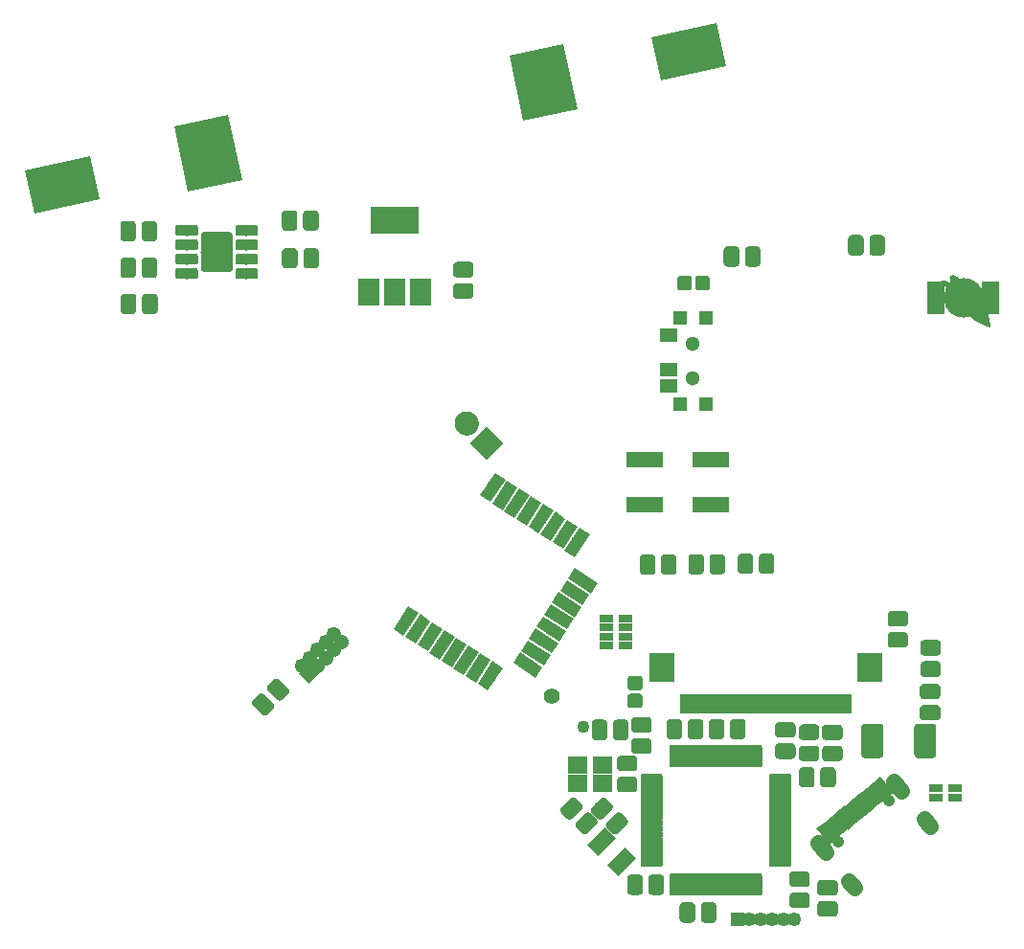
<source format=gbr>
G04 #@! TF.GenerationSoftware,KiCad,Pcbnew,5.1.2*
G04 #@! TF.CreationDate,2019-09-10T23:57:46-05:00*
G04 #@! TF.ProjectId,dragos,64726167-6f73-42e6-9b69-6361645f7063,rev?*
G04 #@! TF.SameCoordinates,Original*
G04 #@! TF.FileFunction,Soldermask,Bot*
G04 #@! TF.FilePolarity,Negative*
%FSLAX46Y46*%
G04 Gerber Fmt 4.6, Leading zero omitted, Abs format (unit mm)*
G04 Created by KiCad (PCBNEW 5.1.2) date 2019-09-10 23:57:46*
%MOMM*%
%LPD*%
G04 APERTURE LIST*
%ADD10C,0.010000*%
%ADD11C,3.900000*%
%ADD12C,0.100000*%
%ADD13C,4.900000*%
%ADD14C,1.375000*%
%ADD15C,1.275000*%
%ADD16R,1.600000X3.000000*%
%ADD17C,3.500000*%
%ADD18C,1.400000*%
%ADD19C,1.400000*%
%ADD20C,0.650000*%
%ADD21C,1.050000*%
%ADD22C,2.100000*%
%ADD23C,2.100000*%
%ADD24R,1.300000X0.800000*%
%ADD25R,3.200000X1.400000*%
%ADD26R,1.300000X1.200000*%
%ADD27R,1.650000X1.300000*%
%ADD28C,1.300000*%
%ADD29C,0.700000*%
%ADD30R,4.200000X2.400000*%
%ADD31R,1.900000X2.400000*%
%ADD32C,2.810000*%
%ADD33C,1.000000*%
%ADD34C,1.100000*%
%ADD35R,1.800000X1.550000*%
%ADD36C,1.925000*%
%ADD37R,2.200000X2.600000*%
%ADD38R,0.700000X1.700000*%
%ADD39C,1.250000*%
%ADD40C,1.250000*%
%ADD41R,1.250000X1.250000*%
%ADD42O,1.250000X1.250000*%
G04 APERTURE END LIST*
D10*
G36*
X185620688Y-78327360D02*
G01*
X185716483Y-78375846D01*
X185858758Y-78459726D01*
X186034035Y-78567848D01*
X186234817Y-78691681D01*
X186431006Y-78810998D01*
X186600424Y-78912410D01*
X186720893Y-78982530D01*
X186723166Y-78983812D01*
X187062199Y-79197903D01*
X187387439Y-79446804D01*
X187684394Y-79716693D01*
X187938573Y-79993747D01*
X188135483Y-80264142D01*
X188215019Y-80406850D01*
X188287826Y-80561937D01*
X188349184Y-80708658D01*
X188403354Y-80861776D01*
X188454596Y-81036056D01*
X188507169Y-81246262D01*
X188565336Y-81507158D01*
X188633356Y-81833509D01*
X188649324Y-81911906D01*
X188702304Y-82170659D01*
X188750951Y-82404374D01*
X188792293Y-82599077D01*
X188823357Y-82740794D01*
X188841172Y-82815551D01*
X188842508Y-82820093D01*
X188856008Y-82861958D01*
X188854921Y-82883705D01*
X188825396Y-82882467D01*
X188753584Y-82855379D01*
X188625632Y-82799576D01*
X188522333Y-82753847D01*
X188085546Y-82552414D01*
X187713390Y-82360031D01*
X187388373Y-82165135D01*
X187093009Y-81956163D01*
X186809807Y-81721550D01*
X186521278Y-81449733D01*
X186465066Y-81393586D01*
X186122091Y-81070815D01*
X185775310Y-80786719D01*
X185439190Y-80552113D01*
X185128198Y-80377813D01*
X185071032Y-80351470D01*
X184946074Y-80303589D01*
X184826563Y-80279732D01*
X184680078Y-80275802D01*
X184533063Y-80283462D01*
X184373747Y-80291965D01*
X184277679Y-80287278D01*
X184246424Y-80263262D01*
X184281545Y-80213777D01*
X184384609Y-80132684D01*
X184557177Y-80013842D01*
X184610946Y-79977793D01*
X184868780Y-79826840D01*
X185103349Y-79731743D01*
X185160906Y-79716721D01*
X185400796Y-79663036D01*
X185288807Y-79566706D01*
X185196920Y-79497494D01*
X185059703Y-79405341D01*
X184905422Y-79309162D01*
X184891658Y-79300950D01*
X184715719Y-79196678D01*
X184601226Y-79125671D01*
X184537919Y-79076176D01*
X184515534Y-79036445D01*
X184523812Y-78994725D01*
X184552488Y-78939267D01*
X184561261Y-78922617D01*
X184608633Y-78843243D01*
X184660460Y-78803588D01*
X184736003Y-78802224D01*
X184854519Y-78837719D01*
X184990784Y-78890716D01*
X185182661Y-78967559D01*
X185307172Y-79012847D01*
X185376035Y-79025257D01*
X185400969Y-79003464D01*
X185393693Y-78946145D01*
X185365925Y-78851978D01*
X185364868Y-78848472D01*
X185322103Y-78672136D01*
X185307142Y-78529562D01*
X185320361Y-78436770D01*
X185354583Y-78409000D01*
X185422329Y-78382819D01*
X185480368Y-78340037D01*
X185515811Y-78314879D01*
X185558191Y-78308845D01*
X185620688Y-78327360D01*
X185620688Y-78327360D01*
G37*
X185620688Y-78327360D02*
X185716483Y-78375846D01*
X185858758Y-78459726D01*
X186034035Y-78567848D01*
X186234817Y-78691681D01*
X186431006Y-78810998D01*
X186600424Y-78912410D01*
X186720893Y-78982530D01*
X186723166Y-78983812D01*
X187062199Y-79197903D01*
X187387439Y-79446804D01*
X187684394Y-79716693D01*
X187938573Y-79993747D01*
X188135483Y-80264142D01*
X188215019Y-80406850D01*
X188287826Y-80561937D01*
X188349184Y-80708658D01*
X188403354Y-80861776D01*
X188454596Y-81036056D01*
X188507169Y-81246262D01*
X188565336Y-81507158D01*
X188633356Y-81833509D01*
X188649324Y-81911906D01*
X188702304Y-82170659D01*
X188750951Y-82404374D01*
X188792293Y-82599077D01*
X188823357Y-82740794D01*
X188841172Y-82815551D01*
X188842508Y-82820093D01*
X188856008Y-82861958D01*
X188854921Y-82883705D01*
X188825396Y-82882467D01*
X188753584Y-82855379D01*
X188625632Y-82799576D01*
X188522333Y-82753847D01*
X188085546Y-82552414D01*
X187713390Y-82360031D01*
X187388373Y-82165135D01*
X187093009Y-81956163D01*
X186809807Y-81721550D01*
X186521278Y-81449733D01*
X186465066Y-81393586D01*
X186122091Y-81070815D01*
X185775310Y-80786719D01*
X185439190Y-80552113D01*
X185128198Y-80377813D01*
X185071032Y-80351470D01*
X184946074Y-80303589D01*
X184826563Y-80279732D01*
X184680078Y-80275802D01*
X184533063Y-80283462D01*
X184373747Y-80291965D01*
X184277679Y-80287278D01*
X184246424Y-80263262D01*
X184281545Y-80213777D01*
X184384609Y-80132684D01*
X184557177Y-80013842D01*
X184610946Y-79977793D01*
X184868780Y-79826840D01*
X185103349Y-79731743D01*
X185160906Y-79716721D01*
X185400796Y-79663036D01*
X185288807Y-79566706D01*
X185196920Y-79497494D01*
X185059703Y-79405341D01*
X184905422Y-79309162D01*
X184891658Y-79300950D01*
X184715719Y-79196678D01*
X184601226Y-79125671D01*
X184537919Y-79076176D01*
X184515534Y-79036445D01*
X184523812Y-78994725D01*
X184552488Y-78939267D01*
X184561261Y-78922617D01*
X184608633Y-78843243D01*
X184660460Y-78803588D01*
X184736003Y-78802224D01*
X184854519Y-78837719D01*
X184990784Y-78890716D01*
X185182661Y-78967559D01*
X185307172Y-79012847D01*
X185376035Y-79025257D01*
X185400969Y-79003464D01*
X185393693Y-78946145D01*
X185365925Y-78851978D01*
X185364868Y-78848472D01*
X185322103Y-78672136D01*
X185307142Y-78529562D01*
X185320361Y-78436770D01*
X185354583Y-78409000D01*
X185422329Y-78382819D01*
X185480368Y-78340037D01*
X185515811Y-78314879D01*
X185558191Y-78308845D01*
X185620688Y-78327360D01*
D11*
X106858423Y-70343901D03*
D12*
G36*
X104378315Y-72864628D02*
G01*
X103567460Y-69049853D01*
X109338531Y-67823174D01*
X110149386Y-71637949D01*
X104378315Y-72864628D01*
X104378315Y-72864628D01*
G37*
D11*
X162221577Y-58576099D03*
D12*
G36*
X159741469Y-61096826D02*
G01*
X158930614Y-57282051D01*
X164701685Y-56055372D01*
X165512540Y-59870147D01*
X159741469Y-61096826D01*
X159741469Y-61096826D01*
G37*
D13*
X119740320Y-67580211D03*
D12*
G36*
X117957198Y-70975130D02*
G01*
X116730519Y-65204059D01*
X121523442Y-64185292D01*
X122750121Y-69956363D01*
X117957198Y-70975130D01*
X117957198Y-70975130D01*
G37*
D13*
X149378192Y-61280486D03*
D12*
G36*
X147595070Y-64675405D02*
G01*
X146368391Y-58904334D01*
X151161314Y-57885567D01*
X152387993Y-63656638D01*
X147595070Y-64675405D01*
X147595070Y-64675405D01*
G37*
G36*
X161342443Y-117561655D02*
G01*
X161375812Y-117566605D01*
X161408535Y-117574802D01*
X161440297Y-117586166D01*
X161470793Y-117600590D01*
X161499727Y-117617932D01*
X161526823Y-117638028D01*
X161551818Y-117660682D01*
X161574472Y-117685677D01*
X161594568Y-117712773D01*
X161611910Y-117741707D01*
X161626334Y-117772203D01*
X161637698Y-117803965D01*
X161645895Y-117836688D01*
X161650845Y-117870057D01*
X161652500Y-117903750D01*
X161652500Y-119016250D01*
X161650845Y-119049943D01*
X161645895Y-119083312D01*
X161637698Y-119116035D01*
X161626334Y-119147797D01*
X161611910Y-119178293D01*
X161594568Y-119207227D01*
X161574472Y-119234323D01*
X161551818Y-119259318D01*
X161526823Y-119281972D01*
X161499727Y-119302068D01*
X161470793Y-119319410D01*
X161440297Y-119333834D01*
X161408535Y-119345198D01*
X161375812Y-119353395D01*
X161342443Y-119358345D01*
X161308750Y-119360000D01*
X160621250Y-119360000D01*
X160587557Y-119358345D01*
X160554188Y-119353395D01*
X160521465Y-119345198D01*
X160489703Y-119333834D01*
X160459207Y-119319410D01*
X160430273Y-119302068D01*
X160403177Y-119281972D01*
X160378182Y-119259318D01*
X160355528Y-119234323D01*
X160335432Y-119207227D01*
X160318090Y-119178293D01*
X160303666Y-119147797D01*
X160292302Y-119116035D01*
X160284105Y-119083312D01*
X160279155Y-119049943D01*
X160277500Y-119016250D01*
X160277500Y-117903750D01*
X160279155Y-117870057D01*
X160284105Y-117836688D01*
X160292302Y-117803965D01*
X160303666Y-117772203D01*
X160318090Y-117741707D01*
X160335432Y-117712773D01*
X160355528Y-117685677D01*
X160378182Y-117660682D01*
X160403177Y-117638028D01*
X160430273Y-117617932D01*
X160459207Y-117600590D01*
X160489703Y-117586166D01*
X160521465Y-117574802D01*
X160554188Y-117566605D01*
X160587557Y-117561655D01*
X160621250Y-117560000D01*
X161308750Y-117560000D01*
X161342443Y-117561655D01*
X161342443Y-117561655D01*
G37*
D14*
X160965000Y-118460000D03*
D12*
G36*
X163217443Y-117561655D02*
G01*
X163250812Y-117566605D01*
X163283535Y-117574802D01*
X163315297Y-117586166D01*
X163345793Y-117600590D01*
X163374727Y-117617932D01*
X163401823Y-117638028D01*
X163426818Y-117660682D01*
X163449472Y-117685677D01*
X163469568Y-117712773D01*
X163486910Y-117741707D01*
X163501334Y-117772203D01*
X163512698Y-117803965D01*
X163520895Y-117836688D01*
X163525845Y-117870057D01*
X163527500Y-117903750D01*
X163527500Y-119016250D01*
X163525845Y-119049943D01*
X163520895Y-119083312D01*
X163512698Y-119116035D01*
X163501334Y-119147797D01*
X163486910Y-119178293D01*
X163469568Y-119207227D01*
X163449472Y-119234323D01*
X163426818Y-119259318D01*
X163401823Y-119281972D01*
X163374727Y-119302068D01*
X163345793Y-119319410D01*
X163315297Y-119333834D01*
X163283535Y-119345198D01*
X163250812Y-119353395D01*
X163217443Y-119358345D01*
X163183750Y-119360000D01*
X162496250Y-119360000D01*
X162462557Y-119358345D01*
X162429188Y-119353395D01*
X162396465Y-119345198D01*
X162364703Y-119333834D01*
X162334207Y-119319410D01*
X162305273Y-119302068D01*
X162278177Y-119281972D01*
X162253182Y-119259318D01*
X162230528Y-119234323D01*
X162210432Y-119207227D01*
X162193090Y-119178293D01*
X162178666Y-119147797D01*
X162167302Y-119116035D01*
X162159105Y-119083312D01*
X162154155Y-119049943D01*
X162152500Y-119016250D01*
X162152500Y-117903750D01*
X162154155Y-117870057D01*
X162159105Y-117836688D01*
X162167302Y-117803965D01*
X162178666Y-117772203D01*
X162193090Y-117741707D01*
X162210432Y-117712773D01*
X162230528Y-117685677D01*
X162253182Y-117660682D01*
X162278177Y-117638028D01*
X162305273Y-117617932D01*
X162334207Y-117600590D01*
X162364703Y-117586166D01*
X162396465Y-117574802D01*
X162429188Y-117566605D01*
X162462557Y-117561655D01*
X162496250Y-117560000D01*
X163183750Y-117560000D01*
X163217443Y-117561655D01*
X163217443Y-117561655D01*
G37*
D14*
X162840000Y-118460000D03*
D12*
G36*
X162492443Y-133791655D02*
G01*
X162525812Y-133796605D01*
X162558535Y-133804802D01*
X162590297Y-133816166D01*
X162620793Y-133830590D01*
X162649727Y-133847932D01*
X162676823Y-133868028D01*
X162701818Y-133890682D01*
X162724472Y-133915677D01*
X162744568Y-133942773D01*
X162761910Y-133971707D01*
X162776334Y-134002203D01*
X162787698Y-134033965D01*
X162795895Y-134066688D01*
X162800845Y-134100057D01*
X162802500Y-134133750D01*
X162802500Y-135246250D01*
X162800845Y-135279943D01*
X162795895Y-135313312D01*
X162787698Y-135346035D01*
X162776334Y-135377797D01*
X162761910Y-135408293D01*
X162744568Y-135437227D01*
X162724472Y-135464323D01*
X162701818Y-135489318D01*
X162676823Y-135511972D01*
X162649727Y-135532068D01*
X162620793Y-135549410D01*
X162590297Y-135563834D01*
X162558535Y-135575198D01*
X162525812Y-135583395D01*
X162492443Y-135588345D01*
X162458750Y-135590000D01*
X161771250Y-135590000D01*
X161737557Y-135588345D01*
X161704188Y-135583395D01*
X161671465Y-135575198D01*
X161639703Y-135563834D01*
X161609207Y-135549410D01*
X161580273Y-135532068D01*
X161553177Y-135511972D01*
X161528182Y-135489318D01*
X161505528Y-135464323D01*
X161485432Y-135437227D01*
X161468090Y-135408293D01*
X161453666Y-135377797D01*
X161442302Y-135346035D01*
X161434105Y-135313312D01*
X161429155Y-135279943D01*
X161427500Y-135246250D01*
X161427500Y-134133750D01*
X161429155Y-134100057D01*
X161434105Y-134066688D01*
X161442302Y-134033965D01*
X161453666Y-134002203D01*
X161468090Y-133971707D01*
X161485432Y-133942773D01*
X161505528Y-133915677D01*
X161528182Y-133890682D01*
X161553177Y-133868028D01*
X161580273Y-133847932D01*
X161609207Y-133830590D01*
X161639703Y-133816166D01*
X161671465Y-133804802D01*
X161704188Y-133796605D01*
X161737557Y-133791655D01*
X161771250Y-133790000D01*
X162458750Y-133790000D01*
X162492443Y-133791655D01*
X162492443Y-133791655D01*
G37*
D14*
X162115000Y-134690000D03*
D12*
G36*
X164367443Y-133791655D02*
G01*
X164400812Y-133796605D01*
X164433535Y-133804802D01*
X164465297Y-133816166D01*
X164495793Y-133830590D01*
X164524727Y-133847932D01*
X164551823Y-133868028D01*
X164576818Y-133890682D01*
X164599472Y-133915677D01*
X164619568Y-133942773D01*
X164636910Y-133971707D01*
X164651334Y-134002203D01*
X164662698Y-134033965D01*
X164670895Y-134066688D01*
X164675845Y-134100057D01*
X164677500Y-134133750D01*
X164677500Y-135246250D01*
X164675845Y-135279943D01*
X164670895Y-135313312D01*
X164662698Y-135346035D01*
X164651334Y-135377797D01*
X164636910Y-135408293D01*
X164619568Y-135437227D01*
X164599472Y-135464323D01*
X164576818Y-135489318D01*
X164551823Y-135511972D01*
X164524727Y-135532068D01*
X164495793Y-135549410D01*
X164465297Y-135563834D01*
X164433535Y-135575198D01*
X164400812Y-135583395D01*
X164367443Y-135588345D01*
X164333750Y-135590000D01*
X163646250Y-135590000D01*
X163612557Y-135588345D01*
X163579188Y-135583395D01*
X163546465Y-135575198D01*
X163514703Y-135563834D01*
X163484207Y-135549410D01*
X163455273Y-135532068D01*
X163428177Y-135511972D01*
X163403182Y-135489318D01*
X163380528Y-135464323D01*
X163360432Y-135437227D01*
X163343090Y-135408293D01*
X163328666Y-135377797D01*
X163317302Y-135346035D01*
X163309105Y-135313312D01*
X163304155Y-135279943D01*
X163302500Y-135246250D01*
X163302500Y-134133750D01*
X163304155Y-134100057D01*
X163309105Y-134066688D01*
X163317302Y-134033965D01*
X163328666Y-134002203D01*
X163343090Y-133971707D01*
X163360432Y-133942773D01*
X163380528Y-133915677D01*
X163403182Y-133890682D01*
X163428177Y-133868028D01*
X163455273Y-133847932D01*
X163484207Y-133830590D01*
X163514703Y-133816166D01*
X163546465Y-133804802D01*
X163579188Y-133796605D01*
X163612557Y-133791655D01*
X163646250Y-133790000D01*
X164333750Y-133790000D01*
X164367443Y-133791655D01*
X164367443Y-133791655D01*
G37*
D14*
X163990000Y-134690000D03*
D12*
G36*
X175519943Y-118064155D02*
G01*
X175553312Y-118069105D01*
X175586035Y-118077302D01*
X175617797Y-118088666D01*
X175648293Y-118103090D01*
X175677227Y-118120432D01*
X175704323Y-118140528D01*
X175729318Y-118163182D01*
X175751972Y-118188177D01*
X175772068Y-118215273D01*
X175789410Y-118244207D01*
X175803834Y-118274703D01*
X175815198Y-118306465D01*
X175823395Y-118339188D01*
X175828345Y-118372557D01*
X175830000Y-118406250D01*
X175830000Y-119093750D01*
X175828345Y-119127443D01*
X175823395Y-119160812D01*
X175815198Y-119193535D01*
X175803834Y-119225297D01*
X175789410Y-119255793D01*
X175772068Y-119284727D01*
X175751972Y-119311823D01*
X175729318Y-119336818D01*
X175704323Y-119359472D01*
X175677227Y-119379568D01*
X175648293Y-119396910D01*
X175617797Y-119411334D01*
X175586035Y-119422698D01*
X175553312Y-119430895D01*
X175519943Y-119435845D01*
X175486250Y-119437500D01*
X174373750Y-119437500D01*
X174340057Y-119435845D01*
X174306688Y-119430895D01*
X174273965Y-119422698D01*
X174242203Y-119411334D01*
X174211707Y-119396910D01*
X174182773Y-119379568D01*
X174155677Y-119359472D01*
X174130682Y-119336818D01*
X174108028Y-119311823D01*
X174087932Y-119284727D01*
X174070590Y-119255793D01*
X174056166Y-119225297D01*
X174044802Y-119193535D01*
X174036605Y-119160812D01*
X174031655Y-119127443D01*
X174030000Y-119093750D01*
X174030000Y-118406250D01*
X174031655Y-118372557D01*
X174036605Y-118339188D01*
X174044802Y-118306465D01*
X174056166Y-118274703D01*
X174070590Y-118244207D01*
X174087932Y-118215273D01*
X174108028Y-118188177D01*
X174130682Y-118163182D01*
X174155677Y-118140528D01*
X174182773Y-118120432D01*
X174211707Y-118103090D01*
X174242203Y-118088666D01*
X174273965Y-118077302D01*
X174306688Y-118069105D01*
X174340057Y-118064155D01*
X174373750Y-118062500D01*
X175486250Y-118062500D01*
X175519943Y-118064155D01*
X175519943Y-118064155D01*
G37*
D14*
X174930000Y-118750000D03*
D12*
G36*
X175519943Y-119939155D02*
G01*
X175553312Y-119944105D01*
X175586035Y-119952302D01*
X175617797Y-119963666D01*
X175648293Y-119978090D01*
X175677227Y-119995432D01*
X175704323Y-120015528D01*
X175729318Y-120038182D01*
X175751972Y-120063177D01*
X175772068Y-120090273D01*
X175789410Y-120119207D01*
X175803834Y-120149703D01*
X175815198Y-120181465D01*
X175823395Y-120214188D01*
X175828345Y-120247557D01*
X175830000Y-120281250D01*
X175830000Y-120968750D01*
X175828345Y-121002443D01*
X175823395Y-121035812D01*
X175815198Y-121068535D01*
X175803834Y-121100297D01*
X175789410Y-121130793D01*
X175772068Y-121159727D01*
X175751972Y-121186823D01*
X175729318Y-121211818D01*
X175704323Y-121234472D01*
X175677227Y-121254568D01*
X175648293Y-121271910D01*
X175617797Y-121286334D01*
X175586035Y-121297698D01*
X175553312Y-121305895D01*
X175519943Y-121310845D01*
X175486250Y-121312500D01*
X174373750Y-121312500D01*
X174340057Y-121310845D01*
X174306688Y-121305895D01*
X174273965Y-121297698D01*
X174242203Y-121286334D01*
X174211707Y-121271910D01*
X174182773Y-121254568D01*
X174155677Y-121234472D01*
X174130682Y-121211818D01*
X174108028Y-121186823D01*
X174087932Y-121159727D01*
X174070590Y-121130793D01*
X174056166Y-121100297D01*
X174044802Y-121068535D01*
X174036605Y-121035812D01*
X174031655Y-121002443D01*
X174030000Y-120968750D01*
X174030000Y-120281250D01*
X174031655Y-120247557D01*
X174036605Y-120214188D01*
X174044802Y-120181465D01*
X174056166Y-120149703D01*
X174070590Y-120119207D01*
X174087932Y-120090273D01*
X174108028Y-120063177D01*
X174130682Y-120038182D01*
X174155677Y-120015528D01*
X174182773Y-119995432D01*
X174211707Y-119978090D01*
X174242203Y-119963666D01*
X174273965Y-119952302D01*
X174306688Y-119944105D01*
X174340057Y-119939155D01*
X174373750Y-119937500D01*
X175486250Y-119937500D01*
X175519943Y-119939155D01*
X175519943Y-119939155D01*
G37*
D14*
X174930000Y-120625000D03*
D12*
G36*
X166957442Y-117561655D02*
G01*
X166990811Y-117566605D01*
X167023534Y-117574802D01*
X167055296Y-117586166D01*
X167085792Y-117600590D01*
X167114726Y-117617932D01*
X167141822Y-117638028D01*
X167166817Y-117660682D01*
X167189471Y-117685677D01*
X167209567Y-117712773D01*
X167226909Y-117741707D01*
X167241333Y-117772203D01*
X167252697Y-117803965D01*
X167260894Y-117836688D01*
X167265844Y-117870057D01*
X167267499Y-117903750D01*
X167267499Y-119016250D01*
X167265844Y-119049943D01*
X167260894Y-119083312D01*
X167252697Y-119116035D01*
X167241333Y-119147797D01*
X167226909Y-119178293D01*
X167209567Y-119207227D01*
X167189471Y-119234323D01*
X167166817Y-119259318D01*
X167141822Y-119281972D01*
X167114726Y-119302068D01*
X167085792Y-119319410D01*
X167055296Y-119333834D01*
X167023534Y-119345198D01*
X166990811Y-119353395D01*
X166957442Y-119358345D01*
X166923749Y-119360000D01*
X166236249Y-119360000D01*
X166202556Y-119358345D01*
X166169187Y-119353395D01*
X166136464Y-119345198D01*
X166104702Y-119333834D01*
X166074206Y-119319410D01*
X166045272Y-119302068D01*
X166018176Y-119281972D01*
X165993181Y-119259318D01*
X165970527Y-119234323D01*
X165950431Y-119207227D01*
X165933089Y-119178293D01*
X165918665Y-119147797D01*
X165907301Y-119116035D01*
X165899104Y-119083312D01*
X165894154Y-119049943D01*
X165892499Y-119016250D01*
X165892499Y-117903750D01*
X165894154Y-117870057D01*
X165899104Y-117836688D01*
X165907301Y-117803965D01*
X165918665Y-117772203D01*
X165933089Y-117741707D01*
X165950431Y-117712773D01*
X165970527Y-117685677D01*
X165993181Y-117660682D01*
X166018176Y-117638028D01*
X166045272Y-117617932D01*
X166074206Y-117600590D01*
X166104702Y-117586166D01*
X166136464Y-117574802D01*
X166169187Y-117566605D01*
X166202556Y-117561655D01*
X166236249Y-117560000D01*
X166923749Y-117560000D01*
X166957442Y-117561655D01*
X166957442Y-117561655D01*
G37*
D14*
X166579999Y-118460000D03*
D12*
G36*
X165082442Y-117561655D02*
G01*
X165115811Y-117566605D01*
X165148534Y-117574802D01*
X165180296Y-117586166D01*
X165210792Y-117600590D01*
X165239726Y-117617932D01*
X165266822Y-117638028D01*
X165291817Y-117660682D01*
X165314471Y-117685677D01*
X165334567Y-117712773D01*
X165351909Y-117741707D01*
X165366333Y-117772203D01*
X165377697Y-117803965D01*
X165385894Y-117836688D01*
X165390844Y-117870057D01*
X165392499Y-117903750D01*
X165392499Y-119016250D01*
X165390844Y-119049943D01*
X165385894Y-119083312D01*
X165377697Y-119116035D01*
X165366333Y-119147797D01*
X165351909Y-119178293D01*
X165334567Y-119207227D01*
X165314471Y-119234323D01*
X165291817Y-119259318D01*
X165266822Y-119281972D01*
X165239726Y-119302068D01*
X165210792Y-119319410D01*
X165180296Y-119333834D01*
X165148534Y-119345198D01*
X165115811Y-119353395D01*
X165082442Y-119358345D01*
X165048749Y-119360000D01*
X164361249Y-119360000D01*
X164327556Y-119358345D01*
X164294187Y-119353395D01*
X164261464Y-119345198D01*
X164229702Y-119333834D01*
X164199206Y-119319410D01*
X164170272Y-119302068D01*
X164143176Y-119281972D01*
X164118181Y-119259318D01*
X164095527Y-119234323D01*
X164075431Y-119207227D01*
X164058089Y-119178293D01*
X164043665Y-119147797D01*
X164032301Y-119116035D01*
X164024104Y-119083312D01*
X164019154Y-119049943D01*
X164017499Y-119016250D01*
X164017499Y-117903750D01*
X164019154Y-117870057D01*
X164024104Y-117836688D01*
X164032301Y-117803965D01*
X164043665Y-117772203D01*
X164058089Y-117741707D01*
X164075431Y-117712773D01*
X164095527Y-117685677D01*
X164118181Y-117660682D01*
X164143176Y-117638028D01*
X164170272Y-117617932D01*
X164199206Y-117600590D01*
X164229702Y-117586166D01*
X164261464Y-117574802D01*
X164294187Y-117566605D01*
X164327556Y-117561655D01*
X164361249Y-117560000D01*
X165048749Y-117560000D01*
X165082442Y-117561655D01*
X165082442Y-117561655D01*
G37*
D14*
X164704999Y-118460000D03*
D12*
G36*
X172629943Y-132924154D02*
G01*
X172663312Y-132929104D01*
X172696035Y-132937301D01*
X172727797Y-132948665D01*
X172758293Y-132963089D01*
X172787227Y-132980431D01*
X172814323Y-133000527D01*
X172839318Y-133023181D01*
X172861972Y-133048176D01*
X172882068Y-133075272D01*
X172899410Y-133104206D01*
X172913834Y-133134702D01*
X172925198Y-133166464D01*
X172933395Y-133199187D01*
X172938345Y-133232556D01*
X172940000Y-133266249D01*
X172940000Y-133953749D01*
X172938345Y-133987442D01*
X172933395Y-134020811D01*
X172925198Y-134053534D01*
X172913834Y-134085296D01*
X172899410Y-134115792D01*
X172882068Y-134144726D01*
X172861972Y-134171822D01*
X172839318Y-134196817D01*
X172814323Y-134219471D01*
X172787227Y-134239567D01*
X172758293Y-134256909D01*
X172727797Y-134271333D01*
X172696035Y-134282697D01*
X172663312Y-134290894D01*
X172629943Y-134295844D01*
X172596250Y-134297499D01*
X171483750Y-134297499D01*
X171450057Y-134295844D01*
X171416688Y-134290894D01*
X171383965Y-134282697D01*
X171352203Y-134271333D01*
X171321707Y-134256909D01*
X171292773Y-134239567D01*
X171265677Y-134219471D01*
X171240682Y-134196817D01*
X171218028Y-134171822D01*
X171197932Y-134144726D01*
X171180590Y-134115792D01*
X171166166Y-134085296D01*
X171154802Y-134053534D01*
X171146605Y-134020811D01*
X171141655Y-133987442D01*
X171140000Y-133953749D01*
X171140000Y-133266249D01*
X171141655Y-133232556D01*
X171146605Y-133199187D01*
X171154802Y-133166464D01*
X171166166Y-133134702D01*
X171180590Y-133104206D01*
X171197932Y-133075272D01*
X171218028Y-133048176D01*
X171240682Y-133023181D01*
X171265677Y-133000527D01*
X171292773Y-132980431D01*
X171321707Y-132963089D01*
X171352203Y-132948665D01*
X171383965Y-132937301D01*
X171416688Y-132929104D01*
X171450057Y-132924154D01*
X171483750Y-132922499D01*
X172596250Y-132922499D01*
X172629943Y-132924154D01*
X172629943Y-132924154D01*
G37*
D14*
X172040000Y-133609999D03*
D12*
G36*
X172629943Y-131049154D02*
G01*
X172663312Y-131054104D01*
X172696035Y-131062301D01*
X172727797Y-131073665D01*
X172758293Y-131088089D01*
X172787227Y-131105431D01*
X172814323Y-131125527D01*
X172839318Y-131148181D01*
X172861972Y-131173176D01*
X172882068Y-131200272D01*
X172899410Y-131229206D01*
X172913834Y-131259702D01*
X172925198Y-131291464D01*
X172933395Y-131324187D01*
X172938345Y-131357556D01*
X172940000Y-131391249D01*
X172940000Y-132078749D01*
X172938345Y-132112442D01*
X172933395Y-132145811D01*
X172925198Y-132178534D01*
X172913834Y-132210296D01*
X172899410Y-132240792D01*
X172882068Y-132269726D01*
X172861972Y-132296822D01*
X172839318Y-132321817D01*
X172814323Y-132344471D01*
X172787227Y-132364567D01*
X172758293Y-132381909D01*
X172727797Y-132396333D01*
X172696035Y-132407697D01*
X172663312Y-132415894D01*
X172629943Y-132420844D01*
X172596250Y-132422499D01*
X171483750Y-132422499D01*
X171450057Y-132420844D01*
X171416688Y-132415894D01*
X171383965Y-132407697D01*
X171352203Y-132396333D01*
X171321707Y-132381909D01*
X171292773Y-132364567D01*
X171265677Y-132344471D01*
X171240682Y-132321817D01*
X171218028Y-132296822D01*
X171197932Y-132269726D01*
X171180590Y-132240792D01*
X171166166Y-132210296D01*
X171154802Y-132178534D01*
X171146605Y-132145811D01*
X171141655Y-132112442D01*
X171140000Y-132078749D01*
X171140000Y-131391249D01*
X171141655Y-131357556D01*
X171146605Y-131324187D01*
X171154802Y-131291464D01*
X171166166Y-131259702D01*
X171180590Y-131229206D01*
X171197932Y-131200272D01*
X171218028Y-131173176D01*
X171240682Y-131148181D01*
X171265677Y-131125527D01*
X171292773Y-131105431D01*
X171321707Y-131088089D01*
X171352203Y-131073665D01*
X171383965Y-131062301D01*
X171416688Y-131054104D01*
X171450057Y-131049154D01*
X171483750Y-131047499D01*
X172596250Y-131047499D01*
X172629943Y-131049154D01*
X172629943Y-131049154D01*
G37*
D14*
X172040000Y-131734999D03*
D12*
G36*
X173469943Y-119929155D02*
G01*
X173503312Y-119934105D01*
X173536035Y-119942302D01*
X173567797Y-119953666D01*
X173598293Y-119968090D01*
X173627227Y-119985432D01*
X173654323Y-120005528D01*
X173679318Y-120028182D01*
X173701972Y-120053177D01*
X173722068Y-120080273D01*
X173739410Y-120109207D01*
X173753834Y-120139703D01*
X173765198Y-120171465D01*
X173773395Y-120204188D01*
X173778345Y-120237557D01*
X173780000Y-120271250D01*
X173780000Y-120958750D01*
X173778345Y-120992443D01*
X173773395Y-121025812D01*
X173765198Y-121058535D01*
X173753834Y-121090297D01*
X173739410Y-121120793D01*
X173722068Y-121149727D01*
X173701972Y-121176823D01*
X173679318Y-121201818D01*
X173654323Y-121224472D01*
X173627227Y-121244568D01*
X173598293Y-121261910D01*
X173567797Y-121276334D01*
X173536035Y-121287698D01*
X173503312Y-121295895D01*
X173469943Y-121300845D01*
X173436250Y-121302500D01*
X172323750Y-121302500D01*
X172290057Y-121300845D01*
X172256688Y-121295895D01*
X172223965Y-121287698D01*
X172192203Y-121276334D01*
X172161707Y-121261910D01*
X172132773Y-121244568D01*
X172105677Y-121224472D01*
X172080682Y-121201818D01*
X172058028Y-121176823D01*
X172037932Y-121149727D01*
X172020590Y-121120793D01*
X172006166Y-121090297D01*
X171994802Y-121058535D01*
X171986605Y-121025812D01*
X171981655Y-120992443D01*
X171980000Y-120958750D01*
X171980000Y-120271250D01*
X171981655Y-120237557D01*
X171986605Y-120204188D01*
X171994802Y-120171465D01*
X172006166Y-120139703D01*
X172020590Y-120109207D01*
X172037932Y-120080273D01*
X172058028Y-120053177D01*
X172080682Y-120028182D01*
X172105677Y-120005528D01*
X172132773Y-119985432D01*
X172161707Y-119968090D01*
X172192203Y-119953666D01*
X172223965Y-119942302D01*
X172256688Y-119934105D01*
X172290057Y-119929155D01*
X172323750Y-119927500D01*
X173436250Y-119927500D01*
X173469943Y-119929155D01*
X173469943Y-119929155D01*
G37*
D14*
X172880000Y-120615000D03*
D12*
G36*
X173469943Y-118054155D02*
G01*
X173503312Y-118059105D01*
X173536035Y-118067302D01*
X173567797Y-118078666D01*
X173598293Y-118093090D01*
X173627227Y-118110432D01*
X173654323Y-118130528D01*
X173679318Y-118153182D01*
X173701972Y-118178177D01*
X173722068Y-118205273D01*
X173739410Y-118234207D01*
X173753834Y-118264703D01*
X173765198Y-118296465D01*
X173773395Y-118329188D01*
X173778345Y-118362557D01*
X173780000Y-118396250D01*
X173780000Y-119083750D01*
X173778345Y-119117443D01*
X173773395Y-119150812D01*
X173765198Y-119183535D01*
X173753834Y-119215297D01*
X173739410Y-119245793D01*
X173722068Y-119274727D01*
X173701972Y-119301823D01*
X173679318Y-119326818D01*
X173654323Y-119349472D01*
X173627227Y-119369568D01*
X173598293Y-119386910D01*
X173567797Y-119401334D01*
X173536035Y-119412698D01*
X173503312Y-119420895D01*
X173469943Y-119425845D01*
X173436250Y-119427500D01*
X172323750Y-119427500D01*
X172290057Y-119425845D01*
X172256688Y-119420895D01*
X172223965Y-119412698D01*
X172192203Y-119401334D01*
X172161707Y-119386910D01*
X172132773Y-119369568D01*
X172105677Y-119349472D01*
X172080682Y-119326818D01*
X172058028Y-119301823D01*
X172037932Y-119274727D01*
X172020590Y-119245793D01*
X172006166Y-119215297D01*
X171994802Y-119183535D01*
X171986605Y-119150812D01*
X171981655Y-119117443D01*
X171980000Y-119083750D01*
X171980000Y-118396250D01*
X171981655Y-118362557D01*
X171986605Y-118329188D01*
X171994802Y-118296465D01*
X172006166Y-118264703D01*
X172020590Y-118234207D01*
X172037932Y-118205273D01*
X172058028Y-118178177D01*
X172080682Y-118153182D01*
X172105677Y-118130528D01*
X172132773Y-118110432D01*
X172161707Y-118093090D01*
X172192203Y-118078666D01*
X172223965Y-118067302D01*
X172256688Y-118059105D01*
X172290057Y-118054155D01*
X172323750Y-118052500D01*
X173436250Y-118052500D01*
X173469943Y-118054155D01*
X173469943Y-118054155D01*
G37*
D14*
X172880000Y-118740000D03*
D12*
G36*
X169502444Y-102951655D02*
G01*
X169535813Y-102956605D01*
X169568536Y-102964802D01*
X169600298Y-102976166D01*
X169630794Y-102990590D01*
X169659728Y-103007932D01*
X169686824Y-103028028D01*
X169711819Y-103050682D01*
X169734473Y-103075677D01*
X169754569Y-103102773D01*
X169771911Y-103131707D01*
X169786335Y-103162203D01*
X169797699Y-103193965D01*
X169805896Y-103226688D01*
X169810846Y-103260057D01*
X169812501Y-103293750D01*
X169812501Y-104406250D01*
X169810846Y-104439943D01*
X169805896Y-104473312D01*
X169797699Y-104506035D01*
X169786335Y-104537797D01*
X169771911Y-104568293D01*
X169754569Y-104597227D01*
X169734473Y-104624323D01*
X169711819Y-104649318D01*
X169686824Y-104671972D01*
X169659728Y-104692068D01*
X169630794Y-104709410D01*
X169600298Y-104723834D01*
X169568536Y-104735198D01*
X169535813Y-104743395D01*
X169502444Y-104748345D01*
X169468751Y-104750000D01*
X168781251Y-104750000D01*
X168747558Y-104748345D01*
X168714189Y-104743395D01*
X168681466Y-104735198D01*
X168649704Y-104723834D01*
X168619208Y-104709410D01*
X168590274Y-104692068D01*
X168563178Y-104671972D01*
X168538183Y-104649318D01*
X168515529Y-104624323D01*
X168495433Y-104597227D01*
X168478091Y-104568293D01*
X168463667Y-104537797D01*
X168452303Y-104506035D01*
X168444106Y-104473312D01*
X168439156Y-104439943D01*
X168437501Y-104406250D01*
X168437501Y-103293750D01*
X168439156Y-103260057D01*
X168444106Y-103226688D01*
X168452303Y-103193965D01*
X168463667Y-103162203D01*
X168478091Y-103131707D01*
X168495433Y-103102773D01*
X168515529Y-103075677D01*
X168538183Y-103050682D01*
X168563178Y-103028028D01*
X168590274Y-103007932D01*
X168619208Y-102990590D01*
X168649704Y-102976166D01*
X168681466Y-102964802D01*
X168714189Y-102956605D01*
X168747558Y-102951655D01*
X168781251Y-102950000D01*
X169468751Y-102950000D01*
X169502444Y-102951655D01*
X169502444Y-102951655D01*
G37*
D14*
X169125001Y-103850000D03*
D12*
G36*
X167627444Y-102951655D02*
G01*
X167660813Y-102956605D01*
X167693536Y-102964802D01*
X167725298Y-102976166D01*
X167755794Y-102990590D01*
X167784728Y-103007932D01*
X167811824Y-103028028D01*
X167836819Y-103050682D01*
X167859473Y-103075677D01*
X167879569Y-103102773D01*
X167896911Y-103131707D01*
X167911335Y-103162203D01*
X167922699Y-103193965D01*
X167930896Y-103226688D01*
X167935846Y-103260057D01*
X167937501Y-103293750D01*
X167937501Y-104406250D01*
X167935846Y-104439943D01*
X167930896Y-104473312D01*
X167922699Y-104506035D01*
X167911335Y-104537797D01*
X167896911Y-104568293D01*
X167879569Y-104597227D01*
X167859473Y-104624323D01*
X167836819Y-104649318D01*
X167811824Y-104671972D01*
X167784728Y-104692068D01*
X167755794Y-104709410D01*
X167725298Y-104723834D01*
X167693536Y-104735198D01*
X167660813Y-104743395D01*
X167627444Y-104748345D01*
X167593751Y-104750000D01*
X166906251Y-104750000D01*
X166872558Y-104748345D01*
X166839189Y-104743395D01*
X166806466Y-104735198D01*
X166774704Y-104723834D01*
X166744208Y-104709410D01*
X166715274Y-104692068D01*
X166688178Y-104671972D01*
X166663183Y-104649318D01*
X166640529Y-104624323D01*
X166620433Y-104597227D01*
X166603091Y-104568293D01*
X166588667Y-104537797D01*
X166577303Y-104506035D01*
X166569106Y-104473312D01*
X166564156Y-104439943D01*
X166562501Y-104406250D01*
X166562501Y-103293750D01*
X166564156Y-103260057D01*
X166569106Y-103226688D01*
X166577303Y-103193965D01*
X166588667Y-103162203D01*
X166603091Y-103131707D01*
X166620433Y-103102773D01*
X166640529Y-103075677D01*
X166663183Y-103050682D01*
X166688178Y-103028028D01*
X166715274Y-103007932D01*
X166744208Y-102990590D01*
X166774704Y-102976166D01*
X166806466Y-102964802D01*
X166839189Y-102956605D01*
X166872558Y-102951655D01*
X166906251Y-102950000D01*
X167593751Y-102950000D01*
X167627444Y-102951655D01*
X167627444Y-102951655D01*
G37*
D14*
X167250001Y-103850000D03*
D12*
G36*
X113069943Y-76781655D02*
G01*
X113103312Y-76786605D01*
X113136035Y-76794802D01*
X113167797Y-76806166D01*
X113198293Y-76820590D01*
X113227227Y-76837932D01*
X113254323Y-76858028D01*
X113279318Y-76880682D01*
X113301972Y-76905677D01*
X113322068Y-76932773D01*
X113339410Y-76961707D01*
X113353834Y-76992203D01*
X113365198Y-77023965D01*
X113373395Y-77056688D01*
X113378345Y-77090057D01*
X113380000Y-77123750D01*
X113380000Y-78236250D01*
X113378345Y-78269943D01*
X113373395Y-78303312D01*
X113365198Y-78336035D01*
X113353834Y-78367797D01*
X113339410Y-78398293D01*
X113322068Y-78427227D01*
X113301972Y-78454323D01*
X113279318Y-78479318D01*
X113254323Y-78501972D01*
X113227227Y-78522068D01*
X113198293Y-78539410D01*
X113167797Y-78553834D01*
X113136035Y-78565198D01*
X113103312Y-78573395D01*
X113069943Y-78578345D01*
X113036250Y-78580000D01*
X112348750Y-78580000D01*
X112315057Y-78578345D01*
X112281688Y-78573395D01*
X112248965Y-78565198D01*
X112217203Y-78553834D01*
X112186707Y-78539410D01*
X112157773Y-78522068D01*
X112130677Y-78501972D01*
X112105682Y-78479318D01*
X112083028Y-78454323D01*
X112062932Y-78427227D01*
X112045590Y-78398293D01*
X112031166Y-78367797D01*
X112019802Y-78336035D01*
X112011605Y-78303312D01*
X112006655Y-78269943D01*
X112005000Y-78236250D01*
X112005000Y-77123750D01*
X112006655Y-77090057D01*
X112011605Y-77056688D01*
X112019802Y-77023965D01*
X112031166Y-76992203D01*
X112045590Y-76961707D01*
X112062932Y-76932773D01*
X112083028Y-76905677D01*
X112105682Y-76880682D01*
X112130677Y-76858028D01*
X112157773Y-76837932D01*
X112186707Y-76820590D01*
X112217203Y-76806166D01*
X112248965Y-76794802D01*
X112281688Y-76786605D01*
X112315057Y-76781655D01*
X112348750Y-76780000D01*
X113036250Y-76780000D01*
X113069943Y-76781655D01*
X113069943Y-76781655D01*
G37*
D14*
X112692500Y-77680000D03*
D12*
G36*
X114944943Y-76781655D02*
G01*
X114978312Y-76786605D01*
X115011035Y-76794802D01*
X115042797Y-76806166D01*
X115073293Y-76820590D01*
X115102227Y-76837932D01*
X115129323Y-76858028D01*
X115154318Y-76880682D01*
X115176972Y-76905677D01*
X115197068Y-76932773D01*
X115214410Y-76961707D01*
X115228834Y-76992203D01*
X115240198Y-77023965D01*
X115248395Y-77056688D01*
X115253345Y-77090057D01*
X115255000Y-77123750D01*
X115255000Y-78236250D01*
X115253345Y-78269943D01*
X115248395Y-78303312D01*
X115240198Y-78336035D01*
X115228834Y-78367797D01*
X115214410Y-78398293D01*
X115197068Y-78427227D01*
X115176972Y-78454323D01*
X115154318Y-78479318D01*
X115129323Y-78501972D01*
X115102227Y-78522068D01*
X115073293Y-78539410D01*
X115042797Y-78553834D01*
X115011035Y-78565198D01*
X114978312Y-78573395D01*
X114944943Y-78578345D01*
X114911250Y-78580000D01*
X114223750Y-78580000D01*
X114190057Y-78578345D01*
X114156688Y-78573395D01*
X114123965Y-78565198D01*
X114092203Y-78553834D01*
X114061707Y-78539410D01*
X114032773Y-78522068D01*
X114005677Y-78501972D01*
X113980682Y-78479318D01*
X113958028Y-78454323D01*
X113937932Y-78427227D01*
X113920590Y-78398293D01*
X113906166Y-78367797D01*
X113894802Y-78336035D01*
X113886605Y-78303312D01*
X113881655Y-78269943D01*
X113880000Y-78236250D01*
X113880000Y-77123750D01*
X113881655Y-77090057D01*
X113886605Y-77056688D01*
X113894802Y-77023965D01*
X113906166Y-76992203D01*
X113920590Y-76961707D01*
X113937932Y-76932773D01*
X113958028Y-76905677D01*
X113980682Y-76880682D01*
X114005677Y-76858028D01*
X114032773Y-76837932D01*
X114061707Y-76820590D01*
X114092203Y-76806166D01*
X114123965Y-76794802D01*
X114156688Y-76786605D01*
X114190057Y-76781655D01*
X114223750Y-76780000D01*
X114911250Y-76780000D01*
X114944943Y-76781655D01*
X114944943Y-76781655D01*
G37*
D14*
X114567500Y-77680000D03*
D12*
G36*
X127339943Y-72601655D02*
G01*
X127373312Y-72606605D01*
X127406035Y-72614802D01*
X127437797Y-72626166D01*
X127468293Y-72640590D01*
X127497227Y-72657932D01*
X127524323Y-72678028D01*
X127549318Y-72700682D01*
X127571972Y-72725677D01*
X127592068Y-72752773D01*
X127609410Y-72781707D01*
X127623834Y-72812203D01*
X127635198Y-72843965D01*
X127643395Y-72876688D01*
X127648345Y-72910057D01*
X127650000Y-72943750D01*
X127650000Y-74056250D01*
X127648345Y-74089943D01*
X127643395Y-74123312D01*
X127635198Y-74156035D01*
X127623834Y-74187797D01*
X127609410Y-74218293D01*
X127592068Y-74247227D01*
X127571972Y-74274323D01*
X127549318Y-74299318D01*
X127524323Y-74321972D01*
X127497227Y-74342068D01*
X127468293Y-74359410D01*
X127437797Y-74373834D01*
X127406035Y-74385198D01*
X127373312Y-74393395D01*
X127339943Y-74398345D01*
X127306250Y-74400000D01*
X126618750Y-74400000D01*
X126585057Y-74398345D01*
X126551688Y-74393395D01*
X126518965Y-74385198D01*
X126487203Y-74373834D01*
X126456707Y-74359410D01*
X126427773Y-74342068D01*
X126400677Y-74321972D01*
X126375682Y-74299318D01*
X126353028Y-74274323D01*
X126332932Y-74247227D01*
X126315590Y-74218293D01*
X126301166Y-74187797D01*
X126289802Y-74156035D01*
X126281605Y-74123312D01*
X126276655Y-74089943D01*
X126275000Y-74056250D01*
X126275000Y-72943750D01*
X126276655Y-72910057D01*
X126281605Y-72876688D01*
X126289802Y-72843965D01*
X126301166Y-72812203D01*
X126315590Y-72781707D01*
X126332932Y-72752773D01*
X126353028Y-72725677D01*
X126375682Y-72700682D01*
X126400677Y-72678028D01*
X126427773Y-72657932D01*
X126456707Y-72640590D01*
X126487203Y-72626166D01*
X126518965Y-72614802D01*
X126551688Y-72606605D01*
X126585057Y-72601655D01*
X126618750Y-72600000D01*
X127306250Y-72600000D01*
X127339943Y-72601655D01*
X127339943Y-72601655D01*
G37*
D14*
X126962500Y-73500000D03*
D12*
G36*
X129214943Y-72601655D02*
G01*
X129248312Y-72606605D01*
X129281035Y-72614802D01*
X129312797Y-72626166D01*
X129343293Y-72640590D01*
X129372227Y-72657932D01*
X129399323Y-72678028D01*
X129424318Y-72700682D01*
X129446972Y-72725677D01*
X129467068Y-72752773D01*
X129484410Y-72781707D01*
X129498834Y-72812203D01*
X129510198Y-72843965D01*
X129518395Y-72876688D01*
X129523345Y-72910057D01*
X129525000Y-72943750D01*
X129525000Y-74056250D01*
X129523345Y-74089943D01*
X129518395Y-74123312D01*
X129510198Y-74156035D01*
X129498834Y-74187797D01*
X129484410Y-74218293D01*
X129467068Y-74247227D01*
X129446972Y-74274323D01*
X129424318Y-74299318D01*
X129399323Y-74321972D01*
X129372227Y-74342068D01*
X129343293Y-74359410D01*
X129312797Y-74373834D01*
X129281035Y-74385198D01*
X129248312Y-74393395D01*
X129214943Y-74398345D01*
X129181250Y-74400000D01*
X128493750Y-74400000D01*
X128460057Y-74398345D01*
X128426688Y-74393395D01*
X128393965Y-74385198D01*
X128362203Y-74373834D01*
X128331707Y-74359410D01*
X128302773Y-74342068D01*
X128275677Y-74321972D01*
X128250682Y-74299318D01*
X128228028Y-74274323D01*
X128207932Y-74247227D01*
X128190590Y-74218293D01*
X128176166Y-74187797D01*
X128164802Y-74156035D01*
X128156605Y-74123312D01*
X128151655Y-74089943D01*
X128150000Y-74056250D01*
X128150000Y-72943750D01*
X128151655Y-72910057D01*
X128156605Y-72876688D01*
X128164802Y-72843965D01*
X128176166Y-72812203D01*
X128190590Y-72781707D01*
X128207932Y-72752773D01*
X128228028Y-72725677D01*
X128250682Y-72700682D01*
X128275677Y-72678028D01*
X128302773Y-72657932D01*
X128331707Y-72640590D01*
X128362203Y-72626166D01*
X128393965Y-72614802D01*
X128426688Y-72606605D01*
X128460057Y-72601655D01*
X128493750Y-72600000D01*
X129181250Y-72600000D01*
X129214943Y-72601655D01*
X129214943Y-72601655D01*
G37*
D14*
X128837500Y-73500000D03*
D12*
G36*
X129224943Y-75941655D02*
G01*
X129258312Y-75946605D01*
X129291035Y-75954802D01*
X129322797Y-75966166D01*
X129353293Y-75980590D01*
X129382227Y-75997932D01*
X129409323Y-76018028D01*
X129434318Y-76040682D01*
X129456972Y-76065677D01*
X129477068Y-76092773D01*
X129494410Y-76121707D01*
X129508834Y-76152203D01*
X129520198Y-76183965D01*
X129528395Y-76216688D01*
X129533345Y-76250057D01*
X129535000Y-76283750D01*
X129535000Y-77396250D01*
X129533345Y-77429943D01*
X129528395Y-77463312D01*
X129520198Y-77496035D01*
X129508834Y-77527797D01*
X129494410Y-77558293D01*
X129477068Y-77587227D01*
X129456972Y-77614323D01*
X129434318Y-77639318D01*
X129409323Y-77661972D01*
X129382227Y-77682068D01*
X129353293Y-77699410D01*
X129322797Y-77713834D01*
X129291035Y-77725198D01*
X129258312Y-77733395D01*
X129224943Y-77738345D01*
X129191250Y-77740000D01*
X128503750Y-77740000D01*
X128470057Y-77738345D01*
X128436688Y-77733395D01*
X128403965Y-77725198D01*
X128372203Y-77713834D01*
X128341707Y-77699410D01*
X128312773Y-77682068D01*
X128285677Y-77661972D01*
X128260682Y-77639318D01*
X128238028Y-77614323D01*
X128217932Y-77587227D01*
X128200590Y-77558293D01*
X128186166Y-77527797D01*
X128174802Y-77496035D01*
X128166605Y-77463312D01*
X128161655Y-77429943D01*
X128160000Y-77396250D01*
X128160000Y-76283750D01*
X128161655Y-76250057D01*
X128166605Y-76216688D01*
X128174802Y-76183965D01*
X128186166Y-76152203D01*
X128200590Y-76121707D01*
X128217932Y-76092773D01*
X128238028Y-76065677D01*
X128260682Y-76040682D01*
X128285677Y-76018028D01*
X128312773Y-75997932D01*
X128341707Y-75980590D01*
X128372203Y-75966166D01*
X128403965Y-75954802D01*
X128436688Y-75946605D01*
X128470057Y-75941655D01*
X128503750Y-75940000D01*
X129191250Y-75940000D01*
X129224943Y-75941655D01*
X129224943Y-75941655D01*
G37*
D14*
X128847500Y-76840000D03*
D12*
G36*
X127349943Y-75941655D02*
G01*
X127383312Y-75946605D01*
X127416035Y-75954802D01*
X127447797Y-75966166D01*
X127478293Y-75980590D01*
X127507227Y-75997932D01*
X127534323Y-76018028D01*
X127559318Y-76040682D01*
X127581972Y-76065677D01*
X127602068Y-76092773D01*
X127619410Y-76121707D01*
X127633834Y-76152203D01*
X127645198Y-76183965D01*
X127653395Y-76216688D01*
X127658345Y-76250057D01*
X127660000Y-76283750D01*
X127660000Y-77396250D01*
X127658345Y-77429943D01*
X127653395Y-77463312D01*
X127645198Y-77496035D01*
X127633834Y-77527797D01*
X127619410Y-77558293D01*
X127602068Y-77587227D01*
X127581972Y-77614323D01*
X127559318Y-77639318D01*
X127534323Y-77661972D01*
X127507227Y-77682068D01*
X127478293Y-77699410D01*
X127447797Y-77713834D01*
X127416035Y-77725198D01*
X127383312Y-77733395D01*
X127349943Y-77738345D01*
X127316250Y-77740000D01*
X126628750Y-77740000D01*
X126595057Y-77738345D01*
X126561688Y-77733395D01*
X126528965Y-77725198D01*
X126497203Y-77713834D01*
X126466707Y-77699410D01*
X126437773Y-77682068D01*
X126410677Y-77661972D01*
X126385682Y-77639318D01*
X126363028Y-77614323D01*
X126342932Y-77587227D01*
X126325590Y-77558293D01*
X126311166Y-77527797D01*
X126299802Y-77496035D01*
X126291605Y-77463312D01*
X126286655Y-77429943D01*
X126285000Y-77396250D01*
X126285000Y-76283750D01*
X126286655Y-76250057D01*
X126291605Y-76216688D01*
X126299802Y-76183965D01*
X126311166Y-76152203D01*
X126325590Y-76121707D01*
X126342932Y-76092773D01*
X126363028Y-76065677D01*
X126385682Y-76040682D01*
X126410677Y-76018028D01*
X126437773Y-75997932D01*
X126466707Y-75980590D01*
X126497203Y-75966166D01*
X126528965Y-75954802D01*
X126561688Y-75946605D01*
X126595057Y-75941655D01*
X126628750Y-75940000D01*
X127316250Y-75940000D01*
X127349943Y-75941655D01*
X127349943Y-75941655D01*
G37*
D14*
X126972500Y-76840000D03*
D12*
G36*
X142909943Y-77164156D02*
G01*
X142943312Y-77169106D01*
X142976035Y-77177303D01*
X143007797Y-77188667D01*
X143038293Y-77203091D01*
X143067227Y-77220433D01*
X143094323Y-77240529D01*
X143119318Y-77263183D01*
X143141972Y-77288178D01*
X143162068Y-77315274D01*
X143179410Y-77344208D01*
X143193834Y-77374704D01*
X143205198Y-77406466D01*
X143213395Y-77439189D01*
X143218345Y-77472558D01*
X143220000Y-77506251D01*
X143220000Y-78193751D01*
X143218345Y-78227444D01*
X143213395Y-78260813D01*
X143205198Y-78293536D01*
X143193834Y-78325298D01*
X143179410Y-78355794D01*
X143162068Y-78384728D01*
X143141972Y-78411824D01*
X143119318Y-78436819D01*
X143094323Y-78459473D01*
X143067227Y-78479569D01*
X143038293Y-78496911D01*
X143007797Y-78511335D01*
X142976035Y-78522699D01*
X142943312Y-78530896D01*
X142909943Y-78535846D01*
X142876250Y-78537501D01*
X141763750Y-78537501D01*
X141730057Y-78535846D01*
X141696688Y-78530896D01*
X141663965Y-78522699D01*
X141632203Y-78511335D01*
X141601707Y-78496911D01*
X141572773Y-78479569D01*
X141545677Y-78459473D01*
X141520682Y-78436819D01*
X141498028Y-78411824D01*
X141477932Y-78384728D01*
X141460590Y-78355794D01*
X141446166Y-78325298D01*
X141434802Y-78293536D01*
X141426605Y-78260813D01*
X141421655Y-78227444D01*
X141420000Y-78193751D01*
X141420000Y-77506251D01*
X141421655Y-77472558D01*
X141426605Y-77439189D01*
X141434802Y-77406466D01*
X141446166Y-77374704D01*
X141460590Y-77344208D01*
X141477932Y-77315274D01*
X141498028Y-77288178D01*
X141520682Y-77263183D01*
X141545677Y-77240529D01*
X141572773Y-77220433D01*
X141601707Y-77203091D01*
X141632203Y-77188667D01*
X141663965Y-77177303D01*
X141696688Y-77169106D01*
X141730057Y-77164156D01*
X141763750Y-77162501D01*
X142876250Y-77162501D01*
X142909943Y-77164156D01*
X142909943Y-77164156D01*
G37*
D14*
X142320000Y-77850001D03*
D12*
G36*
X142909943Y-79039156D02*
G01*
X142943312Y-79044106D01*
X142976035Y-79052303D01*
X143007797Y-79063667D01*
X143038293Y-79078091D01*
X143067227Y-79095433D01*
X143094323Y-79115529D01*
X143119318Y-79138183D01*
X143141972Y-79163178D01*
X143162068Y-79190274D01*
X143179410Y-79219208D01*
X143193834Y-79249704D01*
X143205198Y-79281466D01*
X143213395Y-79314189D01*
X143218345Y-79347558D01*
X143220000Y-79381251D01*
X143220000Y-80068751D01*
X143218345Y-80102444D01*
X143213395Y-80135813D01*
X143205198Y-80168536D01*
X143193834Y-80200298D01*
X143179410Y-80230794D01*
X143162068Y-80259728D01*
X143141972Y-80286824D01*
X143119318Y-80311819D01*
X143094323Y-80334473D01*
X143067227Y-80354569D01*
X143038293Y-80371911D01*
X143007797Y-80386335D01*
X142976035Y-80397699D01*
X142943312Y-80405896D01*
X142909943Y-80410846D01*
X142876250Y-80412501D01*
X141763750Y-80412501D01*
X141730057Y-80410846D01*
X141696688Y-80405896D01*
X141663965Y-80397699D01*
X141632203Y-80386335D01*
X141601707Y-80371911D01*
X141572773Y-80354569D01*
X141545677Y-80334473D01*
X141520682Y-80311819D01*
X141498028Y-80286824D01*
X141477932Y-80259728D01*
X141460590Y-80230794D01*
X141446166Y-80200298D01*
X141434802Y-80168536D01*
X141426605Y-80135813D01*
X141421655Y-80102444D01*
X141420000Y-80068751D01*
X141420000Y-79381251D01*
X141421655Y-79347558D01*
X141426605Y-79314189D01*
X141434802Y-79281466D01*
X141446166Y-79249704D01*
X141460590Y-79219208D01*
X141477932Y-79190274D01*
X141498028Y-79163178D01*
X141520682Y-79138183D01*
X141545677Y-79115529D01*
X141572773Y-79095433D01*
X141601707Y-79078091D01*
X141632203Y-79063667D01*
X141663965Y-79052303D01*
X141696688Y-79044106D01*
X141730057Y-79039156D01*
X141763750Y-79037501D01*
X142876250Y-79037501D01*
X142909943Y-79039156D01*
X142909943Y-79039156D01*
G37*
D14*
X142320000Y-79725001D03*
D12*
G36*
X158659943Y-119279156D02*
G01*
X158693312Y-119284106D01*
X158726035Y-119292303D01*
X158757797Y-119303667D01*
X158788293Y-119318091D01*
X158817227Y-119335433D01*
X158844323Y-119355529D01*
X158869318Y-119378183D01*
X158891972Y-119403178D01*
X158912068Y-119430274D01*
X158929410Y-119459208D01*
X158943834Y-119489704D01*
X158955198Y-119521466D01*
X158963395Y-119554189D01*
X158968345Y-119587558D01*
X158970000Y-119621251D01*
X158970000Y-120308751D01*
X158968345Y-120342444D01*
X158963395Y-120375813D01*
X158955198Y-120408536D01*
X158943834Y-120440298D01*
X158929410Y-120470794D01*
X158912068Y-120499728D01*
X158891972Y-120526824D01*
X158869318Y-120551819D01*
X158844323Y-120574473D01*
X158817227Y-120594569D01*
X158788293Y-120611911D01*
X158757797Y-120626335D01*
X158726035Y-120637699D01*
X158693312Y-120645896D01*
X158659943Y-120650846D01*
X158626250Y-120652501D01*
X157513750Y-120652501D01*
X157480057Y-120650846D01*
X157446688Y-120645896D01*
X157413965Y-120637699D01*
X157382203Y-120626335D01*
X157351707Y-120611911D01*
X157322773Y-120594569D01*
X157295677Y-120574473D01*
X157270682Y-120551819D01*
X157248028Y-120526824D01*
X157227932Y-120499728D01*
X157210590Y-120470794D01*
X157196166Y-120440298D01*
X157184802Y-120408536D01*
X157176605Y-120375813D01*
X157171655Y-120342444D01*
X157170000Y-120308751D01*
X157170000Y-119621251D01*
X157171655Y-119587558D01*
X157176605Y-119554189D01*
X157184802Y-119521466D01*
X157196166Y-119489704D01*
X157210590Y-119459208D01*
X157227932Y-119430274D01*
X157248028Y-119403178D01*
X157270682Y-119378183D01*
X157295677Y-119355529D01*
X157322773Y-119335433D01*
X157351707Y-119318091D01*
X157382203Y-119303667D01*
X157413965Y-119292303D01*
X157446688Y-119284106D01*
X157480057Y-119279156D01*
X157513750Y-119277501D01*
X158626250Y-119277501D01*
X158659943Y-119279156D01*
X158659943Y-119279156D01*
G37*
D14*
X158070000Y-119965001D03*
D12*
G36*
X158659943Y-117404156D02*
G01*
X158693312Y-117409106D01*
X158726035Y-117417303D01*
X158757797Y-117428667D01*
X158788293Y-117443091D01*
X158817227Y-117460433D01*
X158844323Y-117480529D01*
X158869318Y-117503183D01*
X158891972Y-117528178D01*
X158912068Y-117555274D01*
X158929410Y-117584208D01*
X158943834Y-117614704D01*
X158955198Y-117646466D01*
X158963395Y-117679189D01*
X158968345Y-117712558D01*
X158970000Y-117746251D01*
X158970000Y-118433751D01*
X158968345Y-118467444D01*
X158963395Y-118500813D01*
X158955198Y-118533536D01*
X158943834Y-118565298D01*
X158929410Y-118595794D01*
X158912068Y-118624728D01*
X158891972Y-118651824D01*
X158869318Y-118676819D01*
X158844323Y-118699473D01*
X158817227Y-118719569D01*
X158788293Y-118736911D01*
X158757797Y-118751335D01*
X158726035Y-118762699D01*
X158693312Y-118770896D01*
X158659943Y-118775846D01*
X158626250Y-118777501D01*
X157513750Y-118777501D01*
X157480057Y-118775846D01*
X157446688Y-118770896D01*
X157413965Y-118762699D01*
X157382203Y-118751335D01*
X157351707Y-118736911D01*
X157322773Y-118719569D01*
X157295677Y-118699473D01*
X157270682Y-118676819D01*
X157248028Y-118651824D01*
X157227932Y-118624728D01*
X157210590Y-118595794D01*
X157196166Y-118565298D01*
X157184802Y-118533536D01*
X157176605Y-118500813D01*
X157171655Y-118467444D01*
X157170000Y-118433751D01*
X157170000Y-117746251D01*
X157171655Y-117712558D01*
X157176605Y-117679189D01*
X157184802Y-117646466D01*
X157196166Y-117614704D01*
X157210590Y-117584208D01*
X157227932Y-117555274D01*
X157248028Y-117528178D01*
X157270682Y-117503183D01*
X157295677Y-117480529D01*
X157322773Y-117460433D01*
X157351707Y-117443091D01*
X157382203Y-117428667D01*
X157413965Y-117417303D01*
X157446688Y-117409106D01*
X157480057Y-117404156D01*
X157513750Y-117402501D01*
X158626250Y-117402501D01*
X158659943Y-117404156D01*
X158659943Y-117404156D01*
G37*
D14*
X158070000Y-118090001D03*
D12*
G36*
X157389943Y-120816655D02*
G01*
X157423312Y-120821605D01*
X157456035Y-120829802D01*
X157487797Y-120841166D01*
X157518293Y-120855590D01*
X157547227Y-120872932D01*
X157574323Y-120893028D01*
X157599318Y-120915682D01*
X157621972Y-120940677D01*
X157642068Y-120967773D01*
X157659410Y-120996707D01*
X157673834Y-121027203D01*
X157685198Y-121058965D01*
X157693395Y-121091688D01*
X157698345Y-121125057D01*
X157700000Y-121158750D01*
X157700000Y-121846250D01*
X157698345Y-121879943D01*
X157693395Y-121913312D01*
X157685198Y-121946035D01*
X157673834Y-121977797D01*
X157659410Y-122008293D01*
X157642068Y-122037227D01*
X157621972Y-122064323D01*
X157599318Y-122089318D01*
X157574323Y-122111972D01*
X157547227Y-122132068D01*
X157518293Y-122149410D01*
X157487797Y-122163834D01*
X157456035Y-122175198D01*
X157423312Y-122183395D01*
X157389943Y-122188345D01*
X157356250Y-122190000D01*
X156243750Y-122190000D01*
X156210057Y-122188345D01*
X156176688Y-122183395D01*
X156143965Y-122175198D01*
X156112203Y-122163834D01*
X156081707Y-122149410D01*
X156052773Y-122132068D01*
X156025677Y-122111972D01*
X156000682Y-122089318D01*
X155978028Y-122064323D01*
X155957932Y-122037227D01*
X155940590Y-122008293D01*
X155926166Y-121977797D01*
X155914802Y-121946035D01*
X155906605Y-121913312D01*
X155901655Y-121879943D01*
X155900000Y-121846250D01*
X155900000Y-121158750D01*
X155901655Y-121125057D01*
X155906605Y-121091688D01*
X155914802Y-121058965D01*
X155926166Y-121027203D01*
X155940590Y-120996707D01*
X155957932Y-120967773D01*
X155978028Y-120940677D01*
X156000682Y-120915682D01*
X156025677Y-120893028D01*
X156052773Y-120872932D01*
X156081707Y-120855590D01*
X156112203Y-120841166D01*
X156143965Y-120829802D01*
X156176688Y-120821605D01*
X156210057Y-120816655D01*
X156243750Y-120815000D01*
X157356250Y-120815000D01*
X157389943Y-120816655D01*
X157389943Y-120816655D01*
G37*
D14*
X156800000Y-121502500D03*
D12*
G36*
X157389943Y-122691655D02*
G01*
X157423312Y-122696605D01*
X157456035Y-122704802D01*
X157487797Y-122716166D01*
X157518293Y-122730590D01*
X157547227Y-122747932D01*
X157574323Y-122768028D01*
X157599318Y-122790682D01*
X157621972Y-122815677D01*
X157642068Y-122842773D01*
X157659410Y-122871707D01*
X157673834Y-122902203D01*
X157685198Y-122933965D01*
X157693395Y-122966688D01*
X157698345Y-123000057D01*
X157700000Y-123033750D01*
X157700000Y-123721250D01*
X157698345Y-123754943D01*
X157693395Y-123788312D01*
X157685198Y-123821035D01*
X157673834Y-123852797D01*
X157659410Y-123883293D01*
X157642068Y-123912227D01*
X157621972Y-123939323D01*
X157599318Y-123964318D01*
X157574323Y-123986972D01*
X157547227Y-124007068D01*
X157518293Y-124024410D01*
X157487797Y-124038834D01*
X157456035Y-124050198D01*
X157423312Y-124058395D01*
X157389943Y-124063345D01*
X157356250Y-124065000D01*
X156243750Y-124065000D01*
X156210057Y-124063345D01*
X156176688Y-124058395D01*
X156143965Y-124050198D01*
X156112203Y-124038834D01*
X156081707Y-124024410D01*
X156052773Y-124007068D01*
X156025677Y-123986972D01*
X156000682Y-123964318D01*
X155978028Y-123939323D01*
X155957932Y-123912227D01*
X155940590Y-123883293D01*
X155926166Y-123852797D01*
X155914802Y-123821035D01*
X155906605Y-123788312D01*
X155901655Y-123754943D01*
X155900000Y-123721250D01*
X155900000Y-123033750D01*
X155901655Y-123000057D01*
X155906605Y-122966688D01*
X155914802Y-122933965D01*
X155926166Y-122902203D01*
X155940590Y-122871707D01*
X155957932Y-122842773D01*
X155978028Y-122815677D01*
X156000682Y-122790682D01*
X156025677Y-122768028D01*
X156052773Y-122747932D01*
X156081707Y-122730590D01*
X156112203Y-122716166D01*
X156143965Y-122704802D01*
X156176688Y-122696605D01*
X156210057Y-122691655D01*
X156243750Y-122690000D01*
X157356250Y-122690000D01*
X157389943Y-122691655D01*
X157389943Y-122691655D01*
G37*
D14*
X156800000Y-123377500D03*
D12*
G36*
X171369943Y-119734155D02*
G01*
X171403312Y-119739105D01*
X171436035Y-119747302D01*
X171467797Y-119758666D01*
X171498293Y-119773090D01*
X171527227Y-119790432D01*
X171554323Y-119810528D01*
X171579318Y-119833182D01*
X171601972Y-119858177D01*
X171622068Y-119885273D01*
X171639410Y-119914207D01*
X171653834Y-119944703D01*
X171665198Y-119976465D01*
X171673395Y-120009188D01*
X171678345Y-120042557D01*
X171680000Y-120076250D01*
X171680000Y-120763750D01*
X171678345Y-120797443D01*
X171673395Y-120830812D01*
X171665198Y-120863535D01*
X171653834Y-120895297D01*
X171639410Y-120925793D01*
X171622068Y-120954727D01*
X171601972Y-120981823D01*
X171579318Y-121006818D01*
X171554323Y-121029472D01*
X171527227Y-121049568D01*
X171498293Y-121066910D01*
X171467797Y-121081334D01*
X171436035Y-121092698D01*
X171403312Y-121100895D01*
X171369943Y-121105845D01*
X171336250Y-121107500D01*
X170223750Y-121107500D01*
X170190057Y-121105845D01*
X170156688Y-121100895D01*
X170123965Y-121092698D01*
X170092203Y-121081334D01*
X170061707Y-121066910D01*
X170032773Y-121049568D01*
X170005677Y-121029472D01*
X169980682Y-121006818D01*
X169958028Y-120981823D01*
X169937932Y-120954727D01*
X169920590Y-120925793D01*
X169906166Y-120895297D01*
X169894802Y-120863535D01*
X169886605Y-120830812D01*
X169881655Y-120797443D01*
X169880000Y-120763750D01*
X169880000Y-120076250D01*
X169881655Y-120042557D01*
X169886605Y-120009188D01*
X169894802Y-119976465D01*
X169906166Y-119944703D01*
X169920590Y-119914207D01*
X169937932Y-119885273D01*
X169958028Y-119858177D01*
X169980682Y-119833182D01*
X170005677Y-119810528D01*
X170032773Y-119790432D01*
X170061707Y-119773090D01*
X170092203Y-119758666D01*
X170123965Y-119747302D01*
X170156688Y-119739105D01*
X170190057Y-119734155D01*
X170223750Y-119732500D01*
X171336250Y-119732500D01*
X171369943Y-119734155D01*
X171369943Y-119734155D01*
G37*
D14*
X170780000Y-120420000D03*
D12*
G36*
X171369943Y-117859155D02*
G01*
X171403312Y-117864105D01*
X171436035Y-117872302D01*
X171467797Y-117883666D01*
X171498293Y-117898090D01*
X171527227Y-117915432D01*
X171554323Y-117935528D01*
X171579318Y-117958182D01*
X171601972Y-117983177D01*
X171622068Y-118010273D01*
X171639410Y-118039207D01*
X171653834Y-118069703D01*
X171665198Y-118101465D01*
X171673395Y-118134188D01*
X171678345Y-118167557D01*
X171680000Y-118201250D01*
X171680000Y-118888750D01*
X171678345Y-118922443D01*
X171673395Y-118955812D01*
X171665198Y-118988535D01*
X171653834Y-119020297D01*
X171639410Y-119050793D01*
X171622068Y-119079727D01*
X171601972Y-119106823D01*
X171579318Y-119131818D01*
X171554323Y-119154472D01*
X171527227Y-119174568D01*
X171498293Y-119191910D01*
X171467797Y-119206334D01*
X171436035Y-119217698D01*
X171403312Y-119225895D01*
X171369943Y-119230845D01*
X171336250Y-119232500D01*
X170223750Y-119232500D01*
X170190057Y-119230845D01*
X170156688Y-119225895D01*
X170123965Y-119217698D01*
X170092203Y-119206334D01*
X170061707Y-119191910D01*
X170032773Y-119174568D01*
X170005677Y-119154472D01*
X169980682Y-119131818D01*
X169958028Y-119106823D01*
X169937932Y-119079727D01*
X169920590Y-119050793D01*
X169906166Y-119020297D01*
X169894802Y-118988535D01*
X169886605Y-118955812D01*
X169881655Y-118922443D01*
X169880000Y-118888750D01*
X169880000Y-118201250D01*
X169881655Y-118167557D01*
X169886605Y-118134188D01*
X169894802Y-118101465D01*
X169906166Y-118069703D01*
X169920590Y-118039207D01*
X169937932Y-118010273D01*
X169958028Y-117983177D01*
X169980682Y-117958182D01*
X170005677Y-117935528D01*
X170032773Y-117915432D01*
X170061707Y-117898090D01*
X170092203Y-117883666D01*
X170123965Y-117872302D01*
X170156688Y-117864105D01*
X170190057Y-117859155D01*
X170223750Y-117857500D01*
X171336250Y-117857500D01*
X171369943Y-117859155D01*
X171369943Y-117859155D01*
G37*
D14*
X170780000Y-118545000D03*
D12*
G36*
X153376866Y-125824422D02*
G01*
X153410235Y-125829372D01*
X153442958Y-125837569D01*
X153474720Y-125848933D01*
X153505216Y-125863357D01*
X153534150Y-125880699D01*
X153561246Y-125900795D01*
X153586241Y-125923449D01*
X154072377Y-126409585D01*
X154095031Y-126434580D01*
X154115127Y-126461676D01*
X154132469Y-126490610D01*
X154146893Y-126521106D01*
X154158257Y-126552868D01*
X154166454Y-126585591D01*
X154171404Y-126618960D01*
X154173059Y-126652653D01*
X154171404Y-126686346D01*
X154166454Y-126719715D01*
X154158257Y-126752438D01*
X154146893Y-126784200D01*
X154132469Y-126814696D01*
X154115127Y-126843630D01*
X154095031Y-126870726D01*
X154072377Y-126895721D01*
X153285721Y-127682377D01*
X153260726Y-127705031D01*
X153233630Y-127725127D01*
X153204696Y-127742469D01*
X153174200Y-127756893D01*
X153142438Y-127768257D01*
X153109715Y-127776454D01*
X153076346Y-127781404D01*
X153042653Y-127783059D01*
X153008960Y-127781404D01*
X152975591Y-127776454D01*
X152942868Y-127768257D01*
X152911106Y-127756893D01*
X152880610Y-127742469D01*
X152851676Y-127725127D01*
X152824580Y-127705031D01*
X152799585Y-127682377D01*
X152313449Y-127196241D01*
X152290795Y-127171246D01*
X152270699Y-127144150D01*
X152253357Y-127115216D01*
X152238933Y-127084720D01*
X152227569Y-127052958D01*
X152219372Y-127020235D01*
X152214422Y-126986866D01*
X152212767Y-126953173D01*
X152214422Y-126919480D01*
X152219372Y-126886111D01*
X152227569Y-126853388D01*
X152238933Y-126821626D01*
X152253357Y-126791130D01*
X152270699Y-126762196D01*
X152290795Y-126735100D01*
X152313449Y-126710105D01*
X153100105Y-125923449D01*
X153125100Y-125900795D01*
X153152196Y-125880699D01*
X153181130Y-125863357D01*
X153211626Y-125848933D01*
X153243388Y-125837569D01*
X153276111Y-125829372D01*
X153309480Y-125824422D01*
X153343173Y-125822767D01*
X153376866Y-125824422D01*
X153376866Y-125824422D01*
G37*
D14*
X153192913Y-126802913D03*
D12*
G36*
X152051040Y-124498596D02*
G01*
X152084409Y-124503546D01*
X152117132Y-124511743D01*
X152148894Y-124523107D01*
X152179390Y-124537531D01*
X152208324Y-124554873D01*
X152235420Y-124574969D01*
X152260415Y-124597623D01*
X152746551Y-125083759D01*
X152769205Y-125108754D01*
X152789301Y-125135850D01*
X152806643Y-125164784D01*
X152821067Y-125195280D01*
X152832431Y-125227042D01*
X152840628Y-125259765D01*
X152845578Y-125293134D01*
X152847233Y-125326827D01*
X152845578Y-125360520D01*
X152840628Y-125393889D01*
X152832431Y-125426612D01*
X152821067Y-125458374D01*
X152806643Y-125488870D01*
X152789301Y-125517804D01*
X152769205Y-125544900D01*
X152746551Y-125569895D01*
X151959895Y-126356551D01*
X151934900Y-126379205D01*
X151907804Y-126399301D01*
X151878870Y-126416643D01*
X151848374Y-126431067D01*
X151816612Y-126442431D01*
X151783889Y-126450628D01*
X151750520Y-126455578D01*
X151716827Y-126457233D01*
X151683134Y-126455578D01*
X151649765Y-126450628D01*
X151617042Y-126442431D01*
X151585280Y-126431067D01*
X151554784Y-126416643D01*
X151525850Y-126399301D01*
X151498754Y-126379205D01*
X151473759Y-126356551D01*
X150987623Y-125870415D01*
X150964969Y-125845420D01*
X150944873Y-125818324D01*
X150927531Y-125789390D01*
X150913107Y-125758894D01*
X150901743Y-125727132D01*
X150893546Y-125694409D01*
X150888596Y-125661040D01*
X150886941Y-125627347D01*
X150888596Y-125593654D01*
X150893546Y-125560285D01*
X150901743Y-125527562D01*
X150913107Y-125495800D01*
X150927531Y-125465304D01*
X150944873Y-125436370D01*
X150964969Y-125409274D01*
X150987623Y-125384279D01*
X151774279Y-124597623D01*
X151799274Y-124574969D01*
X151826370Y-124554873D01*
X151855304Y-124537531D01*
X151885800Y-124523107D01*
X151917562Y-124511743D01*
X151950285Y-124503546D01*
X151983654Y-124498596D01*
X152017347Y-124496941D01*
X152051040Y-124498596D01*
X152051040Y-124498596D01*
G37*
D14*
X151867087Y-125477087D03*
D12*
G36*
X156607443Y-117631655D02*
G01*
X156640812Y-117636605D01*
X156673535Y-117644802D01*
X156705297Y-117656166D01*
X156735793Y-117670590D01*
X156764727Y-117687932D01*
X156791823Y-117708028D01*
X156816818Y-117730682D01*
X156839472Y-117755677D01*
X156859568Y-117782773D01*
X156876910Y-117811707D01*
X156891334Y-117842203D01*
X156902698Y-117873965D01*
X156910895Y-117906688D01*
X156915845Y-117940057D01*
X156917500Y-117973750D01*
X156917500Y-119086250D01*
X156915845Y-119119943D01*
X156910895Y-119153312D01*
X156902698Y-119186035D01*
X156891334Y-119217797D01*
X156876910Y-119248293D01*
X156859568Y-119277227D01*
X156839472Y-119304323D01*
X156816818Y-119329318D01*
X156791823Y-119351972D01*
X156764727Y-119372068D01*
X156735793Y-119389410D01*
X156705297Y-119403834D01*
X156673535Y-119415198D01*
X156640812Y-119423395D01*
X156607443Y-119428345D01*
X156573750Y-119430000D01*
X155886250Y-119430000D01*
X155852557Y-119428345D01*
X155819188Y-119423395D01*
X155786465Y-119415198D01*
X155754703Y-119403834D01*
X155724207Y-119389410D01*
X155695273Y-119372068D01*
X155668177Y-119351972D01*
X155643182Y-119329318D01*
X155620528Y-119304323D01*
X155600432Y-119277227D01*
X155583090Y-119248293D01*
X155568666Y-119217797D01*
X155557302Y-119186035D01*
X155549105Y-119153312D01*
X155544155Y-119119943D01*
X155542500Y-119086250D01*
X155542500Y-117973750D01*
X155544155Y-117940057D01*
X155549105Y-117906688D01*
X155557302Y-117873965D01*
X155568666Y-117842203D01*
X155583090Y-117811707D01*
X155600432Y-117782773D01*
X155620528Y-117755677D01*
X155643182Y-117730682D01*
X155668177Y-117708028D01*
X155695273Y-117687932D01*
X155724207Y-117670590D01*
X155754703Y-117656166D01*
X155786465Y-117644802D01*
X155819188Y-117636605D01*
X155852557Y-117631655D01*
X155886250Y-117630000D01*
X156573750Y-117630000D01*
X156607443Y-117631655D01*
X156607443Y-117631655D01*
G37*
D14*
X156230000Y-118530000D03*
D12*
G36*
X154732443Y-117631655D02*
G01*
X154765812Y-117636605D01*
X154798535Y-117644802D01*
X154830297Y-117656166D01*
X154860793Y-117670590D01*
X154889727Y-117687932D01*
X154916823Y-117708028D01*
X154941818Y-117730682D01*
X154964472Y-117755677D01*
X154984568Y-117782773D01*
X155001910Y-117811707D01*
X155016334Y-117842203D01*
X155027698Y-117873965D01*
X155035895Y-117906688D01*
X155040845Y-117940057D01*
X155042500Y-117973750D01*
X155042500Y-119086250D01*
X155040845Y-119119943D01*
X155035895Y-119153312D01*
X155027698Y-119186035D01*
X155016334Y-119217797D01*
X155001910Y-119248293D01*
X154984568Y-119277227D01*
X154964472Y-119304323D01*
X154941818Y-119329318D01*
X154916823Y-119351972D01*
X154889727Y-119372068D01*
X154860793Y-119389410D01*
X154830297Y-119403834D01*
X154798535Y-119415198D01*
X154765812Y-119423395D01*
X154732443Y-119428345D01*
X154698750Y-119430000D01*
X154011250Y-119430000D01*
X153977557Y-119428345D01*
X153944188Y-119423395D01*
X153911465Y-119415198D01*
X153879703Y-119403834D01*
X153849207Y-119389410D01*
X153820273Y-119372068D01*
X153793177Y-119351972D01*
X153768182Y-119329318D01*
X153745528Y-119304323D01*
X153725432Y-119277227D01*
X153708090Y-119248293D01*
X153693666Y-119217797D01*
X153682302Y-119186035D01*
X153674105Y-119153312D01*
X153669155Y-119119943D01*
X153667500Y-119086250D01*
X153667500Y-117973750D01*
X153669155Y-117940057D01*
X153674105Y-117906688D01*
X153682302Y-117873965D01*
X153693666Y-117842203D01*
X153708090Y-117811707D01*
X153725432Y-117782773D01*
X153745528Y-117755677D01*
X153768182Y-117730682D01*
X153793177Y-117708028D01*
X153820273Y-117687932D01*
X153849207Y-117670590D01*
X153879703Y-117656166D01*
X153911465Y-117644802D01*
X153944188Y-117636605D01*
X153977557Y-117631655D01*
X154011250Y-117630000D01*
X154698750Y-117630000D01*
X154732443Y-117631655D01*
X154732443Y-117631655D01*
G37*
D14*
X154355000Y-118530000D03*
D12*
G36*
X157872442Y-131331655D02*
G01*
X157905811Y-131336605D01*
X157938534Y-131344802D01*
X157970296Y-131356166D01*
X158000792Y-131370590D01*
X158029726Y-131387932D01*
X158056822Y-131408028D01*
X158081817Y-131430682D01*
X158104471Y-131455677D01*
X158124567Y-131482773D01*
X158141909Y-131511707D01*
X158156333Y-131542203D01*
X158167697Y-131573965D01*
X158175894Y-131606688D01*
X158180844Y-131640057D01*
X158182499Y-131673750D01*
X158182499Y-132786250D01*
X158180844Y-132819943D01*
X158175894Y-132853312D01*
X158167697Y-132886035D01*
X158156333Y-132917797D01*
X158141909Y-132948293D01*
X158124567Y-132977227D01*
X158104471Y-133004323D01*
X158081817Y-133029318D01*
X158056822Y-133051972D01*
X158029726Y-133072068D01*
X158000792Y-133089410D01*
X157970296Y-133103834D01*
X157938534Y-133115198D01*
X157905811Y-133123395D01*
X157872442Y-133128345D01*
X157838749Y-133130000D01*
X157151249Y-133130000D01*
X157117556Y-133128345D01*
X157084187Y-133123395D01*
X157051464Y-133115198D01*
X157019702Y-133103834D01*
X156989206Y-133089410D01*
X156960272Y-133072068D01*
X156933176Y-133051972D01*
X156908181Y-133029318D01*
X156885527Y-133004323D01*
X156865431Y-132977227D01*
X156848089Y-132948293D01*
X156833665Y-132917797D01*
X156822301Y-132886035D01*
X156814104Y-132853312D01*
X156809154Y-132819943D01*
X156807499Y-132786250D01*
X156807499Y-131673750D01*
X156809154Y-131640057D01*
X156814104Y-131606688D01*
X156822301Y-131573965D01*
X156833665Y-131542203D01*
X156848089Y-131511707D01*
X156865431Y-131482773D01*
X156885527Y-131455677D01*
X156908181Y-131430682D01*
X156933176Y-131408028D01*
X156960272Y-131387932D01*
X156989206Y-131370590D01*
X157019702Y-131356166D01*
X157051464Y-131344802D01*
X157084187Y-131336605D01*
X157117556Y-131331655D01*
X157151249Y-131330000D01*
X157838749Y-131330000D01*
X157872442Y-131331655D01*
X157872442Y-131331655D01*
G37*
D14*
X157494999Y-132230000D03*
D12*
G36*
X159747442Y-131331655D02*
G01*
X159780811Y-131336605D01*
X159813534Y-131344802D01*
X159845296Y-131356166D01*
X159875792Y-131370590D01*
X159904726Y-131387932D01*
X159931822Y-131408028D01*
X159956817Y-131430682D01*
X159979471Y-131455677D01*
X159999567Y-131482773D01*
X160016909Y-131511707D01*
X160031333Y-131542203D01*
X160042697Y-131573965D01*
X160050894Y-131606688D01*
X160055844Y-131640057D01*
X160057499Y-131673750D01*
X160057499Y-132786250D01*
X160055844Y-132819943D01*
X160050894Y-132853312D01*
X160042697Y-132886035D01*
X160031333Y-132917797D01*
X160016909Y-132948293D01*
X159999567Y-132977227D01*
X159979471Y-133004323D01*
X159956817Y-133029318D01*
X159931822Y-133051972D01*
X159904726Y-133072068D01*
X159875792Y-133089410D01*
X159845296Y-133103834D01*
X159813534Y-133115198D01*
X159780811Y-133123395D01*
X159747442Y-133128345D01*
X159713749Y-133130000D01*
X159026249Y-133130000D01*
X158992556Y-133128345D01*
X158959187Y-133123395D01*
X158926464Y-133115198D01*
X158894702Y-133103834D01*
X158864206Y-133089410D01*
X158835272Y-133072068D01*
X158808176Y-133051972D01*
X158783181Y-133029318D01*
X158760527Y-133004323D01*
X158740431Y-132977227D01*
X158723089Y-132948293D01*
X158708665Y-132917797D01*
X158697301Y-132886035D01*
X158689104Y-132853312D01*
X158684154Y-132819943D01*
X158682499Y-132786250D01*
X158682499Y-131673750D01*
X158684154Y-131640057D01*
X158689104Y-131606688D01*
X158697301Y-131573965D01*
X158708665Y-131542203D01*
X158723089Y-131511707D01*
X158740431Y-131482773D01*
X158760527Y-131455677D01*
X158783181Y-131430682D01*
X158808176Y-131408028D01*
X158835272Y-131387932D01*
X158864206Y-131370590D01*
X158894702Y-131356166D01*
X158926464Y-131344802D01*
X158959187Y-131336605D01*
X158992556Y-131331655D01*
X159026249Y-131330000D01*
X159713749Y-131330000D01*
X159747442Y-131331655D01*
X159747442Y-131331655D01*
G37*
D14*
X159369999Y-132230000D03*
D12*
G36*
X154748127Y-124505683D02*
G01*
X154781496Y-124510633D01*
X154814219Y-124518830D01*
X154845981Y-124530194D01*
X154876477Y-124544618D01*
X154905411Y-124561960D01*
X154932507Y-124582056D01*
X154957502Y-124604710D01*
X155443638Y-125090846D01*
X155466292Y-125115841D01*
X155486388Y-125142937D01*
X155503730Y-125171871D01*
X155518154Y-125202367D01*
X155529518Y-125234129D01*
X155537715Y-125266852D01*
X155542665Y-125300221D01*
X155544320Y-125333914D01*
X155542665Y-125367607D01*
X155537715Y-125400976D01*
X155529518Y-125433699D01*
X155518154Y-125465461D01*
X155503730Y-125495957D01*
X155486388Y-125524891D01*
X155466292Y-125551987D01*
X155443638Y-125576982D01*
X154656982Y-126363638D01*
X154631987Y-126386292D01*
X154604891Y-126406388D01*
X154575957Y-126423730D01*
X154545461Y-126438154D01*
X154513699Y-126449518D01*
X154480976Y-126457715D01*
X154447607Y-126462665D01*
X154413914Y-126464320D01*
X154380221Y-126462665D01*
X154346852Y-126457715D01*
X154314129Y-126449518D01*
X154282367Y-126438154D01*
X154251871Y-126423730D01*
X154222937Y-126406388D01*
X154195841Y-126386292D01*
X154170846Y-126363638D01*
X153684710Y-125877502D01*
X153662056Y-125852507D01*
X153641960Y-125825411D01*
X153624618Y-125796477D01*
X153610194Y-125765981D01*
X153598830Y-125734219D01*
X153590633Y-125701496D01*
X153585683Y-125668127D01*
X153584028Y-125634434D01*
X153585683Y-125600741D01*
X153590633Y-125567372D01*
X153598830Y-125534649D01*
X153610194Y-125502887D01*
X153624618Y-125472391D01*
X153641960Y-125443457D01*
X153662056Y-125416361D01*
X153684710Y-125391366D01*
X154471366Y-124604710D01*
X154496361Y-124582056D01*
X154523457Y-124561960D01*
X154552391Y-124544618D01*
X154582887Y-124530194D01*
X154614649Y-124518830D01*
X154647372Y-124510633D01*
X154680741Y-124505683D01*
X154714434Y-124504028D01*
X154748127Y-124505683D01*
X154748127Y-124505683D01*
G37*
D14*
X154564174Y-125484174D03*
D12*
G36*
X156073953Y-125831509D02*
G01*
X156107322Y-125836459D01*
X156140045Y-125844656D01*
X156171807Y-125856020D01*
X156202303Y-125870444D01*
X156231237Y-125887786D01*
X156258333Y-125907882D01*
X156283328Y-125930536D01*
X156769464Y-126416672D01*
X156792118Y-126441667D01*
X156812214Y-126468763D01*
X156829556Y-126497697D01*
X156843980Y-126528193D01*
X156855344Y-126559955D01*
X156863541Y-126592678D01*
X156868491Y-126626047D01*
X156870146Y-126659740D01*
X156868491Y-126693433D01*
X156863541Y-126726802D01*
X156855344Y-126759525D01*
X156843980Y-126791287D01*
X156829556Y-126821783D01*
X156812214Y-126850717D01*
X156792118Y-126877813D01*
X156769464Y-126902808D01*
X155982808Y-127689464D01*
X155957813Y-127712118D01*
X155930717Y-127732214D01*
X155901783Y-127749556D01*
X155871287Y-127763980D01*
X155839525Y-127775344D01*
X155806802Y-127783541D01*
X155773433Y-127788491D01*
X155739740Y-127790146D01*
X155706047Y-127788491D01*
X155672678Y-127783541D01*
X155639955Y-127775344D01*
X155608193Y-127763980D01*
X155577697Y-127749556D01*
X155548763Y-127732214D01*
X155521667Y-127712118D01*
X155496672Y-127689464D01*
X155010536Y-127203328D01*
X154987882Y-127178333D01*
X154967786Y-127151237D01*
X154950444Y-127122303D01*
X154936020Y-127091807D01*
X154924656Y-127060045D01*
X154916459Y-127027322D01*
X154911509Y-126993953D01*
X154909854Y-126960260D01*
X154911509Y-126926567D01*
X154916459Y-126893198D01*
X154924656Y-126860475D01*
X154936020Y-126828713D01*
X154950444Y-126798217D01*
X154967786Y-126769283D01*
X154987882Y-126742187D01*
X155010536Y-126717192D01*
X155797192Y-125930536D01*
X155822187Y-125907882D01*
X155849283Y-125887786D01*
X155878217Y-125870444D01*
X155908713Y-125856020D01*
X155940475Y-125844656D01*
X155973198Y-125836459D01*
X156006567Y-125831509D01*
X156040260Y-125829854D01*
X156073953Y-125831509D01*
X156073953Y-125831509D01*
G37*
D14*
X155890000Y-126810000D03*
D12*
G36*
X163799993Y-78356535D02*
G01*
X163830935Y-78361125D01*
X163861278Y-78368725D01*
X163890730Y-78379263D01*
X163919008Y-78392638D01*
X163945838Y-78408719D01*
X163970963Y-78427353D01*
X163994140Y-78448360D01*
X164015147Y-78471537D01*
X164033781Y-78496662D01*
X164049862Y-78523492D01*
X164063237Y-78551770D01*
X164073775Y-78581222D01*
X164081375Y-78611565D01*
X164085965Y-78642507D01*
X164087500Y-78673750D01*
X164087500Y-79386250D01*
X164085965Y-79417493D01*
X164081375Y-79448435D01*
X164073775Y-79478778D01*
X164063237Y-79508230D01*
X164049862Y-79536508D01*
X164033781Y-79563338D01*
X164015147Y-79588463D01*
X163994140Y-79611640D01*
X163970963Y-79632647D01*
X163945838Y-79651281D01*
X163919008Y-79667362D01*
X163890730Y-79680737D01*
X163861278Y-79691275D01*
X163830935Y-79698875D01*
X163799993Y-79703465D01*
X163768750Y-79705000D01*
X163131250Y-79705000D01*
X163100007Y-79703465D01*
X163069065Y-79698875D01*
X163038722Y-79691275D01*
X163009270Y-79680737D01*
X162980992Y-79667362D01*
X162954162Y-79651281D01*
X162929037Y-79632647D01*
X162905860Y-79611640D01*
X162884853Y-79588463D01*
X162866219Y-79563338D01*
X162850138Y-79536508D01*
X162836763Y-79508230D01*
X162826225Y-79478778D01*
X162818625Y-79448435D01*
X162814035Y-79417493D01*
X162812500Y-79386250D01*
X162812500Y-78673750D01*
X162814035Y-78642507D01*
X162818625Y-78611565D01*
X162826225Y-78581222D01*
X162836763Y-78551770D01*
X162850138Y-78523492D01*
X162866219Y-78496662D01*
X162884853Y-78471537D01*
X162905860Y-78448360D01*
X162929037Y-78427353D01*
X162954162Y-78408719D01*
X162980992Y-78392638D01*
X163009270Y-78379263D01*
X163038722Y-78368725D01*
X163069065Y-78361125D01*
X163100007Y-78356535D01*
X163131250Y-78355000D01*
X163768750Y-78355000D01*
X163799993Y-78356535D01*
X163799993Y-78356535D01*
G37*
D15*
X163450000Y-79030000D03*
D12*
G36*
X162224993Y-78356535D02*
G01*
X162255935Y-78361125D01*
X162286278Y-78368725D01*
X162315730Y-78379263D01*
X162344008Y-78392638D01*
X162370838Y-78408719D01*
X162395963Y-78427353D01*
X162419140Y-78448360D01*
X162440147Y-78471537D01*
X162458781Y-78496662D01*
X162474862Y-78523492D01*
X162488237Y-78551770D01*
X162498775Y-78581222D01*
X162506375Y-78611565D01*
X162510965Y-78642507D01*
X162512500Y-78673750D01*
X162512500Y-79386250D01*
X162510965Y-79417493D01*
X162506375Y-79448435D01*
X162498775Y-79478778D01*
X162488237Y-79508230D01*
X162474862Y-79536508D01*
X162458781Y-79563338D01*
X162440147Y-79588463D01*
X162419140Y-79611640D01*
X162395963Y-79632647D01*
X162370838Y-79651281D01*
X162344008Y-79667362D01*
X162315730Y-79680737D01*
X162286278Y-79691275D01*
X162255935Y-79698875D01*
X162224993Y-79703465D01*
X162193750Y-79705000D01*
X161556250Y-79705000D01*
X161525007Y-79703465D01*
X161494065Y-79698875D01*
X161463722Y-79691275D01*
X161434270Y-79680737D01*
X161405992Y-79667362D01*
X161379162Y-79651281D01*
X161354037Y-79632647D01*
X161330860Y-79611640D01*
X161309853Y-79588463D01*
X161291219Y-79563338D01*
X161275138Y-79536508D01*
X161261763Y-79508230D01*
X161251225Y-79478778D01*
X161243625Y-79448435D01*
X161239035Y-79417493D01*
X161237500Y-79386250D01*
X161237500Y-78673750D01*
X161239035Y-78642507D01*
X161243625Y-78611565D01*
X161251225Y-78581222D01*
X161261763Y-78551770D01*
X161275138Y-78523492D01*
X161291219Y-78496662D01*
X161309853Y-78471537D01*
X161330860Y-78448360D01*
X161354037Y-78427353D01*
X161379162Y-78408719D01*
X161405992Y-78392638D01*
X161434270Y-78379263D01*
X161463722Y-78368725D01*
X161494065Y-78361125D01*
X161525007Y-78356535D01*
X161556250Y-78355000D01*
X162193750Y-78355000D01*
X162224993Y-78356535D01*
X162224993Y-78356535D01*
G37*
D15*
X161875000Y-79030000D03*
D16*
X188910000Y-80310000D03*
X184110000Y-80310000D03*
D17*
X186510000Y-80310000D03*
D18*
X180727271Y-123511336D03*
D19*
X181073397Y-123938766D02*
X180381145Y-123083906D01*
D18*
X174012729Y-128948664D03*
D19*
X174358855Y-129376094D02*
X173666603Y-128521234D01*
D18*
X183338950Y-126736492D03*
D19*
X183590678Y-127047350D02*
X183087222Y-126425634D01*
D18*
X176624409Y-132173820D03*
D19*
X176876137Y-132484678D02*
X176372681Y-131862962D01*
D20*
X176735189Y-125843328D03*
D12*
G36*
X176421373Y-124939368D02*
G01*
X177554150Y-126338230D01*
X177049005Y-126747288D01*
X175916228Y-125348426D01*
X176421373Y-124939368D01*
X176421373Y-124939368D01*
G37*
D20*
X177123762Y-125528668D03*
D12*
G36*
X176809946Y-124624708D02*
G01*
X177942723Y-126023570D01*
X177437578Y-126432628D01*
X176304801Y-125033766D01*
X176809946Y-124624708D01*
X176809946Y-124624708D01*
G37*
D20*
X177512335Y-125214008D03*
D12*
G36*
X177198519Y-124310048D02*
G01*
X178331296Y-125708910D01*
X177826151Y-126117968D01*
X176693374Y-124719106D01*
X177198519Y-124310048D01*
X177198519Y-124310048D01*
G37*
D20*
X176346616Y-126157988D03*
D12*
G36*
X176032800Y-125254028D02*
G01*
X177165577Y-126652890D01*
X176660432Y-127061948D01*
X175527655Y-125663086D01*
X176032800Y-125254028D01*
X176032800Y-125254028D01*
G37*
D20*
X175958043Y-126472648D03*
D12*
G36*
X175644227Y-125568688D02*
G01*
X176777004Y-126967550D01*
X176271859Y-127376608D01*
X175139082Y-125977746D01*
X175644227Y-125568688D01*
X175644227Y-125568688D01*
G37*
D20*
X177900908Y-124899347D03*
D12*
G36*
X177587092Y-123995387D02*
G01*
X178719869Y-125394249D01*
X178214724Y-125803307D01*
X177081947Y-124404445D01*
X177587092Y-123995387D01*
X177587092Y-123995387D01*
G37*
D20*
X175569470Y-126787309D03*
D12*
G36*
X175255654Y-125883349D02*
G01*
X176388431Y-127282211D01*
X175883286Y-127691269D01*
X174750509Y-126292407D01*
X175255654Y-125883349D01*
X175255654Y-125883349D01*
G37*
D20*
X178289481Y-124584687D03*
D12*
G36*
X177975665Y-123680727D02*
G01*
X179108442Y-125079589D01*
X178603297Y-125488647D01*
X177470520Y-124089785D01*
X177975665Y-123680727D01*
X177975665Y-123680727D01*
G37*
D20*
X179513486Y-123593508D03*
D12*
G36*
X179199670Y-122689548D02*
G01*
X180332447Y-124088410D01*
X179827302Y-124497468D01*
X178694525Y-123098606D01*
X179199670Y-122689548D01*
X179199670Y-122689548D01*
G37*
D20*
X179319200Y-123750838D03*
D12*
G36*
X179005384Y-122846878D02*
G01*
X180138161Y-124245740D01*
X179633016Y-124654798D01*
X178500239Y-123255936D01*
X179005384Y-122846878D01*
X179005384Y-122846878D01*
G37*
D20*
X178891769Y-124096964D03*
D12*
G36*
X178577953Y-123193004D02*
G01*
X179710730Y-124591866D01*
X179205585Y-125000924D01*
X178072808Y-123602062D01*
X178577953Y-123193004D01*
X178577953Y-123193004D01*
G37*
D20*
X178697483Y-124254294D03*
D12*
G36*
X178383667Y-123350334D02*
G01*
X179516444Y-124749196D01*
X179011299Y-125158254D01*
X177878522Y-123759392D01*
X178383667Y-123350334D01*
X178383667Y-123350334D01*
G37*
D20*
X175161469Y-127117702D03*
D12*
G36*
X174847653Y-126213742D02*
G01*
X175980430Y-127612604D01*
X175475285Y-128021662D01*
X174342508Y-126622800D01*
X174847653Y-126213742D01*
X174847653Y-126213742D01*
G37*
D20*
X174967182Y-127275032D03*
D12*
G36*
X174653366Y-126371072D02*
G01*
X175786143Y-127769934D01*
X175280998Y-128178992D01*
X174148221Y-126780130D01*
X174653366Y-126371072D01*
X174653366Y-126371072D01*
G37*
D20*
X174539752Y-127621158D03*
D12*
G36*
X174225936Y-126717198D02*
G01*
X175358713Y-128116060D01*
X174853568Y-128525118D01*
X173720791Y-127126256D01*
X174225936Y-126717198D01*
X174225936Y-126717198D01*
G37*
D20*
X174345465Y-127778488D03*
D12*
G36*
X174031649Y-126874528D02*
G01*
X175164426Y-128273390D01*
X174659281Y-128682448D01*
X173526504Y-127283586D01*
X174031649Y-126874528D01*
X174031649Y-126874528D01*
G37*
D21*
X175438708Y-128437309D03*
X179930612Y-124799837D03*
D22*
X144396051Y-93206051D03*
D12*
G36*
X144396051Y-94690975D02*
G01*
X142911127Y-93206051D01*
X144396051Y-91721127D01*
X145880975Y-93206051D01*
X144396051Y-94690975D01*
X144396051Y-94690975D01*
G37*
D22*
X142600000Y-91410000D03*
D23*
X142600000Y-91410000D02*
X142600000Y-91410000D01*
D12*
G36*
X157877493Y-115329036D02*
G01*
X157908435Y-115333626D01*
X157938778Y-115341226D01*
X157968230Y-115351764D01*
X157996508Y-115365139D01*
X158023338Y-115381220D01*
X158048463Y-115399854D01*
X158071640Y-115420861D01*
X158092647Y-115444038D01*
X158111281Y-115469163D01*
X158127362Y-115495993D01*
X158140737Y-115524271D01*
X158151275Y-115553723D01*
X158158875Y-115584066D01*
X158163465Y-115615008D01*
X158165000Y-115646251D01*
X158165000Y-116283751D01*
X158163465Y-116314994D01*
X158158875Y-116345936D01*
X158151275Y-116376279D01*
X158140737Y-116405731D01*
X158127362Y-116434009D01*
X158111281Y-116460839D01*
X158092647Y-116485964D01*
X158071640Y-116509141D01*
X158048463Y-116530148D01*
X158023338Y-116548782D01*
X157996508Y-116564863D01*
X157968230Y-116578238D01*
X157938778Y-116588776D01*
X157908435Y-116596376D01*
X157877493Y-116600966D01*
X157846250Y-116602501D01*
X157133750Y-116602501D01*
X157102507Y-116600966D01*
X157071565Y-116596376D01*
X157041222Y-116588776D01*
X157011770Y-116578238D01*
X156983492Y-116564863D01*
X156956662Y-116548782D01*
X156931537Y-116530148D01*
X156908360Y-116509141D01*
X156887353Y-116485964D01*
X156868719Y-116460839D01*
X156852638Y-116434009D01*
X156839263Y-116405731D01*
X156828725Y-116376279D01*
X156821125Y-116345936D01*
X156816535Y-116314994D01*
X156815000Y-116283751D01*
X156815000Y-115646251D01*
X156816535Y-115615008D01*
X156821125Y-115584066D01*
X156828725Y-115553723D01*
X156839263Y-115524271D01*
X156852638Y-115495993D01*
X156868719Y-115469163D01*
X156887353Y-115444038D01*
X156908360Y-115420861D01*
X156931537Y-115399854D01*
X156956662Y-115381220D01*
X156983492Y-115365139D01*
X157011770Y-115351764D01*
X157041222Y-115341226D01*
X157071565Y-115333626D01*
X157102507Y-115329036D01*
X157133750Y-115327501D01*
X157846250Y-115327501D01*
X157877493Y-115329036D01*
X157877493Y-115329036D01*
G37*
D15*
X157490000Y-115965001D03*
D12*
G36*
X157877493Y-113754036D02*
G01*
X157908435Y-113758626D01*
X157938778Y-113766226D01*
X157968230Y-113776764D01*
X157996508Y-113790139D01*
X158023338Y-113806220D01*
X158048463Y-113824854D01*
X158071640Y-113845861D01*
X158092647Y-113869038D01*
X158111281Y-113894163D01*
X158127362Y-113920993D01*
X158140737Y-113949271D01*
X158151275Y-113978723D01*
X158158875Y-114009066D01*
X158163465Y-114040008D01*
X158165000Y-114071251D01*
X158165000Y-114708751D01*
X158163465Y-114739994D01*
X158158875Y-114770936D01*
X158151275Y-114801279D01*
X158140737Y-114830731D01*
X158127362Y-114859009D01*
X158111281Y-114885839D01*
X158092647Y-114910964D01*
X158071640Y-114934141D01*
X158048463Y-114955148D01*
X158023338Y-114973782D01*
X157996508Y-114989863D01*
X157968230Y-115003238D01*
X157938778Y-115013776D01*
X157908435Y-115021376D01*
X157877493Y-115025966D01*
X157846250Y-115027501D01*
X157133750Y-115027501D01*
X157102507Y-115025966D01*
X157071565Y-115021376D01*
X157041222Y-115013776D01*
X157011770Y-115003238D01*
X156983492Y-114989863D01*
X156956662Y-114973782D01*
X156931537Y-114955148D01*
X156908360Y-114934141D01*
X156887353Y-114910964D01*
X156868719Y-114885839D01*
X156852638Y-114859009D01*
X156839263Y-114830731D01*
X156828725Y-114801279D01*
X156821125Y-114770936D01*
X156816535Y-114739994D01*
X156815000Y-114708751D01*
X156815000Y-114071251D01*
X156816535Y-114040008D01*
X156821125Y-114009066D01*
X156828725Y-113978723D01*
X156839263Y-113949271D01*
X156852638Y-113920993D01*
X156868719Y-113894163D01*
X156887353Y-113869038D01*
X156908360Y-113845861D01*
X156931537Y-113824854D01*
X156956662Y-113806220D01*
X156983492Y-113790139D01*
X157011770Y-113776764D01*
X157041222Y-113766226D01*
X157071565Y-113758626D01*
X157102507Y-113754036D01*
X157133750Y-113752501D01*
X157846250Y-113752501D01*
X157877493Y-113754036D01*
X157877493Y-113754036D01*
G37*
D15*
X157490000Y-114390001D03*
D12*
G36*
X175099943Y-133681655D02*
G01*
X175133312Y-133686605D01*
X175166035Y-133694802D01*
X175197797Y-133706166D01*
X175228293Y-133720590D01*
X175257227Y-133737932D01*
X175284323Y-133758028D01*
X175309318Y-133780682D01*
X175331972Y-133805677D01*
X175352068Y-133832773D01*
X175369410Y-133861707D01*
X175383834Y-133892203D01*
X175395198Y-133923965D01*
X175403395Y-133956688D01*
X175408345Y-133990057D01*
X175410000Y-134023750D01*
X175410000Y-134711250D01*
X175408345Y-134744943D01*
X175403395Y-134778312D01*
X175395198Y-134811035D01*
X175383834Y-134842797D01*
X175369410Y-134873293D01*
X175352068Y-134902227D01*
X175331972Y-134929323D01*
X175309318Y-134954318D01*
X175284323Y-134976972D01*
X175257227Y-134997068D01*
X175228293Y-135014410D01*
X175197797Y-135028834D01*
X175166035Y-135040198D01*
X175133312Y-135048395D01*
X175099943Y-135053345D01*
X175066250Y-135055000D01*
X173953750Y-135055000D01*
X173920057Y-135053345D01*
X173886688Y-135048395D01*
X173853965Y-135040198D01*
X173822203Y-135028834D01*
X173791707Y-135014410D01*
X173762773Y-134997068D01*
X173735677Y-134976972D01*
X173710682Y-134954318D01*
X173688028Y-134929323D01*
X173667932Y-134902227D01*
X173650590Y-134873293D01*
X173636166Y-134842797D01*
X173624802Y-134811035D01*
X173616605Y-134778312D01*
X173611655Y-134744943D01*
X173610000Y-134711250D01*
X173610000Y-134023750D01*
X173611655Y-133990057D01*
X173616605Y-133956688D01*
X173624802Y-133923965D01*
X173636166Y-133892203D01*
X173650590Y-133861707D01*
X173667932Y-133832773D01*
X173688028Y-133805677D01*
X173710682Y-133780682D01*
X173735677Y-133758028D01*
X173762773Y-133737932D01*
X173791707Y-133720590D01*
X173822203Y-133706166D01*
X173853965Y-133694802D01*
X173886688Y-133686605D01*
X173920057Y-133681655D01*
X173953750Y-133680000D01*
X175066250Y-133680000D01*
X175099943Y-133681655D01*
X175099943Y-133681655D01*
G37*
D14*
X174510000Y-134367500D03*
D12*
G36*
X175099943Y-131806655D02*
G01*
X175133312Y-131811605D01*
X175166035Y-131819802D01*
X175197797Y-131831166D01*
X175228293Y-131845590D01*
X175257227Y-131862932D01*
X175284323Y-131883028D01*
X175309318Y-131905682D01*
X175331972Y-131930677D01*
X175352068Y-131957773D01*
X175369410Y-131986707D01*
X175383834Y-132017203D01*
X175395198Y-132048965D01*
X175403395Y-132081688D01*
X175408345Y-132115057D01*
X175410000Y-132148750D01*
X175410000Y-132836250D01*
X175408345Y-132869943D01*
X175403395Y-132903312D01*
X175395198Y-132936035D01*
X175383834Y-132967797D01*
X175369410Y-132998293D01*
X175352068Y-133027227D01*
X175331972Y-133054323D01*
X175309318Y-133079318D01*
X175284323Y-133101972D01*
X175257227Y-133122068D01*
X175228293Y-133139410D01*
X175197797Y-133153834D01*
X175166035Y-133165198D01*
X175133312Y-133173395D01*
X175099943Y-133178345D01*
X175066250Y-133180000D01*
X173953750Y-133180000D01*
X173920057Y-133178345D01*
X173886688Y-133173395D01*
X173853965Y-133165198D01*
X173822203Y-133153834D01*
X173791707Y-133139410D01*
X173762773Y-133122068D01*
X173735677Y-133101972D01*
X173710682Y-133079318D01*
X173688028Y-133054323D01*
X173667932Y-133027227D01*
X173650590Y-132998293D01*
X173636166Y-132967797D01*
X173624802Y-132936035D01*
X173616605Y-132903312D01*
X173611655Y-132869943D01*
X173610000Y-132836250D01*
X173610000Y-132148750D01*
X173611655Y-132115057D01*
X173616605Y-132081688D01*
X173624802Y-132048965D01*
X173636166Y-132017203D01*
X173650590Y-131986707D01*
X173667932Y-131957773D01*
X173688028Y-131930677D01*
X173710682Y-131905682D01*
X173735677Y-131883028D01*
X173762773Y-131862932D01*
X173791707Y-131845590D01*
X173822203Y-131831166D01*
X173853965Y-131819802D01*
X173886688Y-131811605D01*
X173920057Y-131806655D01*
X173953750Y-131805000D01*
X175066250Y-131805000D01*
X175099943Y-131806655D01*
X175099943Y-131806655D01*
G37*
D14*
X174510000Y-132492500D03*
D12*
G36*
X114932443Y-73541655D02*
G01*
X114965812Y-73546605D01*
X114998535Y-73554802D01*
X115030297Y-73566166D01*
X115060793Y-73580590D01*
X115089727Y-73597932D01*
X115116823Y-73618028D01*
X115141818Y-73640682D01*
X115164472Y-73665677D01*
X115184568Y-73692773D01*
X115201910Y-73721707D01*
X115216334Y-73752203D01*
X115227698Y-73783965D01*
X115235895Y-73816688D01*
X115240845Y-73850057D01*
X115242500Y-73883750D01*
X115242500Y-74996250D01*
X115240845Y-75029943D01*
X115235895Y-75063312D01*
X115227698Y-75096035D01*
X115216334Y-75127797D01*
X115201910Y-75158293D01*
X115184568Y-75187227D01*
X115164472Y-75214323D01*
X115141818Y-75239318D01*
X115116823Y-75261972D01*
X115089727Y-75282068D01*
X115060793Y-75299410D01*
X115030297Y-75313834D01*
X114998535Y-75325198D01*
X114965812Y-75333395D01*
X114932443Y-75338345D01*
X114898750Y-75340000D01*
X114211250Y-75340000D01*
X114177557Y-75338345D01*
X114144188Y-75333395D01*
X114111465Y-75325198D01*
X114079703Y-75313834D01*
X114049207Y-75299410D01*
X114020273Y-75282068D01*
X113993177Y-75261972D01*
X113968182Y-75239318D01*
X113945528Y-75214323D01*
X113925432Y-75187227D01*
X113908090Y-75158293D01*
X113893666Y-75127797D01*
X113882302Y-75096035D01*
X113874105Y-75063312D01*
X113869155Y-75029943D01*
X113867500Y-74996250D01*
X113867500Y-73883750D01*
X113869155Y-73850057D01*
X113874105Y-73816688D01*
X113882302Y-73783965D01*
X113893666Y-73752203D01*
X113908090Y-73721707D01*
X113925432Y-73692773D01*
X113945528Y-73665677D01*
X113968182Y-73640682D01*
X113993177Y-73618028D01*
X114020273Y-73597932D01*
X114049207Y-73580590D01*
X114079703Y-73566166D01*
X114111465Y-73554802D01*
X114144188Y-73546605D01*
X114177557Y-73541655D01*
X114211250Y-73540000D01*
X114898750Y-73540000D01*
X114932443Y-73541655D01*
X114932443Y-73541655D01*
G37*
D14*
X114555000Y-74440000D03*
D12*
G36*
X113057443Y-73541655D02*
G01*
X113090812Y-73546605D01*
X113123535Y-73554802D01*
X113155297Y-73566166D01*
X113185793Y-73580590D01*
X113214727Y-73597932D01*
X113241823Y-73618028D01*
X113266818Y-73640682D01*
X113289472Y-73665677D01*
X113309568Y-73692773D01*
X113326910Y-73721707D01*
X113341334Y-73752203D01*
X113352698Y-73783965D01*
X113360895Y-73816688D01*
X113365845Y-73850057D01*
X113367500Y-73883750D01*
X113367500Y-74996250D01*
X113365845Y-75029943D01*
X113360895Y-75063312D01*
X113352698Y-75096035D01*
X113341334Y-75127797D01*
X113326910Y-75158293D01*
X113309568Y-75187227D01*
X113289472Y-75214323D01*
X113266818Y-75239318D01*
X113241823Y-75261972D01*
X113214727Y-75282068D01*
X113185793Y-75299410D01*
X113155297Y-75313834D01*
X113123535Y-75325198D01*
X113090812Y-75333395D01*
X113057443Y-75338345D01*
X113023750Y-75340000D01*
X112336250Y-75340000D01*
X112302557Y-75338345D01*
X112269188Y-75333395D01*
X112236465Y-75325198D01*
X112204703Y-75313834D01*
X112174207Y-75299410D01*
X112145273Y-75282068D01*
X112118177Y-75261972D01*
X112093182Y-75239318D01*
X112070528Y-75214323D01*
X112050432Y-75187227D01*
X112033090Y-75158293D01*
X112018666Y-75127797D01*
X112007302Y-75096035D01*
X111999105Y-75063312D01*
X111994155Y-75029943D01*
X111992500Y-74996250D01*
X111992500Y-73883750D01*
X111994155Y-73850057D01*
X111999105Y-73816688D01*
X112007302Y-73783965D01*
X112018666Y-73752203D01*
X112033090Y-73721707D01*
X112050432Y-73692773D01*
X112070528Y-73665677D01*
X112093182Y-73640682D01*
X112118177Y-73618028D01*
X112145273Y-73597932D01*
X112174207Y-73580590D01*
X112204703Y-73566166D01*
X112236465Y-73554802D01*
X112269188Y-73546605D01*
X112302557Y-73541655D01*
X112336250Y-73540000D01*
X113023750Y-73540000D01*
X113057443Y-73541655D01*
X113057443Y-73541655D01*
G37*
D14*
X112680000Y-74440000D03*
D12*
G36*
X114984943Y-79971655D02*
G01*
X115018312Y-79976605D01*
X115051035Y-79984802D01*
X115082797Y-79996166D01*
X115113293Y-80010590D01*
X115142227Y-80027932D01*
X115169323Y-80048028D01*
X115194318Y-80070682D01*
X115216972Y-80095677D01*
X115237068Y-80122773D01*
X115254410Y-80151707D01*
X115268834Y-80182203D01*
X115280198Y-80213965D01*
X115288395Y-80246688D01*
X115293345Y-80280057D01*
X115295000Y-80313750D01*
X115295000Y-81426250D01*
X115293345Y-81459943D01*
X115288395Y-81493312D01*
X115280198Y-81526035D01*
X115268834Y-81557797D01*
X115254410Y-81588293D01*
X115237068Y-81617227D01*
X115216972Y-81644323D01*
X115194318Y-81669318D01*
X115169323Y-81691972D01*
X115142227Y-81712068D01*
X115113293Y-81729410D01*
X115082797Y-81743834D01*
X115051035Y-81755198D01*
X115018312Y-81763395D01*
X114984943Y-81768345D01*
X114951250Y-81770000D01*
X114263750Y-81770000D01*
X114230057Y-81768345D01*
X114196688Y-81763395D01*
X114163965Y-81755198D01*
X114132203Y-81743834D01*
X114101707Y-81729410D01*
X114072773Y-81712068D01*
X114045677Y-81691972D01*
X114020682Y-81669318D01*
X113998028Y-81644323D01*
X113977932Y-81617227D01*
X113960590Y-81588293D01*
X113946166Y-81557797D01*
X113934802Y-81526035D01*
X113926605Y-81493312D01*
X113921655Y-81459943D01*
X113920000Y-81426250D01*
X113920000Y-80313750D01*
X113921655Y-80280057D01*
X113926605Y-80246688D01*
X113934802Y-80213965D01*
X113946166Y-80182203D01*
X113960590Y-80151707D01*
X113977932Y-80122773D01*
X113998028Y-80095677D01*
X114020682Y-80070682D01*
X114045677Y-80048028D01*
X114072773Y-80027932D01*
X114101707Y-80010590D01*
X114132203Y-79996166D01*
X114163965Y-79984802D01*
X114196688Y-79976605D01*
X114230057Y-79971655D01*
X114263750Y-79970000D01*
X114951250Y-79970000D01*
X114984943Y-79971655D01*
X114984943Y-79971655D01*
G37*
D14*
X114607500Y-80870000D03*
D12*
G36*
X113109943Y-79971655D02*
G01*
X113143312Y-79976605D01*
X113176035Y-79984802D01*
X113207797Y-79996166D01*
X113238293Y-80010590D01*
X113267227Y-80027932D01*
X113294323Y-80048028D01*
X113319318Y-80070682D01*
X113341972Y-80095677D01*
X113362068Y-80122773D01*
X113379410Y-80151707D01*
X113393834Y-80182203D01*
X113405198Y-80213965D01*
X113413395Y-80246688D01*
X113418345Y-80280057D01*
X113420000Y-80313750D01*
X113420000Y-81426250D01*
X113418345Y-81459943D01*
X113413395Y-81493312D01*
X113405198Y-81526035D01*
X113393834Y-81557797D01*
X113379410Y-81588293D01*
X113362068Y-81617227D01*
X113341972Y-81644323D01*
X113319318Y-81669318D01*
X113294323Y-81691972D01*
X113267227Y-81712068D01*
X113238293Y-81729410D01*
X113207797Y-81743834D01*
X113176035Y-81755198D01*
X113143312Y-81763395D01*
X113109943Y-81768345D01*
X113076250Y-81770000D01*
X112388750Y-81770000D01*
X112355057Y-81768345D01*
X112321688Y-81763395D01*
X112288965Y-81755198D01*
X112257203Y-81743834D01*
X112226707Y-81729410D01*
X112197773Y-81712068D01*
X112170677Y-81691972D01*
X112145682Y-81669318D01*
X112123028Y-81644323D01*
X112102932Y-81617227D01*
X112085590Y-81588293D01*
X112071166Y-81557797D01*
X112059802Y-81526035D01*
X112051605Y-81493312D01*
X112046655Y-81459943D01*
X112045000Y-81426250D01*
X112045000Y-80313750D01*
X112046655Y-80280057D01*
X112051605Y-80246688D01*
X112059802Y-80213965D01*
X112071166Y-80182203D01*
X112085590Y-80151707D01*
X112102932Y-80122773D01*
X112123028Y-80095677D01*
X112145682Y-80070682D01*
X112170677Y-80048028D01*
X112197773Y-80027932D01*
X112226707Y-80010590D01*
X112257203Y-79996166D01*
X112288965Y-79984802D01*
X112321688Y-79976605D01*
X112355057Y-79971655D01*
X112388750Y-79970000D01*
X113076250Y-79970000D01*
X113109943Y-79971655D01*
X113109943Y-79971655D01*
G37*
D14*
X112732500Y-80870000D03*
D12*
G36*
X124503433Y-115321509D02*
G01*
X124536802Y-115326459D01*
X124569525Y-115334656D01*
X124601287Y-115346020D01*
X124631783Y-115360444D01*
X124660717Y-115377786D01*
X124687813Y-115397882D01*
X124712808Y-115420536D01*
X125499464Y-116207192D01*
X125522118Y-116232187D01*
X125542214Y-116259283D01*
X125559556Y-116288217D01*
X125573980Y-116318713D01*
X125585344Y-116350475D01*
X125593541Y-116383198D01*
X125598491Y-116416567D01*
X125600146Y-116450260D01*
X125598491Y-116483953D01*
X125593541Y-116517322D01*
X125585344Y-116550045D01*
X125573980Y-116581807D01*
X125559556Y-116612303D01*
X125542214Y-116641237D01*
X125522118Y-116668333D01*
X125499464Y-116693328D01*
X125013328Y-117179464D01*
X124988333Y-117202118D01*
X124961237Y-117222214D01*
X124932303Y-117239556D01*
X124901807Y-117253980D01*
X124870045Y-117265344D01*
X124837322Y-117273541D01*
X124803953Y-117278491D01*
X124770260Y-117280146D01*
X124736567Y-117278491D01*
X124703198Y-117273541D01*
X124670475Y-117265344D01*
X124638713Y-117253980D01*
X124608217Y-117239556D01*
X124579283Y-117222214D01*
X124552187Y-117202118D01*
X124527192Y-117179464D01*
X123740536Y-116392808D01*
X123717882Y-116367813D01*
X123697786Y-116340717D01*
X123680444Y-116311783D01*
X123666020Y-116281287D01*
X123654656Y-116249525D01*
X123646459Y-116216802D01*
X123641509Y-116183433D01*
X123639854Y-116149740D01*
X123641509Y-116116047D01*
X123646459Y-116082678D01*
X123654656Y-116049955D01*
X123666020Y-116018193D01*
X123680444Y-115987697D01*
X123697786Y-115958763D01*
X123717882Y-115931667D01*
X123740536Y-115906672D01*
X124226672Y-115420536D01*
X124251667Y-115397882D01*
X124278763Y-115377786D01*
X124307697Y-115360444D01*
X124338193Y-115346020D01*
X124369955Y-115334656D01*
X124402678Y-115326459D01*
X124436047Y-115321509D01*
X124469740Y-115319854D01*
X124503433Y-115321509D01*
X124503433Y-115321509D01*
G37*
D14*
X124620000Y-116300000D03*
D12*
G36*
X125829259Y-113995683D02*
G01*
X125862628Y-114000633D01*
X125895351Y-114008830D01*
X125927113Y-114020194D01*
X125957609Y-114034618D01*
X125986543Y-114051960D01*
X126013639Y-114072056D01*
X126038634Y-114094710D01*
X126825290Y-114881366D01*
X126847944Y-114906361D01*
X126868040Y-114933457D01*
X126885382Y-114962391D01*
X126899806Y-114992887D01*
X126911170Y-115024649D01*
X126919367Y-115057372D01*
X126924317Y-115090741D01*
X126925972Y-115124434D01*
X126924317Y-115158127D01*
X126919367Y-115191496D01*
X126911170Y-115224219D01*
X126899806Y-115255981D01*
X126885382Y-115286477D01*
X126868040Y-115315411D01*
X126847944Y-115342507D01*
X126825290Y-115367502D01*
X126339154Y-115853638D01*
X126314159Y-115876292D01*
X126287063Y-115896388D01*
X126258129Y-115913730D01*
X126227633Y-115928154D01*
X126195871Y-115939518D01*
X126163148Y-115947715D01*
X126129779Y-115952665D01*
X126096086Y-115954320D01*
X126062393Y-115952665D01*
X126029024Y-115947715D01*
X125996301Y-115939518D01*
X125964539Y-115928154D01*
X125934043Y-115913730D01*
X125905109Y-115896388D01*
X125878013Y-115876292D01*
X125853018Y-115853638D01*
X125066362Y-115066982D01*
X125043708Y-115041987D01*
X125023612Y-115014891D01*
X125006270Y-114985957D01*
X124991846Y-114955461D01*
X124980482Y-114923699D01*
X124972285Y-114890976D01*
X124967335Y-114857607D01*
X124965680Y-114823914D01*
X124967335Y-114790221D01*
X124972285Y-114756852D01*
X124980482Y-114724129D01*
X124991846Y-114692367D01*
X125006270Y-114661871D01*
X125023612Y-114632937D01*
X125043708Y-114605841D01*
X125066362Y-114580846D01*
X125552498Y-114094710D01*
X125577493Y-114072056D01*
X125604589Y-114051960D01*
X125633523Y-114034618D01*
X125664019Y-114020194D01*
X125695781Y-114008830D01*
X125728504Y-114000633D01*
X125761873Y-113995683D01*
X125795566Y-113994028D01*
X125829259Y-113995683D01*
X125829259Y-113995683D01*
G37*
D14*
X125945826Y-114974174D03*
D12*
G36*
X166392443Y-75791655D02*
G01*
X166425812Y-75796605D01*
X166458535Y-75804802D01*
X166490297Y-75816166D01*
X166520793Y-75830590D01*
X166549727Y-75847932D01*
X166576823Y-75868028D01*
X166601818Y-75890682D01*
X166624472Y-75915677D01*
X166644568Y-75942773D01*
X166661910Y-75971707D01*
X166676334Y-76002203D01*
X166687698Y-76033965D01*
X166695895Y-76066688D01*
X166700845Y-76100057D01*
X166702500Y-76133750D01*
X166702500Y-77246250D01*
X166700845Y-77279943D01*
X166695895Y-77313312D01*
X166687698Y-77346035D01*
X166676334Y-77377797D01*
X166661910Y-77408293D01*
X166644568Y-77437227D01*
X166624472Y-77464323D01*
X166601818Y-77489318D01*
X166576823Y-77511972D01*
X166549727Y-77532068D01*
X166520793Y-77549410D01*
X166490297Y-77563834D01*
X166458535Y-77575198D01*
X166425812Y-77583395D01*
X166392443Y-77588345D01*
X166358750Y-77590000D01*
X165671250Y-77590000D01*
X165637557Y-77588345D01*
X165604188Y-77583395D01*
X165571465Y-77575198D01*
X165539703Y-77563834D01*
X165509207Y-77549410D01*
X165480273Y-77532068D01*
X165453177Y-77511972D01*
X165428182Y-77489318D01*
X165405528Y-77464323D01*
X165385432Y-77437227D01*
X165368090Y-77408293D01*
X165353666Y-77377797D01*
X165342302Y-77346035D01*
X165334105Y-77313312D01*
X165329155Y-77279943D01*
X165327500Y-77246250D01*
X165327500Y-76133750D01*
X165329155Y-76100057D01*
X165334105Y-76066688D01*
X165342302Y-76033965D01*
X165353666Y-76002203D01*
X165368090Y-75971707D01*
X165385432Y-75942773D01*
X165405528Y-75915677D01*
X165428182Y-75890682D01*
X165453177Y-75868028D01*
X165480273Y-75847932D01*
X165509207Y-75830590D01*
X165539703Y-75816166D01*
X165571465Y-75804802D01*
X165604188Y-75796605D01*
X165637557Y-75791655D01*
X165671250Y-75790000D01*
X166358750Y-75790000D01*
X166392443Y-75791655D01*
X166392443Y-75791655D01*
G37*
D14*
X166015000Y-76690000D03*
D12*
G36*
X168267443Y-75791655D02*
G01*
X168300812Y-75796605D01*
X168333535Y-75804802D01*
X168365297Y-75816166D01*
X168395793Y-75830590D01*
X168424727Y-75847932D01*
X168451823Y-75868028D01*
X168476818Y-75890682D01*
X168499472Y-75915677D01*
X168519568Y-75942773D01*
X168536910Y-75971707D01*
X168551334Y-76002203D01*
X168562698Y-76033965D01*
X168570895Y-76066688D01*
X168575845Y-76100057D01*
X168577500Y-76133750D01*
X168577500Y-77246250D01*
X168575845Y-77279943D01*
X168570895Y-77313312D01*
X168562698Y-77346035D01*
X168551334Y-77377797D01*
X168536910Y-77408293D01*
X168519568Y-77437227D01*
X168499472Y-77464323D01*
X168476818Y-77489318D01*
X168451823Y-77511972D01*
X168424727Y-77532068D01*
X168395793Y-77549410D01*
X168365297Y-77563834D01*
X168333535Y-77575198D01*
X168300812Y-77583395D01*
X168267443Y-77588345D01*
X168233750Y-77590000D01*
X167546250Y-77590000D01*
X167512557Y-77588345D01*
X167479188Y-77583395D01*
X167446465Y-77575198D01*
X167414703Y-77563834D01*
X167384207Y-77549410D01*
X167355273Y-77532068D01*
X167328177Y-77511972D01*
X167303182Y-77489318D01*
X167280528Y-77464323D01*
X167260432Y-77437227D01*
X167243090Y-77408293D01*
X167228666Y-77377797D01*
X167217302Y-77346035D01*
X167209105Y-77313312D01*
X167204155Y-77279943D01*
X167202500Y-77246250D01*
X167202500Y-76133750D01*
X167204155Y-76100057D01*
X167209105Y-76066688D01*
X167217302Y-76033965D01*
X167228666Y-76002203D01*
X167243090Y-75971707D01*
X167260432Y-75942773D01*
X167280528Y-75915677D01*
X167303182Y-75890682D01*
X167328177Y-75868028D01*
X167355273Y-75847932D01*
X167384207Y-75830590D01*
X167414703Y-75816166D01*
X167446465Y-75804802D01*
X167479188Y-75796605D01*
X167512557Y-75791655D01*
X167546250Y-75790000D01*
X168233750Y-75790000D01*
X168267443Y-75791655D01*
X168267443Y-75791655D01*
G37*
D14*
X167890000Y-76690000D03*
D12*
G36*
X174927443Y-121841655D02*
G01*
X174960812Y-121846605D01*
X174993535Y-121854802D01*
X175025297Y-121866166D01*
X175055793Y-121880590D01*
X175084727Y-121897932D01*
X175111823Y-121918028D01*
X175136818Y-121940682D01*
X175159472Y-121965677D01*
X175179568Y-121992773D01*
X175196910Y-122021707D01*
X175211334Y-122052203D01*
X175222698Y-122083965D01*
X175230895Y-122116688D01*
X175235845Y-122150057D01*
X175237500Y-122183750D01*
X175237500Y-123296250D01*
X175235845Y-123329943D01*
X175230895Y-123363312D01*
X175222698Y-123396035D01*
X175211334Y-123427797D01*
X175196910Y-123458293D01*
X175179568Y-123487227D01*
X175159472Y-123514323D01*
X175136818Y-123539318D01*
X175111823Y-123561972D01*
X175084727Y-123582068D01*
X175055793Y-123599410D01*
X175025297Y-123613834D01*
X174993535Y-123625198D01*
X174960812Y-123633395D01*
X174927443Y-123638345D01*
X174893750Y-123640000D01*
X174206250Y-123640000D01*
X174172557Y-123638345D01*
X174139188Y-123633395D01*
X174106465Y-123625198D01*
X174074703Y-123613834D01*
X174044207Y-123599410D01*
X174015273Y-123582068D01*
X173988177Y-123561972D01*
X173963182Y-123539318D01*
X173940528Y-123514323D01*
X173920432Y-123487227D01*
X173903090Y-123458293D01*
X173888666Y-123427797D01*
X173877302Y-123396035D01*
X173869105Y-123363312D01*
X173864155Y-123329943D01*
X173862500Y-123296250D01*
X173862500Y-122183750D01*
X173864155Y-122150057D01*
X173869105Y-122116688D01*
X173877302Y-122083965D01*
X173888666Y-122052203D01*
X173903090Y-122021707D01*
X173920432Y-121992773D01*
X173940528Y-121965677D01*
X173963182Y-121940682D01*
X173988177Y-121918028D01*
X174015273Y-121897932D01*
X174044207Y-121880590D01*
X174074703Y-121866166D01*
X174106465Y-121854802D01*
X174139188Y-121846605D01*
X174172557Y-121841655D01*
X174206250Y-121840000D01*
X174893750Y-121840000D01*
X174927443Y-121841655D01*
X174927443Y-121841655D01*
G37*
D14*
X174550000Y-122740000D03*
D12*
G36*
X173052443Y-121841655D02*
G01*
X173085812Y-121846605D01*
X173118535Y-121854802D01*
X173150297Y-121866166D01*
X173180793Y-121880590D01*
X173209727Y-121897932D01*
X173236823Y-121918028D01*
X173261818Y-121940682D01*
X173284472Y-121965677D01*
X173304568Y-121992773D01*
X173321910Y-122021707D01*
X173336334Y-122052203D01*
X173347698Y-122083965D01*
X173355895Y-122116688D01*
X173360845Y-122150057D01*
X173362500Y-122183750D01*
X173362500Y-123296250D01*
X173360845Y-123329943D01*
X173355895Y-123363312D01*
X173347698Y-123396035D01*
X173336334Y-123427797D01*
X173321910Y-123458293D01*
X173304568Y-123487227D01*
X173284472Y-123514323D01*
X173261818Y-123539318D01*
X173236823Y-123561972D01*
X173209727Y-123582068D01*
X173180793Y-123599410D01*
X173150297Y-123613834D01*
X173118535Y-123625198D01*
X173085812Y-123633395D01*
X173052443Y-123638345D01*
X173018750Y-123640000D01*
X172331250Y-123640000D01*
X172297557Y-123638345D01*
X172264188Y-123633395D01*
X172231465Y-123625198D01*
X172199703Y-123613834D01*
X172169207Y-123599410D01*
X172140273Y-123582068D01*
X172113177Y-123561972D01*
X172088182Y-123539318D01*
X172065528Y-123514323D01*
X172045432Y-123487227D01*
X172028090Y-123458293D01*
X172013666Y-123427797D01*
X172002302Y-123396035D01*
X171994105Y-123363312D01*
X171989155Y-123329943D01*
X171987500Y-123296250D01*
X171987500Y-122183750D01*
X171989155Y-122150057D01*
X171994105Y-122116688D01*
X172002302Y-122083965D01*
X172013666Y-122052203D01*
X172028090Y-122021707D01*
X172045432Y-121992773D01*
X172065528Y-121965677D01*
X172088182Y-121940682D01*
X172113177Y-121918028D01*
X172140273Y-121897932D01*
X172169207Y-121880590D01*
X172199703Y-121866166D01*
X172231465Y-121854802D01*
X172264188Y-121846605D01*
X172297557Y-121841655D01*
X172331250Y-121840000D01*
X173018750Y-121840000D01*
X173052443Y-121841655D01*
X173052443Y-121841655D01*
G37*
D14*
X172675000Y-122740000D03*
D12*
G36*
X177392443Y-74791655D02*
G01*
X177425812Y-74796605D01*
X177458535Y-74804802D01*
X177490297Y-74816166D01*
X177520793Y-74830590D01*
X177549727Y-74847932D01*
X177576823Y-74868028D01*
X177601818Y-74890682D01*
X177624472Y-74915677D01*
X177644568Y-74942773D01*
X177661910Y-74971707D01*
X177676334Y-75002203D01*
X177687698Y-75033965D01*
X177695895Y-75066688D01*
X177700845Y-75100057D01*
X177702500Y-75133750D01*
X177702500Y-76246250D01*
X177700845Y-76279943D01*
X177695895Y-76313312D01*
X177687698Y-76346035D01*
X177676334Y-76377797D01*
X177661910Y-76408293D01*
X177644568Y-76437227D01*
X177624472Y-76464323D01*
X177601818Y-76489318D01*
X177576823Y-76511972D01*
X177549727Y-76532068D01*
X177520793Y-76549410D01*
X177490297Y-76563834D01*
X177458535Y-76575198D01*
X177425812Y-76583395D01*
X177392443Y-76588345D01*
X177358750Y-76590000D01*
X176671250Y-76590000D01*
X176637557Y-76588345D01*
X176604188Y-76583395D01*
X176571465Y-76575198D01*
X176539703Y-76563834D01*
X176509207Y-76549410D01*
X176480273Y-76532068D01*
X176453177Y-76511972D01*
X176428182Y-76489318D01*
X176405528Y-76464323D01*
X176385432Y-76437227D01*
X176368090Y-76408293D01*
X176353666Y-76377797D01*
X176342302Y-76346035D01*
X176334105Y-76313312D01*
X176329155Y-76279943D01*
X176327500Y-76246250D01*
X176327500Y-75133750D01*
X176329155Y-75100057D01*
X176334105Y-75066688D01*
X176342302Y-75033965D01*
X176353666Y-75002203D01*
X176368090Y-74971707D01*
X176385432Y-74942773D01*
X176405528Y-74915677D01*
X176428182Y-74890682D01*
X176453177Y-74868028D01*
X176480273Y-74847932D01*
X176509207Y-74830590D01*
X176539703Y-74816166D01*
X176571465Y-74804802D01*
X176604188Y-74796605D01*
X176637557Y-74791655D01*
X176671250Y-74790000D01*
X177358750Y-74790000D01*
X177392443Y-74791655D01*
X177392443Y-74791655D01*
G37*
D14*
X177015000Y-75690000D03*
D12*
G36*
X179267443Y-74791655D02*
G01*
X179300812Y-74796605D01*
X179333535Y-74804802D01*
X179365297Y-74816166D01*
X179395793Y-74830590D01*
X179424727Y-74847932D01*
X179451823Y-74868028D01*
X179476818Y-74890682D01*
X179499472Y-74915677D01*
X179519568Y-74942773D01*
X179536910Y-74971707D01*
X179551334Y-75002203D01*
X179562698Y-75033965D01*
X179570895Y-75066688D01*
X179575845Y-75100057D01*
X179577500Y-75133750D01*
X179577500Y-76246250D01*
X179575845Y-76279943D01*
X179570895Y-76313312D01*
X179562698Y-76346035D01*
X179551334Y-76377797D01*
X179536910Y-76408293D01*
X179519568Y-76437227D01*
X179499472Y-76464323D01*
X179476818Y-76489318D01*
X179451823Y-76511972D01*
X179424727Y-76532068D01*
X179395793Y-76549410D01*
X179365297Y-76563834D01*
X179333535Y-76575198D01*
X179300812Y-76583395D01*
X179267443Y-76588345D01*
X179233750Y-76590000D01*
X178546250Y-76590000D01*
X178512557Y-76588345D01*
X178479188Y-76583395D01*
X178446465Y-76575198D01*
X178414703Y-76563834D01*
X178384207Y-76549410D01*
X178355273Y-76532068D01*
X178328177Y-76511972D01*
X178303182Y-76489318D01*
X178280528Y-76464323D01*
X178260432Y-76437227D01*
X178243090Y-76408293D01*
X178228666Y-76377797D01*
X178217302Y-76346035D01*
X178209105Y-76313312D01*
X178204155Y-76279943D01*
X178202500Y-76246250D01*
X178202500Y-75133750D01*
X178204155Y-75100057D01*
X178209105Y-75066688D01*
X178217302Y-75033965D01*
X178228666Y-75002203D01*
X178243090Y-74971707D01*
X178260432Y-74942773D01*
X178280528Y-74915677D01*
X178303182Y-74890682D01*
X178328177Y-74868028D01*
X178355273Y-74847932D01*
X178384207Y-74830590D01*
X178414703Y-74816166D01*
X178446465Y-74804802D01*
X178479188Y-74796605D01*
X178512557Y-74791655D01*
X178546250Y-74790000D01*
X179233750Y-74790000D01*
X179267443Y-74791655D01*
X179267443Y-74791655D01*
G37*
D14*
X178890000Y-75690000D03*
D24*
X184050000Y-124520000D03*
X184050000Y-123720000D03*
X185750000Y-123720000D03*
X185750000Y-124520000D03*
X154960000Y-110290000D03*
X154960000Y-109490000D03*
X154960000Y-111090000D03*
X154960000Y-108690000D03*
X156660000Y-111090000D03*
X156660000Y-110290000D03*
X156660000Y-109490000D03*
X156660000Y-108690000D03*
D25*
X158360000Y-98670000D03*
X164160000Y-98670000D03*
X158360000Y-94670000D03*
X164160000Y-94670000D03*
D26*
X163760000Y-89710000D03*
X163760000Y-82110000D03*
X161460000Y-82100000D03*
X161460000Y-89710000D03*
D27*
X160485000Y-88160000D03*
X160485000Y-86660000D03*
X160485000Y-83660000D03*
D28*
X162610000Y-84410000D03*
X162610000Y-87410000D03*
D12*
G36*
X159762153Y-129930843D02*
G01*
X159779141Y-129933363D01*
X159795800Y-129937535D01*
X159811970Y-129943321D01*
X159827494Y-129950664D01*
X159842225Y-129959493D01*
X159856019Y-129969723D01*
X159868744Y-129981256D01*
X159880277Y-129993981D01*
X159890507Y-130007775D01*
X159899336Y-130022506D01*
X159906679Y-130038030D01*
X159912465Y-130054200D01*
X159916637Y-130070859D01*
X159919157Y-130087847D01*
X159920000Y-130105000D01*
X159920000Y-130455000D01*
X159919157Y-130472153D01*
X159916637Y-130489141D01*
X159912465Y-130505800D01*
X159906679Y-130521970D01*
X159899336Y-130537494D01*
X159890507Y-130552225D01*
X159880277Y-130566019D01*
X159868744Y-130578744D01*
X159856019Y-130590277D01*
X159842225Y-130600507D01*
X159827494Y-130609336D01*
X159811970Y-130616679D01*
X159795800Y-130622465D01*
X159779141Y-130626637D01*
X159762153Y-130629157D01*
X159745000Y-130630000D01*
X158145000Y-130630000D01*
X158127847Y-130629157D01*
X158110859Y-130626637D01*
X158094200Y-130622465D01*
X158078030Y-130616679D01*
X158062506Y-130609336D01*
X158047775Y-130600507D01*
X158033981Y-130590277D01*
X158021256Y-130578744D01*
X158009723Y-130566019D01*
X157999493Y-130552225D01*
X157990664Y-130537494D01*
X157983321Y-130521970D01*
X157977535Y-130505800D01*
X157973363Y-130489141D01*
X157970843Y-130472153D01*
X157970000Y-130455000D01*
X157970000Y-130105000D01*
X157970843Y-130087847D01*
X157973363Y-130070859D01*
X157977535Y-130054200D01*
X157983321Y-130038030D01*
X157990664Y-130022506D01*
X157999493Y-130007775D01*
X158009723Y-129993981D01*
X158021256Y-129981256D01*
X158033981Y-129969723D01*
X158047775Y-129959493D01*
X158062506Y-129950664D01*
X158078030Y-129943321D01*
X158094200Y-129937535D01*
X158110859Y-129933363D01*
X158127847Y-129930843D01*
X158145000Y-129930000D01*
X159745000Y-129930000D01*
X159762153Y-129930843D01*
X159762153Y-129930843D01*
G37*
D29*
X158945000Y-130280000D03*
D12*
G36*
X159762153Y-129430843D02*
G01*
X159779141Y-129433363D01*
X159795800Y-129437535D01*
X159811970Y-129443321D01*
X159827494Y-129450664D01*
X159842225Y-129459493D01*
X159856019Y-129469723D01*
X159868744Y-129481256D01*
X159880277Y-129493981D01*
X159890507Y-129507775D01*
X159899336Y-129522506D01*
X159906679Y-129538030D01*
X159912465Y-129554200D01*
X159916637Y-129570859D01*
X159919157Y-129587847D01*
X159920000Y-129605000D01*
X159920000Y-129955000D01*
X159919157Y-129972153D01*
X159916637Y-129989141D01*
X159912465Y-130005800D01*
X159906679Y-130021970D01*
X159899336Y-130037494D01*
X159890507Y-130052225D01*
X159880277Y-130066019D01*
X159868744Y-130078744D01*
X159856019Y-130090277D01*
X159842225Y-130100507D01*
X159827494Y-130109336D01*
X159811970Y-130116679D01*
X159795800Y-130122465D01*
X159779141Y-130126637D01*
X159762153Y-130129157D01*
X159745000Y-130130000D01*
X158145000Y-130130000D01*
X158127847Y-130129157D01*
X158110859Y-130126637D01*
X158094200Y-130122465D01*
X158078030Y-130116679D01*
X158062506Y-130109336D01*
X158047775Y-130100507D01*
X158033981Y-130090277D01*
X158021256Y-130078744D01*
X158009723Y-130066019D01*
X157999493Y-130052225D01*
X157990664Y-130037494D01*
X157983321Y-130021970D01*
X157977535Y-130005800D01*
X157973363Y-129989141D01*
X157970843Y-129972153D01*
X157970000Y-129955000D01*
X157970000Y-129605000D01*
X157970843Y-129587847D01*
X157973363Y-129570859D01*
X157977535Y-129554200D01*
X157983321Y-129538030D01*
X157990664Y-129522506D01*
X157999493Y-129507775D01*
X158009723Y-129493981D01*
X158021256Y-129481256D01*
X158033981Y-129469723D01*
X158047775Y-129459493D01*
X158062506Y-129450664D01*
X158078030Y-129443321D01*
X158094200Y-129437535D01*
X158110859Y-129433363D01*
X158127847Y-129430843D01*
X158145000Y-129430000D01*
X159745000Y-129430000D01*
X159762153Y-129430843D01*
X159762153Y-129430843D01*
G37*
D29*
X158945000Y-129780000D03*
D12*
G36*
X159762153Y-128930843D02*
G01*
X159779141Y-128933363D01*
X159795800Y-128937535D01*
X159811970Y-128943321D01*
X159827494Y-128950664D01*
X159842225Y-128959493D01*
X159856019Y-128969723D01*
X159868744Y-128981256D01*
X159880277Y-128993981D01*
X159890507Y-129007775D01*
X159899336Y-129022506D01*
X159906679Y-129038030D01*
X159912465Y-129054200D01*
X159916637Y-129070859D01*
X159919157Y-129087847D01*
X159920000Y-129105000D01*
X159920000Y-129455000D01*
X159919157Y-129472153D01*
X159916637Y-129489141D01*
X159912465Y-129505800D01*
X159906679Y-129521970D01*
X159899336Y-129537494D01*
X159890507Y-129552225D01*
X159880277Y-129566019D01*
X159868744Y-129578744D01*
X159856019Y-129590277D01*
X159842225Y-129600507D01*
X159827494Y-129609336D01*
X159811970Y-129616679D01*
X159795800Y-129622465D01*
X159779141Y-129626637D01*
X159762153Y-129629157D01*
X159745000Y-129630000D01*
X158145000Y-129630000D01*
X158127847Y-129629157D01*
X158110859Y-129626637D01*
X158094200Y-129622465D01*
X158078030Y-129616679D01*
X158062506Y-129609336D01*
X158047775Y-129600507D01*
X158033981Y-129590277D01*
X158021256Y-129578744D01*
X158009723Y-129566019D01*
X157999493Y-129552225D01*
X157990664Y-129537494D01*
X157983321Y-129521970D01*
X157977535Y-129505800D01*
X157973363Y-129489141D01*
X157970843Y-129472153D01*
X157970000Y-129455000D01*
X157970000Y-129105000D01*
X157970843Y-129087847D01*
X157973363Y-129070859D01*
X157977535Y-129054200D01*
X157983321Y-129038030D01*
X157990664Y-129022506D01*
X157999493Y-129007775D01*
X158009723Y-128993981D01*
X158021256Y-128981256D01*
X158033981Y-128969723D01*
X158047775Y-128959493D01*
X158062506Y-128950664D01*
X158078030Y-128943321D01*
X158094200Y-128937535D01*
X158110859Y-128933363D01*
X158127847Y-128930843D01*
X158145000Y-128930000D01*
X159745000Y-128930000D01*
X159762153Y-128930843D01*
X159762153Y-128930843D01*
G37*
D29*
X158945000Y-129280000D03*
D12*
G36*
X159762153Y-128430843D02*
G01*
X159779141Y-128433363D01*
X159795800Y-128437535D01*
X159811970Y-128443321D01*
X159827494Y-128450664D01*
X159842225Y-128459493D01*
X159856019Y-128469723D01*
X159868744Y-128481256D01*
X159880277Y-128493981D01*
X159890507Y-128507775D01*
X159899336Y-128522506D01*
X159906679Y-128538030D01*
X159912465Y-128554200D01*
X159916637Y-128570859D01*
X159919157Y-128587847D01*
X159920000Y-128605000D01*
X159920000Y-128955000D01*
X159919157Y-128972153D01*
X159916637Y-128989141D01*
X159912465Y-129005800D01*
X159906679Y-129021970D01*
X159899336Y-129037494D01*
X159890507Y-129052225D01*
X159880277Y-129066019D01*
X159868744Y-129078744D01*
X159856019Y-129090277D01*
X159842225Y-129100507D01*
X159827494Y-129109336D01*
X159811970Y-129116679D01*
X159795800Y-129122465D01*
X159779141Y-129126637D01*
X159762153Y-129129157D01*
X159745000Y-129130000D01*
X158145000Y-129130000D01*
X158127847Y-129129157D01*
X158110859Y-129126637D01*
X158094200Y-129122465D01*
X158078030Y-129116679D01*
X158062506Y-129109336D01*
X158047775Y-129100507D01*
X158033981Y-129090277D01*
X158021256Y-129078744D01*
X158009723Y-129066019D01*
X157999493Y-129052225D01*
X157990664Y-129037494D01*
X157983321Y-129021970D01*
X157977535Y-129005800D01*
X157973363Y-128989141D01*
X157970843Y-128972153D01*
X157970000Y-128955000D01*
X157970000Y-128605000D01*
X157970843Y-128587847D01*
X157973363Y-128570859D01*
X157977535Y-128554200D01*
X157983321Y-128538030D01*
X157990664Y-128522506D01*
X157999493Y-128507775D01*
X158009723Y-128493981D01*
X158021256Y-128481256D01*
X158033981Y-128469723D01*
X158047775Y-128459493D01*
X158062506Y-128450664D01*
X158078030Y-128443321D01*
X158094200Y-128437535D01*
X158110859Y-128433363D01*
X158127847Y-128430843D01*
X158145000Y-128430000D01*
X159745000Y-128430000D01*
X159762153Y-128430843D01*
X159762153Y-128430843D01*
G37*
D29*
X158945000Y-128780000D03*
D12*
G36*
X159762153Y-127930843D02*
G01*
X159779141Y-127933363D01*
X159795800Y-127937535D01*
X159811970Y-127943321D01*
X159827494Y-127950664D01*
X159842225Y-127959493D01*
X159856019Y-127969723D01*
X159868744Y-127981256D01*
X159880277Y-127993981D01*
X159890507Y-128007775D01*
X159899336Y-128022506D01*
X159906679Y-128038030D01*
X159912465Y-128054200D01*
X159916637Y-128070859D01*
X159919157Y-128087847D01*
X159920000Y-128105000D01*
X159920000Y-128455000D01*
X159919157Y-128472153D01*
X159916637Y-128489141D01*
X159912465Y-128505800D01*
X159906679Y-128521970D01*
X159899336Y-128537494D01*
X159890507Y-128552225D01*
X159880277Y-128566019D01*
X159868744Y-128578744D01*
X159856019Y-128590277D01*
X159842225Y-128600507D01*
X159827494Y-128609336D01*
X159811970Y-128616679D01*
X159795800Y-128622465D01*
X159779141Y-128626637D01*
X159762153Y-128629157D01*
X159745000Y-128630000D01*
X158145000Y-128630000D01*
X158127847Y-128629157D01*
X158110859Y-128626637D01*
X158094200Y-128622465D01*
X158078030Y-128616679D01*
X158062506Y-128609336D01*
X158047775Y-128600507D01*
X158033981Y-128590277D01*
X158021256Y-128578744D01*
X158009723Y-128566019D01*
X157999493Y-128552225D01*
X157990664Y-128537494D01*
X157983321Y-128521970D01*
X157977535Y-128505800D01*
X157973363Y-128489141D01*
X157970843Y-128472153D01*
X157970000Y-128455000D01*
X157970000Y-128105000D01*
X157970843Y-128087847D01*
X157973363Y-128070859D01*
X157977535Y-128054200D01*
X157983321Y-128038030D01*
X157990664Y-128022506D01*
X157999493Y-128007775D01*
X158009723Y-127993981D01*
X158021256Y-127981256D01*
X158033981Y-127969723D01*
X158047775Y-127959493D01*
X158062506Y-127950664D01*
X158078030Y-127943321D01*
X158094200Y-127937535D01*
X158110859Y-127933363D01*
X158127847Y-127930843D01*
X158145000Y-127930000D01*
X159745000Y-127930000D01*
X159762153Y-127930843D01*
X159762153Y-127930843D01*
G37*
D29*
X158945000Y-128280000D03*
D12*
G36*
X159762153Y-127430843D02*
G01*
X159779141Y-127433363D01*
X159795800Y-127437535D01*
X159811970Y-127443321D01*
X159827494Y-127450664D01*
X159842225Y-127459493D01*
X159856019Y-127469723D01*
X159868744Y-127481256D01*
X159880277Y-127493981D01*
X159890507Y-127507775D01*
X159899336Y-127522506D01*
X159906679Y-127538030D01*
X159912465Y-127554200D01*
X159916637Y-127570859D01*
X159919157Y-127587847D01*
X159920000Y-127605000D01*
X159920000Y-127955000D01*
X159919157Y-127972153D01*
X159916637Y-127989141D01*
X159912465Y-128005800D01*
X159906679Y-128021970D01*
X159899336Y-128037494D01*
X159890507Y-128052225D01*
X159880277Y-128066019D01*
X159868744Y-128078744D01*
X159856019Y-128090277D01*
X159842225Y-128100507D01*
X159827494Y-128109336D01*
X159811970Y-128116679D01*
X159795800Y-128122465D01*
X159779141Y-128126637D01*
X159762153Y-128129157D01*
X159745000Y-128130000D01*
X158145000Y-128130000D01*
X158127847Y-128129157D01*
X158110859Y-128126637D01*
X158094200Y-128122465D01*
X158078030Y-128116679D01*
X158062506Y-128109336D01*
X158047775Y-128100507D01*
X158033981Y-128090277D01*
X158021256Y-128078744D01*
X158009723Y-128066019D01*
X157999493Y-128052225D01*
X157990664Y-128037494D01*
X157983321Y-128021970D01*
X157977535Y-128005800D01*
X157973363Y-127989141D01*
X157970843Y-127972153D01*
X157970000Y-127955000D01*
X157970000Y-127605000D01*
X157970843Y-127587847D01*
X157973363Y-127570859D01*
X157977535Y-127554200D01*
X157983321Y-127538030D01*
X157990664Y-127522506D01*
X157999493Y-127507775D01*
X158009723Y-127493981D01*
X158021256Y-127481256D01*
X158033981Y-127469723D01*
X158047775Y-127459493D01*
X158062506Y-127450664D01*
X158078030Y-127443321D01*
X158094200Y-127437535D01*
X158110859Y-127433363D01*
X158127847Y-127430843D01*
X158145000Y-127430000D01*
X159745000Y-127430000D01*
X159762153Y-127430843D01*
X159762153Y-127430843D01*
G37*
D29*
X158945000Y-127780000D03*
D12*
G36*
X159762153Y-126930843D02*
G01*
X159779141Y-126933363D01*
X159795800Y-126937535D01*
X159811970Y-126943321D01*
X159827494Y-126950664D01*
X159842225Y-126959493D01*
X159856019Y-126969723D01*
X159868744Y-126981256D01*
X159880277Y-126993981D01*
X159890507Y-127007775D01*
X159899336Y-127022506D01*
X159906679Y-127038030D01*
X159912465Y-127054200D01*
X159916637Y-127070859D01*
X159919157Y-127087847D01*
X159920000Y-127105000D01*
X159920000Y-127455000D01*
X159919157Y-127472153D01*
X159916637Y-127489141D01*
X159912465Y-127505800D01*
X159906679Y-127521970D01*
X159899336Y-127537494D01*
X159890507Y-127552225D01*
X159880277Y-127566019D01*
X159868744Y-127578744D01*
X159856019Y-127590277D01*
X159842225Y-127600507D01*
X159827494Y-127609336D01*
X159811970Y-127616679D01*
X159795800Y-127622465D01*
X159779141Y-127626637D01*
X159762153Y-127629157D01*
X159745000Y-127630000D01*
X158145000Y-127630000D01*
X158127847Y-127629157D01*
X158110859Y-127626637D01*
X158094200Y-127622465D01*
X158078030Y-127616679D01*
X158062506Y-127609336D01*
X158047775Y-127600507D01*
X158033981Y-127590277D01*
X158021256Y-127578744D01*
X158009723Y-127566019D01*
X157999493Y-127552225D01*
X157990664Y-127537494D01*
X157983321Y-127521970D01*
X157977535Y-127505800D01*
X157973363Y-127489141D01*
X157970843Y-127472153D01*
X157970000Y-127455000D01*
X157970000Y-127105000D01*
X157970843Y-127087847D01*
X157973363Y-127070859D01*
X157977535Y-127054200D01*
X157983321Y-127038030D01*
X157990664Y-127022506D01*
X157999493Y-127007775D01*
X158009723Y-126993981D01*
X158021256Y-126981256D01*
X158033981Y-126969723D01*
X158047775Y-126959493D01*
X158062506Y-126950664D01*
X158078030Y-126943321D01*
X158094200Y-126937535D01*
X158110859Y-126933363D01*
X158127847Y-126930843D01*
X158145000Y-126930000D01*
X159745000Y-126930000D01*
X159762153Y-126930843D01*
X159762153Y-126930843D01*
G37*
D29*
X158945000Y-127280000D03*
D12*
G36*
X159762153Y-126430843D02*
G01*
X159779141Y-126433363D01*
X159795800Y-126437535D01*
X159811970Y-126443321D01*
X159827494Y-126450664D01*
X159842225Y-126459493D01*
X159856019Y-126469723D01*
X159868744Y-126481256D01*
X159880277Y-126493981D01*
X159890507Y-126507775D01*
X159899336Y-126522506D01*
X159906679Y-126538030D01*
X159912465Y-126554200D01*
X159916637Y-126570859D01*
X159919157Y-126587847D01*
X159920000Y-126605000D01*
X159920000Y-126955000D01*
X159919157Y-126972153D01*
X159916637Y-126989141D01*
X159912465Y-127005800D01*
X159906679Y-127021970D01*
X159899336Y-127037494D01*
X159890507Y-127052225D01*
X159880277Y-127066019D01*
X159868744Y-127078744D01*
X159856019Y-127090277D01*
X159842225Y-127100507D01*
X159827494Y-127109336D01*
X159811970Y-127116679D01*
X159795800Y-127122465D01*
X159779141Y-127126637D01*
X159762153Y-127129157D01*
X159745000Y-127130000D01*
X158145000Y-127130000D01*
X158127847Y-127129157D01*
X158110859Y-127126637D01*
X158094200Y-127122465D01*
X158078030Y-127116679D01*
X158062506Y-127109336D01*
X158047775Y-127100507D01*
X158033981Y-127090277D01*
X158021256Y-127078744D01*
X158009723Y-127066019D01*
X157999493Y-127052225D01*
X157990664Y-127037494D01*
X157983321Y-127021970D01*
X157977535Y-127005800D01*
X157973363Y-126989141D01*
X157970843Y-126972153D01*
X157970000Y-126955000D01*
X157970000Y-126605000D01*
X157970843Y-126587847D01*
X157973363Y-126570859D01*
X157977535Y-126554200D01*
X157983321Y-126538030D01*
X157990664Y-126522506D01*
X157999493Y-126507775D01*
X158009723Y-126493981D01*
X158021256Y-126481256D01*
X158033981Y-126469723D01*
X158047775Y-126459493D01*
X158062506Y-126450664D01*
X158078030Y-126443321D01*
X158094200Y-126437535D01*
X158110859Y-126433363D01*
X158127847Y-126430843D01*
X158145000Y-126430000D01*
X159745000Y-126430000D01*
X159762153Y-126430843D01*
X159762153Y-126430843D01*
G37*
D29*
X158945000Y-126780000D03*
D12*
G36*
X159762153Y-125930843D02*
G01*
X159779141Y-125933363D01*
X159795800Y-125937535D01*
X159811970Y-125943321D01*
X159827494Y-125950664D01*
X159842225Y-125959493D01*
X159856019Y-125969723D01*
X159868744Y-125981256D01*
X159880277Y-125993981D01*
X159890507Y-126007775D01*
X159899336Y-126022506D01*
X159906679Y-126038030D01*
X159912465Y-126054200D01*
X159916637Y-126070859D01*
X159919157Y-126087847D01*
X159920000Y-126105000D01*
X159920000Y-126455000D01*
X159919157Y-126472153D01*
X159916637Y-126489141D01*
X159912465Y-126505800D01*
X159906679Y-126521970D01*
X159899336Y-126537494D01*
X159890507Y-126552225D01*
X159880277Y-126566019D01*
X159868744Y-126578744D01*
X159856019Y-126590277D01*
X159842225Y-126600507D01*
X159827494Y-126609336D01*
X159811970Y-126616679D01*
X159795800Y-126622465D01*
X159779141Y-126626637D01*
X159762153Y-126629157D01*
X159745000Y-126630000D01*
X158145000Y-126630000D01*
X158127847Y-126629157D01*
X158110859Y-126626637D01*
X158094200Y-126622465D01*
X158078030Y-126616679D01*
X158062506Y-126609336D01*
X158047775Y-126600507D01*
X158033981Y-126590277D01*
X158021256Y-126578744D01*
X158009723Y-126566019D01*
X157999493Y-126552225D01*
X157990664Y-126537494D01*
X157983321Y-126521970D01*
X157977535Y-126505800D01*
X157973363Y-126489141D01*
X157970843Y-126472153D01*
X157970000Y-126455000D01*
X157970000Y-126105000D01*
X157970843Y-126087847D01*
X157973363Y-126070859D01*
X157977535Y-126054200D01*
X157983321Y-126038030D01*
X157990664Y-126022506D01*
X157999493Y-126007775D01*
X158009723Y-125993981D01*
X158021256Y-125981256D01*
X158033981Y-125969723D01*
X158047775Y-125959493D01*
X158062506Y-125950664D01*
X158078030Y-125943321D01*
X158094200Y-125937535D01*
X158110859Y-125933363D01*
X158127847Y-125930843D01*
X158145000Y-125930000D01*
X159745000Y-125930000D01*
X159762153Y-125930843D01*
X159762153Y-125930843D01*
G37*
D29*
X158945000Y-126280000D03*
D12*
G36*
X159762153Y-125430843D02*
G01*
X159779141Y-125433363D01*
X159795800Y-125437535D01*
X159811970Y-125443321D01*
X159827494Y-125450664D01*
X159842225Y-125459493D01*
X159856019Y-125469723D01*
X159868744Y-125481256D01*
X159880277Y-125493981D01*
X159890507Y-125507775D01*
X159899336Y-125522506D01*
X159906679Y-125538030D01*
X159912465Y-125554200D01*
X159916637Y-125570859D01*
X159919157Y-125587847D01*
X159920000Y-125605000D01*
X159920000Y-125955000D01*
X159919157Y-125972153D01*
X159916637Y-125989141D01*
X159912465Y-126005800D01*
X159906679Y-126021970D01*
X159899336Y-126037494D01*
X159890507Y-126052225D01*
X159880277Y-126066019D01*
X159868744Y-126078744D01*
X159856019Y-126090277D01*
X159842225Y-126100507D01*
X159827494Y-126109336D01*
X159811970Y-126116679D01*
X159795800Y-126122465D01*
X159779141Y-126126637D01*
X159762153Y-126129157D01*
X159745000Y-126130000D01*
X158145000Y-126130000D01*
X158127847Y-126129157D01*
X158110859Y-126126637D01*
X158094200Y-126122465D01*
X158078030Y-126116679D01*
X158062506Y-126109336D01*
X158047775Y-126100507D01*
X158033981Y-126090277D01*
X158021256Y-126078744D01*
X158009723Y-126066019D01*
X157999493Y-126052225D01*
X157990664Y-126037494D01*
X157983321Y-126021970D01*
X157977535Y-126005800D01*
X157973363Y-125989141D01*
X157970843Y-125972153D01*
X157970000Y-125955000D01*
X157970000Y-125605000D01*
X157970843Y-125587847D01*
X157973363Y-125570859D01*
X157977535Y-125554200D01*
X157983321Y-125538030D01*
X157990664Y-125522506D01*
X157999493Y-125507775D01*
X158009723Y-125493981D01*
X158021256Y-125481256D01*
X158033981Y-125469723D01*
X158047775Y-125459493D01*
X158062506Y-125450664D01*
X158078030Y-125443321D01*
X158094200Y-125437535D01*
X158110859Y-125433363D01*
X158127847Y-125430843D01*
X158145000Y-125430000D01*
X159745000Y-125430000D01*
X159762153Y-125430843D01*
X159762153Y-125430843D01*
G37*
D29*
X158945000Y-125780000D03*
D12*
G36*
X159762153Y-124930843D02*
G01*
X159779141Y-124933363D01*
X159795800Y-124937535D01*
X159811970Y-124943321D01*
X159827494Y-124950664D01*
X159842225Y-124959493D01*
X159856019Y-124969723D01*
X159868744Y-124981256D01*
X159880277Y-124993981D01*
X159890507Y-125007775D01*
X159899336Y-125022506D01*
X159906679Y-125038030D01*
X159912465Y-125054200D01*
X159916637Y-125070859D01*
X159919157Y-125087847D01*
X159920000Y-125105000D01*
X159920000Y-125455000D01*
X159919157Y-125472153D01*
X159916637Y-125489141D01*
X159912465Y-125505800D01*
X159906679Y-125521970D01*
X159899336Y-125537494D01*
X159890507Y-125552225D01*
X159880277Y-125566019D01*
X159868744Y-125578744D01*
X159856019Y-125590277D01*
X159842225Y-125600507D01*
X159827494Y-125609336D01*
X159811970Y-125616679D01*
X159795800Y-125622465D01*
X159779141Y-125626637D01*
X159762153Y-125629157D01*
X159745000Y-125630000D01*
X158145000Y-125630000D01*
X158127847Y-125629157D01*
X158110859Y-125626637D01*
X158094200Y-125622465D01*
X158078030Y-125616679D01*
X158062506Y-125609336D01*
X158047775Y-125600507D01*
X158033981Y-125590277D01*
X158021256Y-125578744D01*
X158009723Y-125566019D01*
X157999493Y-125552225D01*
X157990664Y-125537494D01*
X157983321Y-125521970D01*
X157977535Y-125505800D01*
X157973363Y-125489141D01*
X157970843Y-125472153D01*
X157970000Y-125455000D01*
X157970000Y-125105000D01*
X157970843Y-125087847D01*
X157973363Y-125070859D01*
X157977535Y-125054200D01*
X157983321Y-125038030D01*
X157990664Y-125022506D01*
X157999493Y-125007775D01*
X158009723Y-124993981D01*
X158021256Y-124981256D01*
X158033981Y-124969723D01*
X158047775Y-124959493D01*
X158062506Y-124950664D01*
X158078030Y-124943321D01*
X158094200Y-124937535D01*
X158110859Y-124933363D01*
X158127847Y-124930843D01*
X158145000Y-124930000D01*
X159745000Y-124930000D01*
X159762153Y-124930843D01*
X159762153Y-124930843D01*
G37*
D29*
X158945000Y-125280000D03*
D12*
G36*
X159762153Y-124430843D02*
G01*
X159779141Y-124433363D01*
X159795800Y-124437535D01*
X159811970Y-124443321D01*
X159827494Y-124450664D01*
X159842225Y-124459493D01*
X159856019Y-124469723D01*
X159868744Y-124481256D01*
X159880277Y-124493981D01*
X159890507Y-124507775D01*
X159899336Y-124522506D01*
X159906679Y-124538030D01*
X159912465Y-124554200D01*
X159916637Y-124570859D01*
X159919157Y-124587847D01*
X159920000Y-124605000D01*
X159920000Y-124955000D01*
X159919157Y-124972153D01*
X159916637Y-124989141D01*
X159912465Y-125005800D01*
X159906679Y-125021970D01*
X159899336Y-125037494D01*
X159890507Y-125052225D01*
X159880277Y-125066019D01*
X159868744Y-125078744D01*
X159856019Y-125090277D01*
X159842225Y-125100507D01*
X159827494Y-125109336D01*
X159811970Y-125116679D01*
X159795800Y-125122465D01*
X159779141Y-125126637D01*
X159762153Y-125129157D01*
X159745000Y-125130000D01*
X158145000Y-125130000D01*
X158127847Y-125129157D01*
X158110859Y-125126637D01*
X158094200Y-125122465D01*
X158078030Y-125116679D01*
X158062506Y-125109336D01*
X158047775Y-125100507D01*
X158033981Y-125090277D01*
X158021256Y-125078744D01*
X158009723Y-125066019D01*
X157999493Y-125052225D01*
X157990664Y-125037494D01*
X157983321Y-125021970D01*
X157977535Y-125005800D01*
X157973363Y-124989141D01*
X157970843Y-124972153D01*
X157970000Y-124955000D01*
X157970000Y-124605000D01*
X157970843Y-124587847D01*
X157973363Y-124570859D01*
X157977535Y-124554200D01*
X157983321Y-124538030D01*
X157990664Y-124522506D01*
X157999493Y-124507775D01*
X158009723Y-124493981D01*
X158021256Y-124481256D01*
X158033981Y-124469723D01*
X158047775Y-124459493D01*
X158062506Y-124450664D01*
X158078030Y-124443321D01*
X158094200Y-124437535D01*
X158110859Y-124433363D01*
X158127847Y-124430843D01*
X158145000Y-124430000D01*
X159745000Y-124430000D01*
X159762153Y-124430843D01*
X159762153Y-124430843D01*
G37*
D29*
X158945000Y-124780000D03*
D12*
G36*
X159762153Y-123930843D02*
G01*
X159779141Y-123933363D01*
X159795800Y-123937535D01*
X159811970Y-123943321D01*
X159827494Y-123950664D01*
X159842225Y-123959493D01*
X159856019Y-123969723D01*
X159868744Y-123981256D01*
X159880277Y-123993981D01*
X159890507Y-124007775D01*
X159899336Y-124022506D01*
X159906679Y-124038030D01*
X159912465Y-124054200D01*
X159916637Y-124070859D01*
X159919157Y-124087847D01*
X159920000Y-124105000D01*
X159920000Y-124455000D01*
X159919157Y-124472153D01*
X159916637Y-124489141D01*
X159912465Y-124505800D01*
X159906679Y-124521970D01*
X159899336Y-124537494D01*
X159890507Y-124552225D01*
X159880277Y-124566019D01*
X159868744Y-124578744D01*
X159856019Y-124590277D01*
X159842225Y-124600507D01*
X159827494Y-124609336D01*
X159811970Y-124616679D01*
X159795800Y-124622465D01*
X159779141Y-124626637D01*
X159762153Y-124629157D01*
X159745000Y-124630000D01*
X158145000Y-124630000D01*
X158127847Y-124629157D01*
X158110859Y-124626637D01*
X158094200Y-124622465D01*
X158078030Y-124616679D01*
X158062506Y-124609336D01*
X158047775Y-124600507D01*
X158033981Y-124590277D01*
X158021256Y-124578744D01*
X158009723Y-124566019D01*
X157999493Y-124552225D01*
X157990664Y-124537494D01*
X157983321Y-124521970D01*
X157977535Y-124505800D01*
X157973363Y-124489141D01*
X157970843Y-124472153D01*
X157970000Y-124455000D01*
X157970000Y-124105000D01*
X157970843Y-124087847D01*
X157973363Y-124070859D01*
X157977535Y-124054200D01*
X157983321Y-124038030D01*
X157990664Y-124022506D01*
X157999493Y-124007775D01*
X158009723Y-123993981D01*
X158021256Y-123981256D01*
X158033981Y-123969723D01*
X158047775Y-123959493D01*
X158062506Y-123950664D01*
X158078030Y-123943321D01*
X158094200Y-123937535D01*
X158110859Y-123933363D01*
X158127847Y-123930843D01*
X158145000Y-123930000D01*
X159745000Y-123930000D01*
X159762153Y-123930843D01*
X159762153Y-123930843D01*
G37*
D29*
X158945000Y-124280000D03*
D12*
G36*
X159762153Y-123430843D02*
G01*
X159779141Y-123433363D01*
X159795800Y-123437535D01*
X159811970Y-123443321D01*
X159827494Y-123450664D01*
X159842225Y-123459493D01*
X159856019Y-123469723D01*
X159868744Y-123481256D01*
X159880277Y-123493981D01*
X159890507Y-123507775D01*
X159899336Y-123522506D01*
X159906679Y-123538030D01*
X159912465Y-123554200D01*
X159916637Y-123570859D01*
X159919157Y-123587847D01*
X159920000Y-123605000D01*
X159920000Y-123955000D01*
X159919157Y-123972153D01*
X159916637Y-123989141D01*
X159912465Y-124005800D01*
X159906679Y-124021970D01*
X159899336Y-124037494D01*
X159890507Y-124052225D01*
X159880277Y-124066019D01*
X159868744Y-124078744D01*
X159856019Y-124090277D01*
X159842225Y-124100507D01*
X159827494Y-124109336D01*
X159811970Y-124116679D01*
X159795800Y-124122465D01*
X159779141Y-124126637D01*
X159762153Y-124129157D01*
X159745000Y-124130000D01*
X158145000Y-124130000D01*
X158127847Y-124129157D01*
X158110859Y-124126637D01*
X158094200Y-124122465D01*
X158078030Y-124116679D01*
X158062506Y-124109336D01*
X158047775Y-124100507D01*
X158033981Y-124090277D01*
X158021256Y-124078744D01*
X158009723Y-124066019D01*
X157999493Y-124052225D01*
X157990664Y-124037494D01*
X157983321Y-124021970D01*
X157977535Y-124005800D01*
X157973363Y-123989141D01*
X157970843Y-123972153D01*
X157970000Y-123955000D01*
X157970000Y-123605000D01*
X157970843Y-123587847D01*
X157973363Y-123570859D01*
X157977535Y-123554200D01*
X157983321Y-123538030D01*
X157990664Y-123522506D01*
X157999493Y-123507775D01*
X158009723Y-123493981D01*
X158021256Y-123481256D01*
X158033981Y-123469723D01*
X158047775Y-123459493D01*
X158062506Y-123450664D01*
X158078030Y-123443321D01*
X158094200Y-123437535D01*
X158110859Y-123433363D01*
X158127847Y-123430843D01*
X158145000Y-123430000D01*
X159745000Y-123430000D01*
X159762153Y-123430843D01*
X159762153Y-123430843D01*
G37*
D29*
X158945000Y-123780000D03*
D12*
G36*
X159762153Y-122930843D02*
G01*
X159779141Y-122933363D01*
X159795800Y-122937535D01*
X159811970Y-122943321D01*
X159827494Y-122950664D01*
X159842225Y-122959493D01*
X159856019Y-122969723D01*
X159868744Y-122981256D01*
X159880277Y-122993981D01*
X159890507Y-123007775D01*
X159899336Y-123022506D01*
X159906679Y-123038030D01*
X159912465Y-123054200D01*
X159916637Y-123070859D01*
X159919157Y-123087847D01*
X159920000Y-123105000D01*
X159920000Y-123455000D01*
X159919157Y-123472153D01*
X159916637Y-123489141D01*
X159912465Y-123505800D01*
X159906679Y-123521970D01*
X159899336Y-123537494D01*
X159890507Y-123552225D01*
X159880277Y-123566019D01*
X159868744Y-123578744D01*
X159856019Y-123590277D01*
X159842225Y-123600507D01*
X159827494Y-123609336D01*
X159811970Y-123616679D01*
X159795800Y-123622465D01*
X159779141Y-123626637D01*
X159762153Y-123629157D01*
X159745000Y-123630000D01*
X158145000Y-123630000D01*
X158127847Y-123629157D01*
X158110859Y-123626637D01*
X158094200Y-123622465D01*
X158078030Y-123616679D01*
X158062506Y-123609336D01*
X158047775Y-123600507D01*
X158033981Y-123590277D01*
X158021256Y-123578744D01*
X158009723Y-123566019D01*
X157999493Y-123552225D01*
X157990664Y-123537494D01*
X157983321Y-123521970D01*
X157977535Y-123505800D01*
X157973363Y-123489141D01*
X157970843Y-123472153D01*
X157970000Y-123455000D01*
X157970000Y-123105000D01*
X157970843Y-123087847D01*
X157973363Y-123070859D01*
X157977535Y-123054200D01*
X157983321Y-123038030D01*
X157990664Y-123022506D01*
X157999493Y-123007775D01*
X158009723Y-122993981D01*
X158021256Y-122981256D01*
X158033981Y-122969723D01*
X158047775Y-122959493D01*
X158062506Y-122950664D01*
X158078030Y-122943321D01*
X158094200Y-122937535D01*
X158110859Y-122933363D01*
X158127847Y-122930843D01*
X158145000Y-122930000D01*
X159745000Y-122930000D01*
X159762153Y-122930843D01*
X159762153Y-122930843D01*
G37*
D29*
X158945000Y-123280000D03*
D12*
G36*
X159762153Y-122430843D02*
G01*
X159779141Y-122433363D01*
X159795800Y-122437535D01*
X159811970Y-122443321D01*
X159827494Y-122450664D01*
X159842225Y-122459493D01*
X159856019Y-122469723D01*
X159868744Y-122481256D01*
X159880277Y-122493981D01*
X159890507Y-122507775D01*
X159899336Y-122522506D01*
X159906679Y-122538030D01*
X159912465Y-122554200D01*
X159916637Y-122570859D01*
X159919157Y-122587847D01*
X159920000Y-122605000D01*
X159920000Y-122955000D01*
X159919157Y-122972153D01*
X159916637Y-122989141D01*
X159912465Y-123005800D01*
X159906679Y-123021970D01*
X159899336Y-123037494D01*
X159890507Y-123052225D01*
X159880277Y-123066019D01*
X159868744Y-123078744D01*
X159856019Y-123090277D01*
X159842225Y-123100507D01*
X159827494Y-123109336D01*
X159811970Y-123116679D01*
X159795800Y-123122465D01*
X159779141Y-123126637D01*
X159762153Y-123129157D01*
X159745000Y-123130000D01*
X158145000Y-123130000D01*
X158127847Y-123129157D01*
X158110859Y-123126637D01*
X158094200Y-123122465D01*
X158078030Y-123116679D01*
X158062506Y-123109336D01*
X158047775Y-123100507D01*
X158033981Y-123090277D01*
X158021256Y-123078744D01*
X158009723Y-123066019D01*
X157999493Y-123052225D01*
X157990664Y-123037494D01*
X157983321Y-123021970D01*
X157977535Y-123005800D01*
X157973363Y-122989141D01*
X157970843Y-122972153D01*
X157970000Y-122955000D01*
X157970000Y-122605000D01*
X157970843Y-122587847D01*
X157973363Y-122570859D01*
X157977535Y-122554200D01*
X157983321Y-122538030D01*
X157990664Y-122522506D01*
X157999493Y-122507775D01*
X158009723Y-122493981D01*
X158021256Y-122481256D01*
X158033981Y-122469723D01*
X158047775Y-122459493D01*
X158062506Y-122450664D01*
X158078030Y-122443321D01*
X158094200Y-122437535D01*
X158110859Y-122433363D01*
X158127847Y-122430843D01*
X158145000Y-122430000D01*
X159745000Y-122430000D01*
X159762153Y-122430843D01*
X159762153Y-122430843D01*
G37*
D29*
X158945000Y-122780000D03*
D12*
G36*
X161062153Y-119880843D02*
G01*
X161079141Y-119883363D01*
X161095800Y-119887535D01*
X161111970Y-119893321D01*
X161127494Y-119900664D01*
X161142225Y-119909493D01*
X161156019Y-119919723D01*
X161168744Y-119931256D01*
X161180277Y-119943981D01*
X161190507Y-119957775D01*
X161199336Y-119972506D01*
X161206679Y-119988030D01*
X161212465Y-120004200D01*
X161216637Y-120020859D01*
X161219157Y-120037847D01*
X161220000Y-120055000D01*
X161220000Y-121655000D01*
X161219157Y-121672153D01*
X161216637Y-121689141D01*
X161212465Y-121705800D01*
X161206679Y-121721970D01*
X161199336Y-121737494D01*
X161190507Y-121752225D01*
X161180277Y-121766019D01*
X161168744Y-121778744D01*
X161156019Y-121790277D01*
X161142225Y-121800507D01*
X161127494Y-121809336D01*
X161111970Y-121816679D01*
X161095800Y-121822465D01*
X161079141Y-121826637D01*
X161062153Y-121829157D01*
X161045000Y-121830000D01*
X160695000Y-121830000D01*
X160677847Y-121829157D01*
X160660859Y-121826637D01*
X160644200Y-121822465D01*
X160628030Y-121816679D01*
X160612506Y-121809336D01*
X160597775Y-121800507D01*
X160583981Y-121790277D01*
X160571256Y-121778744D01*
X160559723Y-121766019D01*
X160549493Y-121752225D01*
X160540664Y-121737494D01*
X160533321Y-121721970D01*
X160527535Y-121705800D01*
X160523363Y-121689141D01*
X160520843Y-121672153D01*
X160520000Y-121655000D01*
X160520000Y-120055000D01*
X160520843Y-120037847D01*
X160523363Y-120020859D01*
X160527535Y-120004200D01*
X160533321Y-119988030D01*
X160540664Y-119972506D01*
X160549493Y-119957775D01*
X160559723Y-119943981D01*
X160571256Y-119931256D01*
X160583981Y-119919723D01*
X160597775Y-119909493D01*
X160612506Y-119900664D01*
X160628030Y-119893321D01*
X160644200Y-119887535D01*
X160660859Y-119883363D01*
X160677847Y-119880843D01*
X160695000Y-119880000D01*
X161045000Y-119880000D01*
X161062153Y-119880843D01*
X161062153Y-119880843D01*
G37*
D29*
X160870000Y-120855000D03*
D12*
G36*
X161562153Y-119880843D02*
G01*
X161579141Y-119883363D01*
X161595800Y-119887535D01*
X161611970Y-119893321D01*
X161627494Y-119900664D01*
X161642225Y-119909493D01*
X161656019Y-119919723D01*
X161668744Y-119931256D01*
X161680277Y-119943981D01*
X161690507Y-119957775D01*
X161699336Y-119972506D01*
X161706679Y-119988030D01*
X161712465Y-120004200D01*
X161716637Y-120020859D01*
X161719157Y-120037847D01*
X161720000Y-120055000D01*
X161720000Y-121655000D01*
X161719157Y-121672153D01*
X161716637Y-121689141D01*
X161712465Y-121705800D01*
X161706679Y-121721970D01*
X161699336Y-121737494D01*
X161690507Y-121752225D01*
X161680277Y-121766019D01*
X161668744Y-121778744D01*
X161656019Y-121790277D01*
X161642225Y-121800507D01*
X161627494Y-121809336D01*
X161611970Y-121816679D01*
X161595800Y-121822465D01*
X161579141Y-121826637D01*
X161562153Y-121829157D01*
X161545000Y-121830000D01*
X161195000Y-121830000D01*
X161177847Y-121829157D01*
X161160859Y-121826637D01*
X161144200Y-121822465D01*
X161128030Y-121816679D01*
X161112506Y-121809336D01*
X161097775Y-121800507D01*
X161083981Y-121790277D01*
X161071256Y-121778744D01*
X161059723Y-121766019D01*
X161049493Y-121752225D01*
X161040664Y-121737494D01*
X161033321Y-121721970D01*
X161027535Y-121705800D01*
X161023363Y-121689141D01*
X161020843Y-121672153D01*
X161020000Y-121655000D01*
X161020000Y-120055000D01*
X161020843Y-120037847D01*
X161023363Y-120020859D01*
X161027535Y-120004200D01*
X161033321Y-119988030D01*
X161040664Y-119972506D01*
X161049493Y-119957775D01*
X161059723Y-119943981D01*
X161071256Y-119931256D01*
X161083981Y-119919723D01*
X161097775Y-119909493D01*
X161112506Y-119900664D01*
X161128030Y-119893321D01*
X161144200Y-119887535D01*
X161160859Y-119883363D01*
X161177847Y-119880843D01*
X161195000Y-119880000D01*
X161545000Y-119880000D01*
X161562153Y-119880843D01*
X161562153Y-119880843D01*
G37*
D29*
X161370000Y-120855000D03*
D12*
G36*
X162062153Y-119880843D02*
G01*
X162079141Y-119883363D01*
X162095800Y-119887535D01*
X162111970Y-119893321D01*
X162127494Y-119900664D01*
X162142225Y-119909493D01*
X162156019Y-119919723D01*
X162168744Y-119931256D01*
X162180277Y-119943981D01*
X162190507Y-119957775D01*
X162199336Y-119972506D01*
X162206679Y-119988030D01*
X162212465Y-120004200D01*
X162216637Y-120020859D01*
X162219157Y-120037847D01*
X162220000Y-120055000D01*
X162220000Y-121655000D01*
X162219157Y-121672153D01*
X162216637Y-121689141D01*
X162212465Y-121705800D01*
X162206679Y-121721970D01*
X162199336Y-121737494D01*
X162190507Y-121752225D01*
X162180277Y-121766019D01*
X162168744Y-121778744D01*
X162156019Y-121790277D01*
X162142225Y-121800507D01*
X162127494Y-121809336D01*
X162111970Y-121816679D01*
X162095800Y-121822465D01*
X162079141Y-121826637D01*
X162062153Y-121829157D01*
X162045000Y-121830000D01*
X161695000Y-121830000D01*
X161677847Y-121829157D01*
X161660859Y-121826637D01*
X161644200Y-121822465D01*
X161628030Y-121816679D01*
X161612506Y-121809336D01*
X161597775Y-121800507D01*
X161583981Y-121790277D01*
X161571256Y-121778744D01*
X161559723Y-121766019D01*
X161549493Y-121752225D01*
X161540664Y-121737494D01*
X161533321Y-121721970D01*
X161527535Y-121705800D01*
X161523363Y-121689141D01*
X161520843Y-121672153D01*
X161520000Y-121655000D01*
X161520000Y-120055000D01*
X161520843Y-120037847D01*
X161523363Y-120020859D01*
X161527535Y-120004200D01*
X161533321Y-119988030D01*
X161540664Y-119972506D01*
X161549493Y-119957775D01*
X161559723Y-119943981D01*
X161571256Y-119931256D01*
X161583981Y-119919723D01*
X161597775Y-119909493D01*
X161612506Y-119900664D01*
X161628030Y-119893321D01*
X161644200Y-119887535D01*
X161660859Y-119883363D01*
X161677847Y-119880843D01*
X161695000Y-119880000D01*
X162045000Y-119880000D01*
X162062153Y-119880843D01*
X162062153Y-119880843D01*
G37*
D29*
X161870000Y-120855000D03*
D12*
G36*
X162562153Y-119880843D02*
G01*
X162579141Y-119883363D01*
X162595800Y-119887535D01*
X162611970Y-119893321D01*
X162627494Y-119900664D01*
X162642225Y-119909493D01*
X162656019Y-119919723D01*
X162668744Y-119931256D01*
X162680277Y-119943981D01*
X162690507Y-119957775D01*
X162699336Y-119972506D01*
X162706679Y-119988030D01*
X162712465Y-120004200D01*
X162716637Y-120020859D01*
X162719157Y-120037847D01*
X162720000Y-120055000D01*
X162720000Y-121655000D01*
X162719157Y-121672153D01*
X162716637Y-121689141D01*
X162712465Y-121705800D01*
X162706679Y-121721970D01*
X162699336Y-121737494D01*
X162690507Y-121752225D01*
X162680277Y-121766019D01*
X162668744Y-121778744D01*
X162656019Y-121790277D01*
X162642225Y-121800507D01*
X162627494Y-121809336D01*
X162611970Y-121816679D01*
X162595800Y-121822465D01*
X162579141Y-121826637D01*
X162562153Y-121829157D01*
X162545000Y-121830000D01*
X162195000Y-121830000D01*
X162177847Y-121829157D01*
X162160859Y-121826637D01*
X162144200Y-121822465D01*
X162128030Y-121816679D01*
X162112506Y-121809336D01*
X162097775Y-121800507D01*
X162083981Y-121790277D01*
X162071256Y-121778744D01*
X162059723Y-121766019D01*
X162049493Y-121752225D01*
X162040664Y-121737494D01*
X162033321Y-121721970D01*
X162027535Y-121705800D01*
X162023363Y-121689141D01*
X162020843Y-121672153D01*
X162020000Y-121655000D01*
X162020000Y-120055000D01*
X162020843Y-120037847D01*
X162023363Y-120020859D01*
X162027535Y-120004200D01*
X162033321Y-119988030D01*
X162040664Y-119972506D01*
X162049493Y-119957775D01*
X162059723Y-119943981D01*
X162071256Y-119931256D01*
X162083981Y-119919723D01*
X162097775Y-119909493D01*
X162112506Y-119900664D01*
X162128030Y-119893321D01*
X162144200Y-119887535D01*
X162160859Y-119883363D01*
X162177847Y-119880843D01*
X162195000Y-119880000D01*
X162545000Y-119880000D01*
X162562153Y-119880843D01*
X162562153Y-119880843D01*
G37*
D29*
X162370000Y-120855000D03*
D12*
G36*
X163062153Y-119880843D02*
G01*
X163079141Y-119883363D01*
X163095800Y-119887535D01*
X163111970Y-119893321D01*
X163127494Y-119900664D01*
X163142225Y-119909493D01*
X163156019Y-119919723D01*
X163168744Y-119931256D01*
X163180277Y-119943981D01*
X163190507Y-119957775D01*
X163199336Y-119972506D01*
X163206679Y-119988030D01*
X163212465Y-120004200D01*
X163216637Y-120020859D01*
X163219157Y-120037847D01*
X163220000Y-120055000D01*
X163220000Y-121655000D01*
X163219157Y-121672153D01*
X163216637Y-121689141D01*
X163212465Y-121705800D01*
X163206679Y-121721970D01*
X163199336Y-121737494D01*
X163190507Y-121752225D01*
X163180277Y-121766019D01*
X163168744Y-121778744D01*
X163156019Y-121790277D01*
X163142225Y-121800507D01*
X163127494Y-121809336D01*
X163111970Y-121816679D01*
X163095800Y-121822465D01*
X163079141Y-121826637D01*
X163062153Y-121829157D01*
X163045000Y-121830000D01*
X162695000Y-121830000D01*
X162677847Y-121829157D01*
X162660859Y-121826637D01*
X162644200Y-121822465D01*
X162628030Y-121816679D01*
X162612506Y-121809336D01*
X162597775Y-121800507D01*
X162583981Y-121790277D01*
X162571256Y-121778744D01*
X162559723Y-121766019D01*
X162549493Y-121752225D01*
X162540664Y-121737494D01*
X162533321Y-121721970D01*
X162527535Y-121705800D01*
X162523363Y-121689141D01*
X162520843Y-121672153D01*
X162520000Y-121655000D01*
X162520000Y-120055000D01*
X162520843Y-120037847D01*
X162523363Y-120020859D01*
X162527535Y-120004200D01*
X162533321Y-119988030D01*
X162540664Y-119972506D01*
X162549493Y-119957775D01*
X162559723Y-119943981D01*
X162571256Y-119931256D01*
X162583981Y-119919723D01*
X162597775Y-119909493D01*
X162612506Y-119900664D01*
X162628030Y-119893321D01*
X162644200Y-119887535D01*
X162660859Y-119883363D01*
X162677847Y-119880843D01*
X162695000Y-119880000D01*
X163045000Y-119880000D01*
X163062153Y-119880843D01*
X163062153Y-119880843D01*
G37*
D29*
X162870000Y-120855000D03*
D12*
G36*
X163562153Y-119880843D02*
G01*
X163579141Y-119883363D01*
X163595800Y-119887535D01*
X163611970Y-119893321D01*
X163627494Y-119900664D01*
X163642225Y-119909493D01*
X163656019Y-119919723D01*
X163668744Y-119931256D01*
X163680277Y-119943981D01*
X163690507Y-119957775D01*
X163699336Y-119972506D01*
X163706679Y-119988030D01*
X163712465Y-120004200D01*
X163716637Y-120020859D01*
X163719157Y-120037847D01*
X163720000Y-120055000D01*
X163720000Y-121655000D01*
X163719157Y-121672153D01*
X163716637Y-121689141D01*
X163712465Y-121705800D01*
X163706679Y-121721970D01*
X163699336Y-121737494D01*
X163690507Y-121752225D01*
X163680277Y-121766019D01*
X163668744Y-121778744D01*
X163656019Y-121790277D01*
X163642225Y-121800507D01*
X163627494Y-121809336D01*
X163611970Y-121816679D01*
X163595800Y-121822465D01*
X163579141Y-121826637D01*
X163562153Y-121829157D01*
X163545000Y-121830000D01*
X163195000Y-121830000D01*
X163177847Y-121829157D01*
X163160859Y-121826637D01*
X163144200Y-121822465D01*
X163128030Y-121816679D01*
X163112506Y-121809336D01*
X163097775Y-121800507D01*
X163083981Y-121790277D01*
X163071256Y-121778744D01*
X163059723Y-121766019D01*
X163049493Y-121752225D01*
X163040664Y-121737494D01*
X163033321Y-121721970D01*
X163027535Y-121705800D01*
X163023363Y-121689141D01*
X163020843Y-121672153D01*
X163020000Y-121655000D01*
X163020000Y-120055000D01*
X163020843Y-120037847D01*
X163023363Y-120020859D01*
X163027535Y-120004200D01*
X163033321Y-119988030D01*
X163040664Y-119972506D01*
X163049493Y-119957775D01*
X163059723Y-119943981D01*
X163071256Y-119931256D01*
X163083981Y-119919723D01*
X163097775Y-119909493D01*
X163112506Y-119900664D01*
X163128030Y-119893321D01*
X163144200Y-119887535D01*
X163160859Y-119883363D01*
X163177847Y-119880843D01*
X163195000Y-119880000D01*
X163545000Y-119880000D01*
X163562153Y-119880843D01*
X163562153Y-119880843D01*
G37*
D29*
X163370000Y-120855000D03*
D12*
G36*
X164062153Y-119880843D02*
G01*
X164079141Y-119883363D01*
X164095800Y-119887535D01*
X164111970Y-119893321D01*
X164127494Y-119900664D01*
X164142225Y-119909493D01*
X164156019Y-119919723D01*
X164168744Y-119931256D01*
X164180277Y-119943981D01*
X164190507Y-119957775D01*
X164199336Y-119972506D01*
X164206679Y-119988030D01*
X164212465Y-120004200D01*
X164216637Y-120020859D01*
X164219157Y-120037847D01*
X164220000Y-120055000D01*
X164220000Y-121655000D01*
X164219157Y-121672153D01*
X164216637Y-121689141D01*
X164212465Y-121705800D01*
X164206679Y-121721970D01*
X164199336Y-121737494D01*
X164190507Y-121752225D01*
X164180277Y-121766019D01*
X164168744Y-121778744D01*
X164156019Y-121790277D01*
X164142225Y-121800507D01*
X164127494Y-121809336D01*
X164111970Y-121816679D01*
X164095800Y-121822465D01*
X164079141Y-121826637D01*
X164062153Y-121829157D01*
X164045000Y-121830000D01*
X163695000Y-121830000D01*
X163677847Y-121829157D01*
X163660859Y-121826637D01*
X163644200Y-121822465D01*
X163628030Y-121816679D01*
X163612506Y-121809336D01*
X163597775Y-121800507D01*
X163583981Y-121790277D01*
X163571256Y-121778744D01*
X163559723Y-121766019D01*
X163549493Y-121752225D01*
X163540664Y-121737494D01*
X163533321Y-121721970D01*
X163527535Y-121705800D01*
X163523363Y-121689141D01*
X163520843Y-121672153D01*
X163520000Y-121655000D01*
X163520000Y-120055000D01*
X163520843Y-120037847D01*
X163523363Y-120020859D01*
X163527535Y-120004200D01*
X163533321Y-119988030D01*
X163540664Y-119972506D01*
X163549493Y-119957775D01*
X163559723Y-119943981D01*
X163571256Y-119931256D01*
X163583981Y-119919723D01*
X163597775Y-119909493D01*
X163612506Y-119900664D01*
X163628030Y-119893321D01*
X163644200Y-119887535D01*
X163660859Y-119883363D01*
X163677847Y-119880843D01*
X163695000Y-119880000D01*
X164045000Y-119880000D01*
X164062153Y-119880843D01*
X164062153Y-119880843D01*
G37*
D29*
X163870000Y-120855000D03*
D12*
G36*
X164562153Y-119880843D02*
G01*
X164579141Y-119883363D01*
X164595800Y-119887535D01*
X164611970Y-119893321D01*
X164627494Y-119900664D01*
X164642225Y-119909493D01*
X164656019Y-119919723D01*
X164668744Y-119931256D01*
X164680277Y-119943981D01*
X164690507Y-119957775D01*
X164699336Y-119972506D01*
X164706679Y-119988030D01*
X164712465Y-120004200D01*
X164716637Y-120020859D01*
X164719157Y-120037847D01*
X164720000Y-120055000D01*
X164720000Y-121655000D01*
X164719157Y-121672153D01*
X164716637Y-121689141D01*
X164712465Y-121705800D01*
X164706679Y-121721970D01*
X164699336Y-121737494D01*
X164690507Y-121752225D01*
X164680277Y-121766019D01*
X164668744Y-121778744D01*
X164656019Y-121790277D01*
X164642225Y-121800507D01*
X164627494Y-121809336D01*
X164611970Y-121816679D01*
X164595800Y-121822465D01*
X164579141Y-121826637D01*
X164562153Y-121829157D01*
X164545000Y-121830000D01*
X164195000Y-121830000D01*
X164177847Y-121829157D01*
X164160859Y-121826637D01*
X164144200Y-121822465D01*
X164128030Y-121816679D01*
X164112506Y-121809336D01*
X164097775Y-121800507D01*
X164083981Y-121790277D01*
X164071256Y-121778744D01*
X164059723Y-121766019D01*
X164049493Y-121752225D01*
X164040664Y-121737494D01*
X164033321Y-121721970D01*
X164027535Y-121705800D01*
X164023363Y-121689141D01*
X164020843Y-121672153D01*
X164020000Y-121655000D01*
X164020000Y-120055000D01*
X164020843Y-120037847D01*
X164023363Y-120020859D01*
X164027535Y-120004200D01*
X164033321Y-119988030D01*
X164040664Y-119972506D01*
X164049493Y-119957775D01*
X164059723Y-119943981D01*
X164071256Y-119931256D01*
X164083981Y-119919723D01*
X164097775Y-119909493D01*
X164112506Y-119900664D01*
X164128030Y-119893321D01*
X164144200Y-119887535D01*
X164160859Y-119883363D01*
X164177847Y-119880843D01*
X164195000Y-119880000D01*
X164545000Y-119880000D01*
X164562153Y-119880843D01*
X164562153Y-119880843D01*
G37*
D29*
X164370000Y-120855000D03*
D12*
G36*
X165062153Y-119880843D02*
G01*
X165079141Y-119883363D01*
X165095800Y-119887535D01*
X165111970Y-119893321D01*
X165127494Y-119900664D01*
X165142225Y-119909493D01*
X165156019Y-119919723D01*
X165168744Y-119931256D01*
X165180277Y-119943981D01*
X165190507Y-119957775D01*
X165199336Y-119972506D01*
X165206679Y-119988030D01*
X165212465Y-120004200D01*
X165216637Y-120020859D01*
X165219157Y-120037847D01*
X165220000Y-120055000D01*
X165220000Y-121655000D01*
X165219157Y-121672153D01*
X165216637Y-121689141D01*
X165212465Y-121705800D01*
X165206679Y-121721970D01*
X165199336Y-121737494D01*
X165190507Y-121752225D01*
X165180277Y-121766019D01*
X165168744Y-121778744D01*
X165156019Y-121790277D01*
X165142225Y-121800507D01*
X165127494Y-121809336D01*
X165111970Y-121816679D01*
X165095800Y-121822465D01*
X165079141Y-121826637D01*
X165062153Y-121829157D01*
X165045000Y-121830000D01*
X164695000Y-121830000D01*
X164677847Y-121829157D01*
X164660859Y-121826637D01*
X164644200Y-121822465D01*
X164628030Y-121816679D01*
X164612506Y-121809336D01*
X164597775Y-121800507D01*
X164583981Y-121790277D01*
X164571256Y-121778744D01*
X164559723Y-121766019D01*
X164549493Y-121752225D01*
X164540664Y-121737494D01*
X164533321Y-121721970D01*
X164527535Y-121705800D01*
X164523363Y-121689141D01*
X164520843Y-121672153D01*
X164520000Y-121655000D01*
X164520000Y-120055000D01*
X164520843Y-120037847D01*
X164523363Y-120020859D01*
X164527535Y-120004200D01*
X164533321Y-119988030D01*
X164540664Y-119972506D01*
X164549493Y-119957775D01*
X164559723Y-119943981D01*
X164571256Y-119931256D01*
X164583981Y-119919723D01*
X164597775Y-119909493D01*
X164612506Y-119900664D01*
X164628030Y-119893321D01*
X164644200Y-119887535D01*
X164660859Y-119883363D01*
X164677847Y-119880843D01*
X164695000Y-119880000D01*
X165045000Y-119880000D01*
X165062153Y-119880843D01*
X165062153Y-119880843D01*
G37*
D29*
X164870000Y-120855000D03*
D12*
G36*
X165562153Y-119880843D02*
G01*
X165579141Y-119883363D01*
X165595800Y-119887535D01*
X165611970Y-119893321D01*
X165627494Y-119900664D01*
X165642225Y-119909493D01*
X165656019Y-119919723D01*
X165668744Y-119931256D01*
X165680277Y-119943981D01*
X165690507Y-119957775D01*
X165699336Y-119972506D01*
X165706679Y-119988030D01*
X165712465Y-120004200D01*
X165716637Y-120020859D01*
X165719157Y-120037847D01*
X165720000Y-120055000D01*
X165720000Y-121655000D01*
X165719157Y-121672153D01*
X165716637Y-121689141D01*
X165712465Y-121705800D01*
X165706679Y-121721970D01*
X165699336Y-121737494D01*
X165690507Y-121752225D01*
X165680277Y-121766019D01*
X165668744Y-121778744D01*
X165656019Y-121790277D01*
X165642225Y-121800507D01*
X165627494Y-121809336D01*
X165611970Y-121816679D01*
X165595800Y-121822465D01*
X165579141Y-121826637D01*
X165562153Y-121829157D01*
X165545000Y-121830000D01*
X165195000Y-121830000D01*
X165177847Y-121829157D01*
X165160859Y-121826637D01*
X165144200Y-121822465D01*
X165128030Y-121816679D01*
X165112506Y-121809336D01*
X165097775Y-121800507D01*
X165083981Y-121790277D01*
X165071256Y-121778744D01*
X165059723Y-121766019D01*
X165049493Y-121752225D01*
X165040664Y-121737494D01*
X165033321Y-121721970D01*
X165027535Y-121705800D01*
X165023363Y-121689141D01*
X165020843Y-121672153D01*
X165020000Y-121655000D01*
X165020000Y-120055000D01*
X165020843Y-120037847D01*
X165023363Y-120020859D01*
X165027535Y-120004200D01*
X165033321Y-119988030D01*
X165040664Y-119972506D01*
X165049493Y-119957775D01*
X165059723Y-119943981D01*
X165071256Y-119931256D01*
X165083981Y-119919723D01*
X165097775Y-119909493D01*
X165112506Y-119900664D01*
X165128030Y-119893321D01*
X165144200Y-119887535D01*
X165160859Y-119883363D01*
X165177847Y-119880843D01*
X165195000Y-119880000D01*
X165545000Y-119880000D01*
X165562153Y-119880843D01*
X165562153Y-119880843D01*
G37*
D29*
X165370000Y-120855000D03*
D12*
G36*
X166062153Y-119880843D02*
G01*
X166079141Y-119883363D01*
X166095800Y-119887535D01*
X166111970Y-119893321D01*
X166127494Y-119900664D01*
X166142225Y-119909493D01*
X166156019Y-119919723D01*
X166168744Y-119931256D01*
X166180277Y-119943981D01*
X166190507Y-119957775D01*
X166199336Y-119972506D01*
X166206679Y-119988030D01*
X166212465Y-120004200D01*
X166216637Y-120020859D01*
X166219157Y-120037847D01*
X166220000Y-120055000D01*
X166220000Y-121655000D01*
X166219157Y-121672153D01*
X166216637Y-121689141D01*
X166212465Y-121705800D01*
X166206679Y-121721970D01*
X166199336Y-121737494D01*
X166190507Y-121752225D01*
X166180277Y-121766019D01*
X166168744Y-121778744D01*
X166156019Y-121790277D01*
X166142225Y-121800507D01*
X166127494Y-121809336D01*
X166111970Y-121816679D01*
X166095800Y-121822465D01*
X166079141Y-121826637D01*
X166062153Y-121829157D01*
X166045000Y-121830000D01*
X165695000Y-121830000D01*
X165677847Y-121829157D01*
X165660859Y-121826637D01*
X165644200Y-121822465D01*
X165628030Y-121816679D01*
X165612506Y-121809336D01*
X165597775Y-121800507D01*
X165583981Y-121790277D01*
X165571256Y-121778744D01*
X165559723Y-121766019D01*
X165549493Y-121752225D01*
X165540664Y-121737494D01*
X165533321Y-121721970D01*
X165527535Y-121705800D01*
X165523363Y-121689141D01*
X165520843Y-121672153D01*
X165520000Y-121655000D01*
X165520000Y-120055000D01*
X165520843Y-120037847D01*
X165523363Y-120020859D01*
X165527535Y-120004200D01*
X165533321Y-119988030D01*
X165540664Y-119972506D01*
X165549493Y-119957775D01*
X165559723Y-119943981D01*
X165571256Y-119931256D01*
X165583981Y-119919723D01*
X165597775Y-119909493D01*
X165612506Y-119900664D01*
X165628030Y-119893321D01*
X165644200Y-119887535D01*
X165660859Y-119883363D01*
X165677847Y-119880843D01*
X165695000Y-119880000D01*
X166045000Y-119880000D01*
X166062153Y-119880843D01*
X166062153Y-119880843D01*
G37*
D29*
X165870000Y-120855000D03*
D12*
G36*
X166562153Y-119880843D02*
G01*
X166579141Y-119883363D01*
X166595800Y-119887535D01*
X166611970Y-119893321D01*
X166627494Y-119900664D01*
X166642225Y-119909493D01*
X166656019Y-119919723D01*
X166668744Y-119931256D01*
X166680277Y-119943981D01*
X166690507Y-119957775D01*
X166699336Y-119972506D01*
X166706679Y-119988030D01*
X166712465Y-120004200D01*
X166716637Y-120020859D01*
X166719157Y-120037847D01*
X166720000Y-120055000D01*
X166720000Y-121655000D01*
X166719157Y-121672153D01*
X166716637Y-121689141D01*
X166712465Y-121705800D01*
X166706679Y-121721970D01*
X166699336Y-121737494D01*
X166690507Y-121752225D01*
X166680277Y-121766019D01*
X166668744Y-121778744D01*
X166656019Y-121790277D01*
X166642225Y-121800507D01*
X166627494Y-121809336D01*
X166611970Y-121816679D01*
X166595800Y-121822465D01*
X166579141Y-121826637D01*
X166562153Y-121829157D01*
X166545000Y-121830000D01*
X166195000Y-121830000D01*
X166177847Y-121829157D01*
X166160859Y-121826637D01*
X166144200Y-121822465D01*
X166128030Y-121816679D01*
X166112506Y-121809336D01*
X166097775Y-121800507D01*
X166083981Y-121790277D01*
X166071256Y-121778744D01*
X166059723Y-121766019D01*
X166049493Y-121752225D01*
X166040664Y-121737494D01*
X166033321Y-121721970D01*
X166027535Y-121705800D01*
X166023363Y-121689141D01*
X166020843Y-121672153D01*
X166020000Y-121655000D01*
X166020000Y-120055000D01*
X166020843Y-120037847D01*
X166023363Y-120020859D01*
X166027535Y-120004200D01*
X166033321Y-119988030D01*
X166040664Y-119972506D01*
X166049493Y-119957775D01*
X166059723Y-119943981D01*
X166071256Y-119931256D01*
X166083981Y-119919723D01*
X166097775Y-119909493D01*
X166112506Y-119900664D01*
X166128030Y-119893321D01*
X166144200Y-119887535D01*
X166160859Y-119883363D01*
X166177847Y-119880843D01*
X166195000Y-119880000D01*
X166545000Y-119880000D01*
X166562153Y-119880843D01*
X166562153Y-119880843D01*
G37*
D29*
X166370000Y-120855000D03*
D12*
G36*
X167062153Y-119880843D02*
G01*
X167079141Y-119883363D01*
X167095800Y-119887535D01*
X167111970Y-119893321D01*
X167127494Y-119900664D01*
X167142225Y-119909493D01*
X167156019Y-119919723D01*
X167168744Y-119931256D01*
X167180277Y-119943981D01*
X167190507Y-119957775D01*
X167199336Y-119972506D01*
X167206679Y-119988030D01*
X167212465Y-120004200D01*
X167216637Y-120020859D01*
X167219157Y-120037847D01*
X167220000Y-120055000D01*
X167220000Y-121655000D01*
X167219157Y-121672153D01*
X167216637Y-121689141D01*
X167212465Y-121705800D01*
X167206679Y-121721970D01*
X167199336Y-121737494D01*
X167190507Y-121752225D01*
X167180277Y-121766019D01*
X167168744Y-121778744D01*
X167156019Y-121790277D01*
X167142225Y-121800507D01*
X167127494Y-121809336D01*
X167111970Y-121816679D01*
X167095800Y-121822465D01*
X167079141Y-121826637D01*
X167062153Y-121829157D01*
X167045000Y-121830000D01*
X166695000Y-121830000D01*
X166677847Y-121829157D01*
X166660859Y-121826637D01*
X166644200Y-121822465D01*
X166628030Y-121816679D01*
X166612506Y-121809336D01*
X166597775Y-121800507D01*
X166583981Y-121790277D01*
X166571256Y-121778744D01*
X166559723Y-121766019D01*
X166549493Y-121752225D01*
X166540664Y-121737494D01*
X166533321Y-121721970D01*
X166527535Y-121705800D01*
X166523363Y-121689141D01*
X166520843Y-121672153D01*
X166520000Y-121655000D01*
X166520000Y-120055000D01*
X166520843Y-120037847D01*
X166523363Y-120020859D01*
X166527535Y-120004200D01*
X166533321Y-119988030D01*
X166540664Y-119972506D01*
X166549493Y-119957775D01*
X166559723Y-119943981D01*
X166571256Y-119931256D01*
X166583981Y-119919723D01*
X166597775Y-119909493D01*
X166612506Y-119900664D01*
X166628030Y-119893321D01*
X166644200Y-119887535D01*
X166660859Y-119883363D01*
X166677847Y-119880843D01*
X166695000Y-119880000D01*
X167045000Y-119880000D01*
X167062153Y-119880843D01*
X167062153Y-119880843D01*
G37*
D29*
X166870000Y-120855000D03*
D12*
G36*
X167562153Y-119880843D02*
G01*
X167579141Y-119883363D01*
X167595800Y-119887535D01*
X167611970Y-119893321D01*
X167627494Y-119900664D01*
X167642225Y-119909493D01*
X167656019Y-119919723D01*
X167668744Y-119931256D01*
X167680277Y-119943981D01*
X167690507Y-119957775D01*
X167699336Y-119972506D01*
X167706679Y-119988030D01*
X167712465Y-120004200D01*
X167716637Y-120020859D01*
X167719157Y-120037847D01*
X167720000Y-120055000D01*
X167720000Y-121655000D01*
X167719157Y-121672153D01*
X167716637Y-121689141D01*
X167712465Y-121705800D01*
X167706679Y-121721970D01*
X167699336Y-121737494D01*
X167690507Y-121752225D01*
X167680277Y-121766019D01*
X167668744Y-121778744D01*
X167656019Y-121790277D01*
X167642225Y-121800507D01*
X167627494Y-121809336D01*
X167611970Y-121816679D01*
X167595800Y-121822465D01*
X167579141Y-121826637D01*
X167562153Y-121829157D01*
X167545000Y-121830000D01*
X167195000Y-121830000D01*
X167177847Y-121829157D01*
X167160859Y-121826637D01*
X167144200Y-121822465D01*
X167128030Y-121816679D01*
X167112506Y-121809336D01*
X167097775Y-121800507D01*
X167083981Y-121790277D01*
X167071256Y-121778744D01*
X167059723Y-121766019D01*
X167049493Y-121752225D01*
X167040664Y-121737494D01*
X167033321Y-121721970D01*
X167027535Y-121705800D01*
X167023363Y-121689141D01*
X167020843Y-121672153D01*
X167020000Y-121655000D01*
X167020000Y-120055000D01*
X167020843Y-120037847D01*
X167023363Y-120020859D01*
X167027535Y-120004200D01*
X167033321Y-119988030D01*
X167040664Y-119972506D01*
X167049493Y-119957775D01*
X167059723Y-119943981D01*
X167071256Y-119931256D01*
X167083981Y-119919723D01*
X167097775Y-119909493D01*
X167112506Y-119900664D01*
X167128030Y-119893321D01*
X167144200Y-119887535D01*
X167160859Y-119883363D01*
X167177847Y-119880843D01*
X167195000Y-119880000D01*
X167545000Y-119880000D01*
X167562153Y-119880843D01*
X167562153Y-119880843D01*
G37*
D29*
X167370000Y-120855000D03*
D12*
G36*
X168062153Y-119880843D02*
G01*
X168079141Y-119883363D01*
X168095800Y-119887535D01*
X168111970Y-119893321D01*
X168127494Y-119900664D01*
X168142225Y-119909493D01*
X168156019Y-119919723D01*
X168168744Y-119931256D01*
X168180277Y-119943981D01*
X168190507Y-119957775D01*
X168199336Y-119972506D01*
X168206679Y-119988030D01*
X168212465Y-120004200D01*
X168216637Y-120020859D01*
X168219157Y-120037847D01*
X168220000Y-120055000D01*
X168220000Y-121655000D01*
X168219157Y-121672153D01*
X168216637Y-121689141D01*
X168212465Y-121705800D01*
X168206679Y-121721970D01*
X168199336Y-121737494D01*
X168190507Y-121752225D01*
X168180277Y-121766019D01*
X168168744Y-121778744D01*
X168156019Y-121790277D01*
X168142225Y-121800507D01*
X168127494Y-121809336D01*
X168111970Y-121816679D01*
X168095800Y-121822465D01*
X168079141Y-121826637D01*
X168062153Y-121829157D01*
X168045000Y-121830000D01*
X167695000Y-121830000D01*
X167677847Y-121829157D01*
X167660859Y-121826637D01*
X167644200Y-121822465D01*
X167628030Y-121816679D01*
X167612506Y-121809336D01*
X167597775Y-121800507D01*
X167583981Y-121790277D01*
X167571256Y-121778744D01*
X167559723Y-121766019D01*
X167549493Y-121752225D01*
X167540664Y-121737494D01*
X167533321Y-121721970D01*
X167527535Y-121705800D01*
X167523363Y-121689141D01*
X167520843Y-121672153D01*
X167520000Y-121655000D01*
X167520000Y-120055000D01*
X167520843Y-120037847D01*
X167523363Y-120020859D01*
X167527535Y-120004200D01*
X167533321Y-119988030D01*
X167540664Y-119972506D01*
X167549493Y-119957775D01*
X167559723Y-119943981D01*
X167571256Y-119931256D01*
X167583981Y-119919723D01*
X167597775Y-119909493D01*
X167612506Y-119900664D01*
X167628030Y-119893321D01*
X167644200Y-119887535D01*
X167660859Y-119883363D01*
X167677847Y-119880843D01*
X167695000Y-119880000D01*
X168045000Y-119880000D01*
X168062153Y-119880843D01*
X168062153Y-119880843D01*
G37*
D29*
X167870000Y-120855000D03*
D12*
G36*
X168562153Y-119880843D02*
G01*
X168579141Y-119883363D01*
X168595800Y-119887535D01*
X168611970Y-119893321D01*
X168627494Y-119900664D01*
X168642225Y-119909493D01*
X168656019Y-119919723D01*
X168668744Y-119931256D01*
X168680277Y-119943981D01*
X168690507Y-119957775D01*
X168699336Y-119972506D01*
X168706679Y-119988030D01*
X168712465Y-120004200D01*
X168716637Y-120020859D01*
X168719157Y-120037847D01*
X168720000Y-120055000D01*
X168720000Y-121655000D01*
X168719157Y-121672153D01*
X168716637Y-121689141D01*
X168712465Y-121705800D01*
X168706679Y-121721970D01*
X168699336Y-121737494D01*
X168690507Y-121752225D01*
X168680277Y-121766019D01*
X168668744Y-121778744D01*
X168656019Y-121790277D01*
X168642225Y-121800507D01*
X168627494Y-121809336D01*
X168611970Y-121816679D01*
X168595800Y-121822465D01*
X168579141Y-121826637D01*
X168562153Y-121829157D01*
X168545000Y-121830000D01*
X168195000Y-121830000D01*
X168177847Y-121829157D01*
X168160859Y-121826637D01*
X168144200Y-121822465D01*
X168128030Y-121816679D01*
X168112506Y-121809336D01*
X168097775Y-121800507D01*
X168083981Y-121790277D01*
X168071256Y-121778744D01*
X168059723Y-121766019D01*
X168049493Y-121752225D01*
X168040664Y-121737494D01*
X168033321Y-121721970D01*
X168027535Y-121705800D01*
X168023363Y-121689141D01*
X168020843Y-121672153D01*
X168020000Y-121655000D01*
X168020000Y-120055000D01*
X168020843Y-120037847D01*
X168023363Y-120020859D01*
X168027535Y-120004200D01*
X168033321Y-119988030D01*
X168040664Y-119972506D01*
X168049493Y-119957775D01*
X168059723Y-119943981D01*
X168071256Y-119931256D01*
X168083981Y-119919723D01*
X168097775Y-119909493D01*
X168112506Y-119900664D01*
X168128030Y-119893321D01*
X168144200Y-119887535D01*
X168160859Y-119883363D01*
X168177847Y-119880843D01*
X168195000Y-119880000D01*
X168545000Y-119880000D01*
X168562153Y-119880843D01*
X168562153Y-119880843D01*
G37*
D29*
X168370000Y-120855000D03*
D12*
G36*
X171112153Y-122430843D02*
G01*
X171129141Y-122433363D01*
X171145800Y-122437535D01*
X171161970Y-122443321D01*
X171177494Y-122450664D01*
X171192225Y-122459493D01*
X171206019Y-122469723D01*
X171218744Y-122481256D01*
X171230277Y-122493981D01*
X171240507Y-122507775D01*
X171249336Y-122522506D01*
X171256679Y-122538030D01*
X171262465Y-122554200D01*
X171266637Y-122570859D01*
X171269157Y-122587847D01*
X171270000Y-122605000D01*
X171270000Y-122955000D01*
X171269157Y-122972153D01*
X171266637Y-122989141D01*
X171262465Y-123005800D01*
X171256679Y-123021970D01*
X171249336Y-123037494D01*
X171240507Y-123052225D01*
X171230277Y-123066019D01*
X171218744Y-123078744D01*
X171206019Y-123090277D01*
X171192225Y-123100507D01*
X171177494Y-123109336D01*
X171161970Y-123116679D01*
X171145800Y-123122465D01*
X171129141Y-123126637D01*
X171112153Y-123129157D01*
X171095000Y-123130000D01*
X169495000Y-123130000D01*
X169477847Y-123129157D01*
X169460859Y-123126637D01*
X169444200Y-123122465D01*
X169428030Y-123116679D01*
X169412506Y-123109336D01*
X169397775Y-123100507D01*
X169383981Y-123090277D01*
X169371256Y-123078744D01*
X169359723Y-123066019D01*
X169349493Y-123052225D01*
X169340664Y-123037494D01*
X169333321Y-123021970D01*
X169327535Y-123005800D01*
X169323363Y-122989141D01*
X169320843Y-122972153D01*
X169320000Y-122955000D01*
X169320000Y-122605000D01*
X169320843Y-122587847D01*
X169323363Y-122570859D01*
X169327535Y-122554200D01*
X169333321Y-122538030D01*
X169340664Y-122522506D01*
X169349493Y-122507775D01*
X169359723Y-122493981D01*
X169371256Y-122481256D01*
X169383981Y-122469723D01*
X169397775Y-122459493D01*
X169412506Y-122450664D01*
X169428030Y-122443321D01*
X169444200Y-122437535D01*
X169460859Y-122433363D01*
X169477847Y-122430843D01*
X169495000Y-122430000D01*
X171095000Y-122430000D01*
X171112153Y-122430843D01*
X171112153Y-122430843D01*
G37*
D29*
X170295000Y-122780000D03*
D12*
G36*
X171112153Y-122930843D02*
G01*
X171129141Y-122933363D01*
X171145800Y-122937535D01*
X171161970Y-122943321D01*
X171177494Y-122950664D01*
X171192225Y-122959493D01*
X171206019Y-122969723D01*
X171218744Y-122981256D01*
X171230277Y-122993981D01*
X171240507Y-123007775D01*
X171249336Y-123022506D01*
X171256679Y-123038030D01*
X171262465Y-123054200D01*
X171266637Y-123070859D01*
X171269157Y-123087847D01*
X171270000Y-123105000D01*
X171270000Y-123455000D01*
X171269157Y-123472153D01*
X171266637Y-123489141D01*
X171262465Y-123505800D01*
X171256679Y-123521970D01*
X171249336Y-123537494D01*
X171240507Y-123552225D01*
X171230277Y-123566019D01*
X171218744Y-123578744D01*
X171206019Y-123590277D01*
X171192225Y-123600507D01*
X171177494Y-123609336D01*
X171161970Y-123616679D01*
X171145800Y-123622465D01*
X171129141Y-123626637D01*
X171112153Y-123629157D01*
X171095000Y-123630000D01*
X169495000Y-123630000D01*
X169477847Y-123629157D01*
X169460859Y-123626637D01*
X169444200Y-123622465D01*
X169428030Y-123616679D01*
X169412506Y-123609336D01*
X169397775Y-123600507D01*
X169383981Y-123590277D01*
X169371256Y-123578744D01*
X169359723Y-123566019D01*
X169349493Y-123552225D01*
X169340664Y-123537494D01*
X169333321Y-123521970D01*
X169327535Y-123505800D01*
X169323363Y-123489141D01*
X169320843Y-123472153D01*
X169320000Y-123455000D01*
X169320000Y-123105000D01*
X169320843Y-123087847D01*
X169323363Y-123070859D01*
X169327535Y-123054200D01*
X169333321Y-123038030D01*
X169340664Y-123022506D01*
X169349493Y-123007775D01*
X169359723Y-122993981D01*
X169371256Y-122981256D01*
X169383981Y-122969723D01*
X169397775Y-122959493D01*
X169412506Y-122950664D01*
X169428030Y-122943321D01*
X169444200Y-122937535D01*
X169460859Y-122933363D01*
X169477847Y-122930843D01*
X169495000Y-122930000D01*
X171095000Y-122930000D01*
X171112153Y-122930843D01*
X171112153Y-122930843D01*
G37*
D29*
X170295000Y-123280000D03*
D12*
G36*
X171112153Y-123430843D02*
G01*
X171129141Y-123433363D01*
X171145800Y-123437535D01*
X171161970Y-123443321D01*
X171177494Y-123450664D01*
X171192225Y-123459493D01*
X171206019Y-123469723D01*
X171218744Y-123481256D01*
X171230277Y-123493981D01*
X171240507Y-123507775D01*
X171249336Y-123522506D01*
X171256679Y-123538030D01*
X171262465Y-123554200D01*
X171266637Y-123570859D01*
X171269157Y-123587847D01*
X171270000Y-123605000D01*
X171270000Y-123955000D01*
X171269157Y-123972153D01*
X171266637Y-123989141D01*
X171262465Y-124005800D01*
X171256679Y-124021970D01*
X171249336Y-124037494D01*
X171240507Y-124052225D01*
X171230277Y-124066019D01*
X171218744Y-124078744D01*
X171206019Y-124090277D01*
X171192225Y-124100507D01*
X171177494Y-124109336D01*
X171161970Y-124116679D01*
X171145800Y-124122465D01*
X171129141Y-124126637D01*
X171112153Y-124129157D01*
X171095000Y-124130000D01*
X169495000Y-124130000D01*
X169477847Y-124129157D01*
X169460859Y-124126637D01*
X169444200Y-124122465D01*
X169428030Y-124116679D01*
X169412506Y-124109336D01*
X169397775Y-124100507D01*
X169383981Y-124090277D01*
X169371256Y-124078744D01*
X169359723Y-124066019D01*
X169349493Y-124052225D01*
X169340664Y-124037494D01*
X169333321Y-124021970D01*
X169327535Y-124005800D01*
X169323363Y-123989141D01*
X169320843Y-123972153D01*
X169320000Y-123955000D01*
X169320000Y-123605000D01*
X169320843Y-123587847D01*
X169323363Y-123570859D01*
X169327535Y-123554200D01*
X169333321Y-123538030D01*
X169340664Y-123522506D01*
X169349493Y-123507775D01*
X169359723Y-123493981D01*
X169371256Y-123481256D01*
X169383981Y-123469723D01*
X169397775Y-123459493D01*
X169412506Y-123450664D01*
X169428030Y-123443321D01*
X169444200Y-123437535D01*
X169460859Y-123433363D01*
X169477847Y-123430843D01*
X169495000Y-123430000D01*
X171095000Y-123430000D01*
X171112153Y-123430843D01*
X171112153Y-123430843D01*
G37*
D29*
X170295000Y-123780000D03*
D12*
G36*
X171112153Y-123930843D02*
G01*
X171129141Y-123933363D01*
X171145800Y-123937535D01*
X171161970Y-123943321D01*
X171177494Y-123950664D01*
X171192225Y-123959493D01*
X171206019Y-123969723D01*
X171218744Y-123981256D01*
X171230277Y-123993981D01*
X171240507Y-124007775D01*
X171249336Y-124022506D01*
X171256679Y-124038030D01*
X171262465Y-124054200D01*
X171266637Y-124070859D01*
X171269157Y-124087847D01*
X171270000Y-124105000D01*
X171270000Y-124455000D01*
X171269157Y-124472153D01*
X171266637Y-124489141D01*
X171262465Y-124505800D01*
X171256679Y-124521970D01*
X171249336Y-124537494D01*
X171240507Y-124552225D01*
X171230277Y-124566019D01*
X171218744Y-124578744D01*
X171206019Y-124590277D01*
X171192225Y-124600507D01*
X171177494Y-124609336D01*
X171161970Y-124616679D01*
X171145800Y-124622465D01*
X171129141Y-124626637D01*
X171112153Y-124629157D01*
X171095000Y-124630000D01*
X169495000Y-124630000D01*
X169477847Y-124629157D01*
X169460859Y-124626637D01*
X169444200Y-124622465D01*
X169428030Y-124616679D01*
X169412506Y-124609336D01*
X169397775Y-124600507D01*
X169383981Y-124590277D01*
X169371256Y-124578744D01*
X169359723Y-124566019D01*
X169349493Y-124552225D01*
X169340664Y-124537494D01*
X169333321Y-124521970D01*
X169327535Y-124505800D01*
X169323363Y-124489141D01*
X169320843Y-124472153D01*
X169320000Y-124455000D01*
X169320000Y-124105000D01*
X169320843Y-124087847D01*
X169323363Y-124070859D01*
X169327535Y-124054200D01*
X169333321Y-124038030D01*
X169340664Y-124022506D01*
X169349493Y-124007775D01*
X169359723Y-123993981D01*
X169371256Y-123981256D01*
X169383981Y-123969723D01*
X169397775Y-123959493D01*
X169412506Y-123950664D01*
X169428030Y-123943321D01*
X169444200Y-123937535D01*
X169460859Y-123933363D01*
X169477847Y-123930843D01*
X169495000Y-123930000D01*
X171095000Y-123930000D01*
X171112153Y-123930843D01*
X171112153Y-123930843D01*
G37*
D29*
X170295000Y-124280000D03*
D12*
G36*
X171112153Y-124430843D02*
G01*
X171129141Y-124433363D01*
X171145800Y-124437535D01*
X171161970Y-124443321D01*
X171177494Y-124450664D01*
X171192225Y-124459493D01*
X171206019Y-124469723D01*
X171218744Y-124481256D01*
X171230277Y-124493981D01*
X171240507Y-124507775D01*
X171249336Y-124522506D01*
X171256679Y-124538030D01*
X171262465Y-124554200D01*
X171266637Y-124570859D01*
X171269157Y-124587847D01*
X171270000Y-124605000D01*
X171270000Y-124955000D01*
X171269157Y-124972153D01*
X171266637Y-124989141D01*
X171262465Y-125005800D01*
X171256679Y-125021970D01*
X171249336Y-125037494D01*
X171240507Y-125052225D01*
X171230277Y-125066019D01*
X171218744Y-125078744D01*
X171206019Y-125090277D01*
X171192225Y-125100507D01*
X171177494Y-125109336D01*
X171161970Y-125116679D01*
X171145800Y-125122465D01*
X171129141Y-125126637D01*
X171112153Y-125129157D01*
X171095000Y-125130000D01*
X169495000Y-125130000D01*
X169477847Y-125129157D01*
X169460859Y-125126637D01*
X169444200Y-125122465D01*
X169428030Y-125116679D01*
X169412506Y-125109336D01*
X169397775Y-125100507D01*
X169383981Y-125090277D01*
X169371256Y-125078744D01*
X169359723Y-125066019D01*
X169349493Y-125052225D01*
X169340664Y-125037494D01*
X169333321Y-125021970D01*
X169327535Y-125005800D01*
X169323363Y-124989141D01*
X169320843Y-124972153D01*
X169320000Y-124955000D01*
X169320000Y-124605000D01*
X169320843Y-124587847D01*
X169323363Y-124570859D01*
X169327535Y-124554200D01*
X169333321Y-124538030D01*
X169340664Y-124522506D01*
X169349493Y-124507775D01*
X169359723Y-124493981D01*
X169371256Y-124481256D01*
X169383981Y-124469723D01*
X169397775Y-124459493D01*
X169412506Y-124450664D01*
X169428030Y-124443321D01*
X169444200Y-124437535D01*
X169460859Y-124433363D01*
X169477847Y-124430843D01*
X169495000Y-124430000D01*
X171095000Y-124430000D01*
X171112153Y-124430843D01*
X171112153Y-124430843D01*
G37*
D29*
X170295000Y-124780000D03*
D12*
G36*
X171112153Y-124930843D02*
G01*
X171129141Y-124933363D01*
X171145800Y-124937535D01*
X171161970Y-124943321D01*
X171177494Y-124950664D01*
X171192225Y-124959493D01*
X171206019Y-124969723D01*
X171218744Y-124981256D01*
X171230277Y-124993981D01*
X171240507Y-125007775D01*
X171249336Y-125022506D01*
X171256679Y-125038030D01*
X171262465Y-125054200D01*
X171266637Y-125070859D01*
X171269157Y-125087847D01*
X171270000Y-125105000D01*
X171270000Y-125455000D01*
X171269157Y-125472153D01*
X171266637Y-125489141D01*
X171262465Y-125505800D01*
X171256679Y-125521970D01*
X171249336Y-125537494D01*
X171240507Y-125552225D01*
X171230277Y-125566019D01*
X171218744Y-125578744D01*
X171206019Y-125590277D01*
X171192225Y-125600507D01*
X171177494Y-125609336D01*
X171161970Y-125616679D01*
X171145800Y-125622465D01*
X171129141Y-125626637D01*
X171112153Y-125629157D01*
X171095000Y-125630000D01*
X169495000Y-125630000D01*
X169477847Y-125629157D01*
X169460859Y-125626637D01*
X169444200Y-125622465D01*
X169428030Y-125616679D01*
X169412506Y-125609336D01*
X169397775Y-125600507D01*
X169383981Y-125590277D01*
X169371256Y-125578744D01*
X169359723Y-125566019D01*
X169349493Y-125552225D01*
X169340664Y-125537494D01*
X169333321Y-125521970D01*
X169327535Y-125505800D01*
X169323363Y-125489141D01*
X169320843Y-125472153D01*
X169320000Y-125455000D01*
X169320000Y-125105000D01*
X169320843Y-125087847D01*
X169323363Y-125070859D01*
X169327535Y-125054200D01*
X169333321Y-125038030D01*
X169340664Y-125022506D01*
X169349493Y-125007775D01*
X169359723Y-124993981D01*
X169371256Y-124981256D01*
X169383981Y-124969723D01*
X169397775Y-124959493D01*
X169412506Y-124950664D01*
X169428030Y-124943321D01*
X169444200Y-124937535D01*
X169460859Y-124933363D01*
X169477847Y-124930843D01*
X169495000Y-124930000D01*
X171095000Y-124930000D01*
X171112153Y-124930843D01*
X171112153Y-124930843D01*
G37*
D29*
X170295000Y-125280000D03*
D12*
G36*
X171112153Y-125430843D02*
G01*
X171129141Y-125433363D01*
X171145800Y-125437535D01*
X171161970Y-125443321D01*
X171177494Y-125450664D01*
X171192225Y-125459493D01*
X171206019Y-125469723D01*
X171218744Y-125481256D01*
X171230277Y-125493981D01*
X171240507Y-125507775D01*
X171249336Y-125522506D01*
X171256679Y-125538030D01*
X171262465Y-125554200D01*
X171266637Y-125570859D01*
X171269157Y-125587847D01*
X171270000Y-125605000D01*
X171270000Y-125955000D01*
X171269157Y-125972153D01*
X171266637Y-125989141D01*
X171262465Y-126005800D01*
X171256679Y-126021970D01*
X171249336Y-126037494D01*
X171240507Y-126052225D01*
X171230277Y-126066019D01*
X171218744Y-126078744D01*
X171206019Y-126090277D01*
X171192225Y-126100507D01*
X171177494Y-126109336D01*
X171161970Y-126116679D01*
X171145800Y-126122465D01*
X171129141Y-126126637D01*
X171112153Y-126129157D01*
X171095000Y-126130000D01*
X169495000Y-126130000D01*
X169477847Y-126129157D01*
X169460859Y-126126637D01*
X169444200Y-126122465D01*
X169428030Y-126116679D01*
X169412506Y-126109336D01*
X169397775Y-126100507D01*
X169383981Y-126090277D01*
X169371256Y-126078744D01*
X169359723Y-126066019D01*
X169349493Y-126052225D01*
X169340664Y-126037494D01*
X169333321Y-126021970D01*
X169327535Y-126005800D01*
X169323363Y-125989141D01*
X169320843Y-125972153D01*
X169320000Y-125955000D01*
X169320000Y-125605000D01*
X169320843Y-125587847D01*
X169323363Y-125570859D01*
X169327535Y-125554200D01*
X169333321Y-125538030D01*
X169340664Y-125522506D01*
X169349493Y-125507775D01*
X169359723Y-125493981D01*
X169371256Y-125481256D01*
X169383981Y-125469723D01*
X169397775Y-125459493D01*
X169412506Y-125450664D01*
X169428030Y-125443321D01*
X169444200Y-125437535D01*
X169460859Y-125433363D01*
X169477847Y-125430843D01*
X169495000Y-125430000D01*
X171095000Y-125430000D01*
X171112153Y-125430843D01*
X171112153Y-125430843D01*
G37*
D29*
X170295000Y-125780000D03*
D12*
G36*
X171112153Y-125930843D02*
G01*
X171129141Y-125933363D01*
X171145800Y-125937535D01*
X171161970Y-125943321D01*
X171177494Y-125950664D01*
X171192225Y-125959493D01*
X171206019Y-125969723D01*
X171218744Y-125981256D01*
X171230277Y-125993981D01*
X171240507Y-126007775D01*
X171249336Y-126022506D01*
X171256679Y-126038030D01*
X171262465Y-126054200D01*
X171266637Y-126070859D01*
X171269157Y-126087847D01*
X171270000Y-126105000D01*
X171270000Y-126455000D01*
X171269157Y-126472153D01*
X171266637Y-126489141D01*
X171262465Y-126505800D01*
X171256679Y-126521970D01*
X171249336Y-126537494D01*
X171240507Y-126552225D01*
X171230277Y-126566019D01*
X171218744Y-126578744D01*
X171206019Y-126590277D01*
X171192225Y-126600507D01*
X171177494Y-126609336D01*
X171161970Y-126616679D01*
X171145800Y-126622465D01*
X171129141Y-126626637D01*
X171112153Y-126629157D01*
X171095000Y-126630000D01*
X169495000Y-126630000D01*
X169477847Y-126629157D01*
X169460859Y-126626637D01*
X169444200Y-126622465D01*
X169428030Y-126616679D01*
X169412506Y-126609336D01*
X169397775Y-126600507D01*
X169383981Y-126590277D01*
X169371256Y-126578744D01*
X169359723Y-126566019D01*
X169349493Y-126552225D01*
X169340664Y-126537494D01*
X169333321Y-126521970D01*
X169327535Y-126505800D01*
X169323363Y-126489141D01*
X169320843Y-126472153D01*
X169320000Y-126455000D01*
X169320000Y-126105000D01*
X169320843Y-126087847D01*
X169323363Y-126070859D01*
X169327535Y-126054200D01*
X169333321Y-126038030D01*
X169340664Y-126022506D01*
X169349493Y-126007775D01*
X169359723Y-125993981D01*
X169371256Y-125981256D01*
X169383981Y-125969723D01*
X169397775Y-125959493D01*
X169412506Y-125950664D01*
X169428030Y-125943321D01*
X169444200Y-125937535D01*
X169460859Y-125933363D01*
X169477847Y-125930843D01*
X169495000Y-125930000D01*
X171095000Y-125930000D01*
X171112153Y-125930843D01*
X171112153Y-125930843D01*
G37*
D29*
X170295000Y-126280000D03*
D12*
G36*
X171112153Y-126430843D02*
G01*
X171129141Y-126433363D01*
X171145800Y-126437535D01*
X171161970Y-126443321D01*
X171177494Y-126450664D01*
X171192225Y-126459493D01*
X171206019Y-126469723D01*
X171218744Y-126481256D01*
X171230277Y-126493981D01*
X171240507Y-126507775D01*
X171249336Y-126522506D01*
X171256679Y-126538030D01*
X171262465Y-126554200D01*
X171266637Y-126570859D01*
X171269157Y-126587847D01*
X171270000Y-126605000D01*
X171270000Y-126955000D01*
X171269157Y-126972153D01*
X171266637Y-126989141D01*
X171262465Y-127005800D01*
X171256679Y-127021970D01*
X171249336Y-127037494D01*
X171240507Y-127052225D01*
X171230277Y-127066019D01*
X171218744Y-127078744D01*
X171206019Y-127090277D01*
X171192225Y-127100507D01*
X171177494Y-127109336D01*
X171161970Y-127116679D01*
X171145800Y-127122465D01*
X171129141Y-127126637D01*
X171112153Y-127129157D01*
X171095000Y-127130000D01*
X169495000Y-127130000D01*
X169477847Y-127129157D01*
X169460859Y-127126637D01*
X169444200Y-127122465D01*
X169428030Y-127116679D01*
X169412506Y-127109336D01*
X169397775Y-127100507D01*
X169383981Y-127090277D01*
X169371256Y-127078744D01*
X169359723Y-127066019D01*
X169349493Y-127052225D01*
X169340664Y-127037494D01*
X169333321Y-127021970D01*
X169327535Y-127005800D01*
X169323363Y-126989141D01*
X169320843Y-126972153D01*
X169320000Y-126955000D01*
X169320000Y-126605000D01*
X169320843Y-126587847D01*
X169323363Y-126570859D01*
X169327535Y-126554200D01*
X169333321Y-126538030D01*
X169340664Y-126522506D01*
X169349493Y-126507775D01*
X169359723Y-126493981D01*
X169371256Y-126481256D01*
X169383981Y-126469723D01*
X169397775Y-126459493D01*
X169412506Y-126450664D01*
X169428030Y-126443321D01*
X169444200Y-126437535D01*
X169460859Y-126433363D01*
X169477847Y-126430843D01*
X169495000Y-126430000D01*
X171095000Y-126430000D01*
X171112153Y-126430843D01*
X171112153Y-126430843D01*
G37*
D29*
X170295000Y-126780000D03*
D12*
G36*
X171112153Y-126930843D02*
G01*
X171129141Y-126933363D01*
X171145800Y-126937535D01*
X171161970Y-126943321D01*
X171177494Y-126950664D01*
X171192225Y-126959493D01*
X171206019Y-126969723D01*
X171218744Y-126981256D01*
X171230277Y-126993981D01*
X171240507Y-127007775D01*
X171249336Y-127022506D01*
X171256679Y-127038030D01*
X171262465Y-127054200D01*
X171266637Y-127070859D01*
X171269157Y-127087847D01*
X171270000Y-127105000D01*
X171270000Y-127455000D01*
X171269157Y-127472153D01*
X171266637Y-127489141D01*
X171262465Y-127505800D01*
X171256679Y-127521970D01*
X171249336Y-127537494D01*
X171240507Y-127552225D01*
X171230277Y-127566019D01*
X171218744Y-127578744D01*
X171206019Y-127590277D01*
X171192225Y-127600507D01*
X171177494Y-127609336D01*
X171161970Y-127616679D01*
X171145800Y-127622465D01*
X171129141Y-127626637D01*
X171112153Y-127629157D01*
X171095000Y-127630000D01*
X169495000Y-127630000D01*
X169477847Y-127629157D01*
X169460859Y-127626637D01*
X169444200Y-127622465D01*
X169428030Y-127616679D01*
X169412506Y-127609336D01*
X169397775Y-127600507D01*
X169383981Y-127590277D01*
X169371256Y-127578744D01*
X169359723Y-127566019D01*
X169349493Y-127552225D01*
X169340664Y-127537494D01*
X169333321Y-127521970D01*
X169327535Y-127505800D01*
X169323363Y-127489141D01*
X169320843Y-127472153D01*
X169320000Y-127455000D01*
X169320000Y-127105000D01*
X169320843Y-127087847D01*
X169323363Y-127070859D01*
X169327535Y-127054200D01*
X169333321Y-127038030D01*
X169340664Y-127022506D01*
X169349493Y-127007775D01*
X169359723Y-126993981D01*
X169371256Y-126981256D01*
X169383981Y-126969723D01*
X169397775Y-126959493D01*
X169412506Y-126950664D01*
X169428030Y-126943321D01*
X169444200Y-126937535D01*
X169460859Y-126933363D01*
X169477847Y-126930843D01*
X169495000Y-126930000D01*
X171095000Y-126930000D01*
X171112153Y-126930843D01*
X171112153Y-126930843D01*
G37*
D29*
X170295000Y-127280000D03*
D12*
G36*
X171112153Y-127430843D02*
G01*
X171129141Y-127433363D01*
X171145800Y-127437535D01*
X171161970Y-127443321D01*
X171177494Y-127450664D01*
X171192225Y-127459493D01*
X171206019Y-127469723D01*
X171218744Y-127481256D01*
X171230277Y-127493981D01*
X171240507Y-127507775D01*
X171249336Y-127522506D01*
X171256679Y-127538030D01*
X171262465Y-127554200D01*
X171266637Y-127570859D01*
X171269157Y-127587847D01*
X171270000Y-127605000D01*
X171270000Y-127955000D01*
X171269157Y-127972153D01*
X171266637Y-127989141D01*
X171262465Y-128005800D01*
X171256679Y-128021970D01*
X171249336Y-128037494D01*
X171240507Y-128052225D01*
X171230277Y-128066019D01*
X171218744Y-128078744D01*
X171206019Y-128090277D01*
X171192225Y-128100507D01*
X171177494Y-128109336D01*
X171161970Y-128116679D01*
X171145800Y-128122465D01*
X171129141Y-128126637D01*
X171112153Y-128129157D01*
X171095000Y-128130000D01*
X169495000Y-128130000D01*
X169477847Y-128129157D01*
X169460859Y-128126637D01*
X169444200Y-128122465D01*
X169428030Y-128116679D01*
X169412506Y-128109336D01*
X169397775Y-128100507D01*
X169383981Y-128090277D01*
X169371256Y-128078744D01*
X169359723Y-128066019D01*
X169349493Y-128052225D01*
X169340664Y-128037494D01*
X169333321Y-128021970D01*
X169327535Y-128005800D01*
X169323363Y-127989141D01*
X169320843Y-127972153D01*
X169320000Y-127955000D01*
X169320000Y-127605000D01*
X169320843Y-127587847D01*
X169323363Y-127570859D01*
X169327535Y-127554200D01*
X169333321Y-127538030D01*
X169340664Y-127522506D01*
X169349493Y-127507775D01*
X169359723Y-127493981D01*
X169371256Y-127481256D01*
X169383981Y-127469723D01*
X169397775Y-127459493D01*
X169412506Y-127450664D01*
X169428030Y-127443321D01*
X169444200Y-127437535D01*
X169460859Y-127433363D01*
X169477847Y-127430843D01*
X169495000Y-127430000D01*
X171095000Y-127430000D01*
X171112153Y-127430843D01*
X171112153Y-127430843D01*
G37*
D29*
X170295000Y-127780000D03*
D12*
G36*
X171112153Y-127930843D02*
G01*
X171129141Y-127933363D01*
X171145800Y-127937535D01*
X171161970Y-127943321D01*
X171177494Y-127950664D01*
X171192225Y-127959493D01*
X171206019Y-127969723D01*
X171218744Y-127981256D01*
X171230277Y-127993981D01*
X171240507Y-128007775D01*
X171249336Y-128022506D01*
X171256679Y-128038030D01*
X171262465Y-128054200D01*
X171266637Y-128070859D01*
X171269157Y-128087847D01*
X171270000Y-128105000D01*
X171270000Y-128455000D01*
X171269157Y-128472153D01*
X171266637Y-128489141D01*
X171262465Y-128505800D01*
X171256679Y-128521970D01*
X171249336Y-128537494D01*
X171240507Y-128552225D01*
X171230277Y-128566019D01*
X171218744Y-128578744D01*
X171206019Y-128590277D01*
X171192225Y-128600507D01*
X171177494Y-128609336D01*
X171161970Y-128616679D01*
X171145800Y-128622465D01*
X171129141Y-128626637D01*
X171112153Y-128629157D01*
X171095000Y-128630000D01*
X169495000Y-128630000D01*
X169477847Y-128629157D01*
X169460859Y-128626637D01*
X169444200Y-128622465D01*
X169428030Y-128616679D01*
X169412506Y-128609336D01*
X169397775Y-128600507D01*
X169383981Y-128590277D01*
X169371256Y-128578744D01*
X169359723Y-128566019D01*
X169349493Y-128552225D01*
X169340664Y-128537494D01*
X169333321Y-128521970D01*
X169327535Y-128505800D01*
X169323363Y-128489141D01*
X169320843Y-128472153D01*
X169320000Y-128455000D01*
X169320000Y-128105000D01*
X169320843Y-128087847D01*
X169323363Y-128070859D01*
X169327535Y-128054200D01*
X169333321Y-128038030D01*
X169340664Y-128022506D01*
X169349493Y-128007775D01*
X169359723Y-127993981D01*
X169371256Y-127981256D01*
X169383981Y-127969723D01*
X169397775Y-127959493D01*
X169412506Y-127950664D01*
X169428030Y-127943321D01*
X169444200Y-127937535D01*
X169460859Y-127933363D01*
X169477847Y-127930843D01*
X169495000Y-127930000D01*
X171095000Y-127930000D01*
X171112153Y-127930843D01*
X171112153Y-127930843D01*
G37*
D29*
X170295000Y-128280000D03*
D12*
G36*
X171112153Y-128430843D02*
G01*
X171129141Y-128433363D01*
X171145800Y-128437535D01*
X171161970Y-128443321D01*
X171177494Y-128450664D01*
X171192225Y-128459493D01*
X171206019Y-128469723D01*
X171218744Y-128481256D01*
X171230277Y-128493981D01*
X171240507Y-128507775D01*
X171249336Y-128522506D01*
X171256679Y-128538030D01*
X171262465Y-128554200D01*
X171266637Y-128570859D01*
X171269157Y-128587847D01*
X171270000Y-128605000D01*
X171270000Y-128955000D01*
X171269157Y-128972153D01*
X171266637Y-128989141D01*
X171262465Y-129005800D01*
X171256679Y-129021970D01*
X171249336Y-129037494D01*
X171240507Y-129052225D01*
X171230277Y-129066019D01*
X171218744Y-129078744D01*
X171206019Y-129090277D01*
X171192225Y-129100507D01*
X171177494Y-129109336D01*
X171161970Y-129116679D01*
X171145800Y-129122465D01*
X171129141Y-129126637D01*
X171112153Y-129129157D01*
X171095000Y-129130000D01*
X169495000Y-129130000D01*
X169477847Y-129129157D01*
X169460859Y-129126637D01*
X169444200Y-129122465D01*
X169428030Y-129116679D01*
X169412506Y-129109336D01*
X169397775Y-129100507D01*
X169383981Y-129090277D01*
X169371256Y-129078744D01*
X169359723Y-129066019D01*
X169349493Y-129052225D01*
X169340664Y-129037494D01*
X169333321Y-129021970D01*
X169327535Y-129005800D01*
X169323363Y-128989141D01*
X169320843Y-128972153D01*
X169320000Y-128955000D01*
X169320000Y-128605000D01*
X169320843Y-128587847D01*
X169323363Y-128570859D01*
X169327535Y-128554200D01*
X169333321Y-128538030D01*
X169340664Y-128522506D01*
X169349493Y-128507775D01*
X169359723Y-128493981D01*
X169371256Y-128481256D01*
X169383981Y-128469723D01*
X169397775Y-128459493D01*
X169412506Y-128450664D01*
X169428030Y-128443321D01*
X169444200Y-128437535D01*
X169460859Y-128433363D01*
X169477847Y-128430843D01*
X169495000Y-128430000D01*
X171095000Y-128430000D01*
X171112153Y-128430843D01*
X171112153Y-128430843D01*
G37*
D29*
X170295000Y-128780000D03*
D12*
G36*
X171112153Y-128930843D02*
G01*
X171129141Y-128933363D01*
X171145800Y-128937535D01*
X171161970Y-128943321D01*
X171177494Y-128950664D01*
X171192225Y-128959493D01*
X171206019Y-128969723D01*
X171218744Y-128981256D01*
X171230277Y-128993981D01*
X171240507Y-129007775D01*
X171249336Y-129022506D01*
X171256679Y-129038030D01*
X171262465Y-129054200D01*
X171266637Y-129070859D01*
X171269157Y-129087847D01*
X171270000Y-129105000D01*
X171270000Y-129455000D01*
X171269157Y-129472153D01*
X171266637Y-129489141D01*
X171262465Y-129505800D01*
X171256679Y-129521970D01*
X171249336Y-129537494D01*
X171240507Y-129552225D01*
X171230277Y-129566019D01*
X171218744Y-129578744D01*
X171206019Y-129590277D01*
X171192225Y-129600507D01*
X171177494Y-129609336D01*
X171161970Y-129616679D01*
X171145800Y-129622465D01*
X171129141Y-129626637D01*
X171112153Y-129629157D01*
X171095000Y-129630000D01*
X169495000Y-129630000D01*
X169477847Y-129629157D01*
X169460859Y-129626637D01*
X169444200Y-129622465D01*
X169428030Y-129616679D01*
X169412506Y-129609336D01*
X169397775Y-129600507D01*
X169383981Y-129590277D01*
X169371256Y-129578744D01*
X169359723Y-129566019D01*
X169349493Y-129552225D01*
X169340664Y-129537494D01*
X169333321Y-129521970D01*
X169327535Y-129505800D01*
X169323363Y-129489141D01*
X169320843Y-129472153D01*
X169320000Y-129455000D01*
X169320000Y-129105000D01*
X169320843Y-129087847D01*
X169323363Y-129070859D01*
X169327535Y-129054200D01*
X169333321Y-129038030D01*
X169340664Y-129022506D01*
X169349493Y-129007775D01*
X169359723Y-128993981D01*
X169371256Y-128981256D01*
X169383981Y-128969723D01*
X169397775Y-128959493D01*
X169412506Y-128950664D01*
X169428030Y-128943321D01*
X169444200Y-128937535D01*
X169460859Y-128933363D01*
X169477847Y-128930843D01*
X169495000Y-128930000D01*
X171095000Y-128930000D01*
X171112153Y-128930843D01*
X171112153Y-128930843D01*
G37*
D29*
X170295000Y-129280000D03*
D12*
G36*
X171112153Y-129430843D02*
G01*
X171129141Y-129433363D01*
X171145800Y-129437535D01*
X171161970Y-129443321D01*
X171177494Y-129450664D01*
X171192225Y-129459493D01*
X171206019Y-129469723D01*
X171218744Y-129481256D01*
X171230277Y-129493981D01*
X171240507Y-129507775D01*
X171249336Y-129522506D01*
X171256679Y-129538030D01*
X171262465Y-129554200D01*
X171266637Y-129570859D01*
X171269157Y-129587847D01*
X171270000Y-129605000D01*
X171270000Y-129955000D01*
X171269157Y-129972153D01*
X171266637Y-129989141D01*
X171262465Y-130005800D01*
X171256679Y-130021970D01*
X171249336Y-130037494D01*
X171240507Y-130052225D01*
X171230277Y-130066019D01*
X171218744Y-130078744D01*
X171206019Y-130090277D01*
X171192225Y-130100507D01*
X171177494Y-130109336D01*
X171161970Y-130116679D01*
X171145800Y-130122465D01*
X171129141Y-130126637D01*
X171112153Y-130129157D01*
X171095000Y-130130000D01*
X169495000Y-130130000D01*
X169477847Y-130129157D01*
X169460859Y-130126637D01*
X169444200Y-130122465D01*
X169428030Y-130116679D01*
X169412506Y-130109336D01*
X169397775Y-130100507D01*
X169383981Y-130090277D01*
X169371256Y-130078744D01*
X169359723Y-130066019D01*
X169349493Y-130052225D01*
X169340664Y-130037494D01*
X169333321Y-130021970D01*
X169327535Y-130005800D01*
X169323363Y-129989141D01*
X169320843Y-129972153D01*
X169320000Y-129955000D01*
X169320000Y-129605000D01*
X169320843Y-129587847D01*
X169323363Y-129570859D01*
X169327535Y-129554200D01*
X169333321Y-129538030D01*
X169340664Y-129522506D01*
X169349493Y-129507775D01*
X169359723Y-129493981D01*
X169371256Y-129481256D01*
X169383981Y-129469723D01*
X169397775Y-129459493D01*
X169412506Y-129450664D01*
X169428030Y-129443321D01*
X169444200Y-129437535D01*
X169460859Y-129433363D01*
X169477847Y-129430843D01*
X169495000Y-129430000D01*
X171095000Y-129430000D01*
X171112153Y-129430843D01*
X171112153Y-129430843D01*
G37*
D29*
X170295000Y-129780000D03*
D12*
G36*
X171112153Y-129930843D02*
G01*
X171129141Y-129933363D01*
X171145800Y-129937535D01*
X171161970Y-129943321D01*
X171177494Y-129950664D01*
X171192225Y-129959493D01*
X171206019Y-129969723D01*
X171218744Y-129981256D01*
X171230277Y-129993981D01*
X171240507Y-130007775D01*
X171249336Y-130022506D01*
X171256679Y-130038030D01*
X171262465Y-130054200D01*
X171266637Y-130070859D01*
X171269157Y-130087847D01*
X171270000Y-130105000D01*
X171270000Y-130455000D01*
X171269157Y-130472153D01*
X171266637Y-130489141D01*
X171262465Y-130505800D01*
X171256679Y-130521970D01*
X171249336Y-130537494D01*
X171240507Y-130552225D01*
X171230277Y-130566019D01*
X171218744Y-130578744D01*
X171206019Y-130590277D01*
X171192225Y-130600507D01*
X171177494Y-130609336D01*
X17116
... [77347 chars truncated]
</source>
